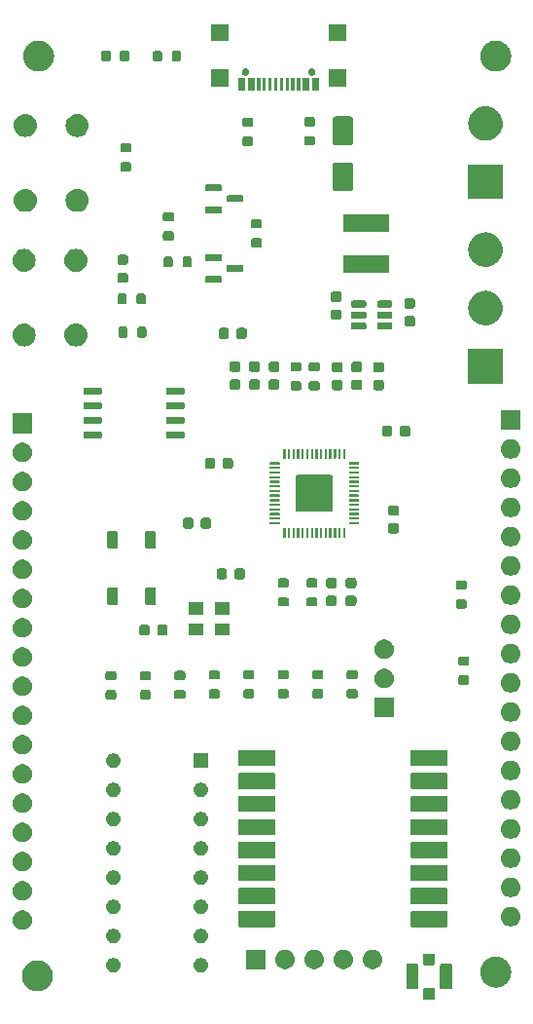
<source format=gts>
G04 #@! TF.GenerationSoftware,KiCad,Pcbnew,8.0.6*
G04 #@! TF.CreationDate,2024-11-13T15:42:30-05:00*
G04 #@! TF.ProjectId,KiCAD-RFM69,4b694341-442d-4524-964d-36392e6b6963,rev?*
G04 #@! TF.SameCoordinates,Original*
G04 #@! TF.FileFunction,Soldermask,Top*
G04 #@! TF.FilePolarity,Negative*
%FSLAX46Y46*%
G04 Gerber Fmt 4.6, Leading zero omitted, Abs format (unit mm)*
G04 Created by KiCad (PCBNEW 8.0.6) date 2024-11-13 15:42:30*
%MOMM*%
%LPD*%
G01*
G04 APERTURE LIST*
G04 APERTURE END LIST*
G36*
X138038268Y-147607612D02*
G01*
X138070711Y-147629289D01*
X138092388Y-147661732D01*
X138100000Y-147700000D01*
X138100000Y-148500000D01*
X138092388Y-148538268D01*
X138070711Y-148570711D01*
X138038268Y-148592388D01*
X138000000Y-148600000D01*
X137200000Y-148600000D01*
X137161732Y-148592388D01*
X137129289Y-148570711D01*
X137107612Y-148538268D01*
X137100000Y-148500000D01*
X137100000Y-147700000D01*
X137107612Y-147661732D01*
X137129289Y-147629289D01*
X137161732Y-147607612D01*
X137200000Y-147600000D01*
X138000000Y-147600000D01*
X138038268Y-147607612D01*
G37*
G36*
X103555046Y-145179942D02*
G01*
X103611463Y-145179942D01*
X103673643Y-145190318D01*
X103734425Y-145195636D01*
X103782160Y-145208426D01*
X103831356Y-145216636D01*
X103897346Y-145239290D01*
X103961727Y-145256541D01*
X104001163Y-145274930D01*
X104042205Y-145289020D01*
X104109643Y-145325515D01*
X104175000Y-145355992D01*
X104205765Y-145377533D01*
X104238267Y-145395123D01*
X104304427Y-145446618D01*
X104367763Y-145490966D01*
X104390086Y-145513289D01*
X104414190Y-145532050D01*
X104476107Y-145599310D01*
X104534160Y-145657363D01*
X104548813Y-145678290D01*
X104565178Y-145696067D01*
X104619776Y-145779636D01*
X104669134Y-145850126D01*
X104677372Y-145867792D01*
X104687109Y-145882696D01*
X104731298Y-145983438D01*
X104768585Y-146063399D01*
X104772057Y-146076360D01*
X104776657Y-146086845D01*
X104807460Y-146208485D01*
X104829490Y-146290701D01*
X104830128Y-146297999D01*
X104831384Y-146302957D01*
X104846103Y-146480593D01*
X104850000Y-146525126D01*
X104846103Y-146569662D01*
X104831384Y-146747294D01*
X104830128Y-146752251D01*
X104829490Y-146759551D01*
X104807455Y-146841783D01*
X104776657Y-146963406D01*
X104772058Y-146973889D01*
X104768585Y-146986853D01*
X104731291Y-147066829D01*
X104687109Y-147167555D01*
X104677373Y-147182456D01*
X104669134Y-147200126D01*
X104619767Y-147270629D01*
X104565178Y-147354184D01*
X104548816Y-147371957D01*
X104534160Y-147392889D01*
X104476096Y-147450952D01*
X104414190Y-147518201D01*
X104390090Y-147536958D01*
X104367763Y-147559286D01*
X104304414Y-147603642D01*
X104238267Y-147655128D01*
X104205771Y-147672713D01*
X104175000Y-147694260D01*
X104109629Y-147724742D01*
X104042205Y-147761231D01*
X104001171Y-147775317D01*
X103961727Y-147793711D01*
X103897333Y-147810965D01*
X103831356Y-147833615D01*
X103782168Y-147841823D01*
X103734425Y-147854616D01*
X103673639Y-147859934D01*
X103611463Y-147870310D01*
X103555046Y-147870310D01*
X103500000Y-147875126D01*
X103444954Y-147870310D01*
X103388537Y-147870310D01*
X103326359Y-147859934D01*
X103265575Y-147854616D01*
X103217832Y-147841823D01*
X103168643Y-147833615D01*
X103102662Y-147810963D01*
X103038273Y-147793711D01*
X102998831Y-147775319D01*
X102957794Y-147761231D01*
X102890362Y-147724739D01*
X102825000Y-147694260D01*
X102794232Y-147672716D01*
X102761732Y-147655128D01*
X102695575Y-147603635D01*
X102632237Y-147559286D01*
X102609912Y-147536961D01*
X102585809Y-147518201D01*
X102523891Y-147450940D01*
X102465840Y-147392889D01*
X102451186Y-147371961D01*
X102434821Y-147354184D01*
X102380217Y-147270608D01*
X102330866Y-147200126D01*
X102322628Y-147182461D01*
X102312890Y-147167555D01*
X102268692Y-147066793D01*
X102231415Y-146986853D01*
X102227942Y-146973895D01*
X102223342Y-146963406D01*
X102192525Y-146841715D01*
X102170510Y-146759551D01*
X102169871Y-146752257D01*
X102168615Y-146747294D01*
X102153877Y-146569446D01*
X102150000Y-146525126D01*
X102153877Y-146480809D01*
X102168615Y-146302957D01*
X102169871Y-146297993D01*
X102170510Y-146290701D01*
X102192521Y-146208553D01*
X102223342Y-146086845D01*
X102227943Y-146076354D01*
X102231415Y-146063399D01*
X102268684Y-145983474D01*
X102312890Y-145882696D01*
X102322630Y-145867787D01*
X102330866Y-145850126D01*
X102380208Y-145779657D01*
X102434821Y-145696067D01*
X102451189Y-145678285D01*
X102465840Y-145657363D01*
X102523879Y-145599323D01*
X102585809Y-145532050D01*
X102609917Y-145513285D01*
X102632237Y-145490966D01*
X102695562Y-145446625D01*
X102761732Y-145395123D01*
X102794238Y-145377531D01*
X102825000Y-145355992D01*
X102890349Y-145325518D01*
X102957794Y-145289020D01*
X102998839Y-145274929D01*
X103038273Y-145256541D01*
X103102648Y-145239291D01*
X103168643Y-145216636D01*
X103217840Y-145208426D01*
X103265575Y-145195636D01*
X103326355Y-145190318D01*
X103388537Y-145179942D01*
X103444954Y-145179942D01*
X103500000Y-145175126D01*
X103555046Y-145179942D01*
G37*
G36*
X136585182Y-145507993D02*
G01*
X136619246Y-145530754D01*
X136642007Y-145564818D01*
X136650000Y-145605000D01*
X136650000Y-147595000D01*
X136642007Y-147635182D01*
X136619246Y-147669246D01*
X136585182Y-147692007D01*
X136545000Y-147700000D01*
X135705000Y-147700000D01*
X135664818Y-147692007D01*
X135630754Y-147669246D01*
X135607993Y-147635182D01*
X135600000Y-147595000D01*
X135600000Y-145605000D01*
X135607993Y-145564818D01*
X135630754Y-145530754D01*
X135664818Y-145507993D01*
X135705000Y-145500000D01*
X136545000Y-145500000D01*
X136585182Y-145507993D01*
G37*
G36*
X139535182Y-145507993D02*
G01*
X139569246Y-145530754D01*
X139592007Y-145564818D01*
X139600000Y-145605000D01*
X139600000Y-147595000D01*
X139592007Y-147635182D01*
X139569246Y-147669246D01*
X139535182Y-147692007D01*
X139495000Y-147700000D01*
X138655000Y-147700000D01*
X138614818Y-147692007D01*
X138580754Y-147669246D01*
X138557993Y-147635182D01*
X138550000Y-147595000D01*
X138550000Y-145605000D01*
X138557993Y-145564818D01*
X138580754Y-145530754D01*
X138614818Y-145507993D01*
X138655000Y-145500000D01*
X139495000Y-145500000D01*
X139535182Y-145507993D01*
G37*
G36*
X143455046Y-144854816D02*
G01*
X143511463Y-144854816D01*
X143573643Y-144865192D01*
X143634425Y-144870510D01*
X143682160Y-144883300D01*
X143731356Y-144891510D01*
X143797346Y-144914164D01*
X143861727Y-144931415D01*
X143901163Y-144949804D01*
X143942205Y-144963894D01*
X144009643Y-145000389D01*
X144075000Y-145030866D01*
X144105765Y-145052407D01*
X144138267Y-145069997D01*
X144204427Y-145121492D01*
X144267763Y-145165840D01*
X144290086Y-145188163D01*
X144314190Y-145206924D01*
X144376107Y-145274184D01*
X144434160Y-145332237D01*
X144448813Y-145353164D01*
X144465178Y-145370941D01*
X144519776Y-145454510D01*
X144569134Y-145525000D01*
X144577372Y-145542666D01*
X144587109Y-145557570D01*
X144631298Y-145658312D01*
X144668585Y-145738273D01*
X144672057Y-145751234D01*
X144676657Y-145761719D01*
X144707460Y-145883359D01*
X144729490Y-145965575D01*
X144730128Y-145972873D01*
X144731384Y-145977831D01*
X144746103Y-146155467D01*
X144750000Y-146200000D01*
X144746103Y-146244536D01*
X144731384Y-146422168D01*
X144730128Y-146427125D01*
X144729490Y-146434425D01*
X144707455Y-146516657D01*
X144676657Y-146638280D01*
X144672058Y-146648763D01*
X144668585Y-146661727D01*
X144631291Y-146741703D01*
X144587109Y-146842429D01*
X144577373Y-146857330D01*
X144569134Y-146875000D01*
X144519767Y-146945503D01*
X144465178Y-147029058D01*
X144448816Y-147046831D01*
X144434160Y-147067763D01*
X144376096Y-147125826D01*
X144314190Y-147193075D01*
X144290090Y-147211832D01*
X144267763Y-147234160D01*
X144204414Y-147278516D01*
X144138267Y-147330002D01*
X144105771Y-147347587D01*
X144075000Y-147369134D01*
X144009629Y-147399616D01*
X143942205Y-147436105D01*
X143901171Y-147450191D01*
X143861727Y-147468585D01*
X143797333Y-147485839D01*
X143731356Y-147508489D01*
X143682168Y-147516697D01*
X143634425Y-147529490D01*
X143573639Y-147534808D01*
X143511463Y-147545184D01*
X143455046Y-147545184D01*
X143400000Y-147550000D01*
X143344954Y-147545184D01*
X143288537Y-147545184D01*
X143226359Y-147534808D01*
X143165575Y-147529490D01*
X143117832Y-147516697D01*
X143068643Y-147508489D01*
X143002662Y-147485837D01*
X142938273Y-147468585D01*
X142898831Y-147450193D01*
X142857794Y-147436105D01*
X142790362Y-147399613D01*
X142725000Y-147369134D01*
X142694232Y-147347590D01*
X142661732Y-147330002D01*
X142595575Y-147278509D01*
X142532237Y-147234160D01*
X142509912Y-147211835D01*
X142485809Y-147193075D01*
X142423891Y-147125814D01*
X142365840Y-147067763D01*
X142351186Y-147046835D01*
X142334821Y-147029058D01*
X142280217Y-146945482D01*
X142230866Y-146875000D01*
X142222628Y-146857335D01*
X142212890Y-146842429D01*
X142168692Y-146741667D01*
X142131415Y-146661727D01*
X142127942Y-146648769D01*
X142123342Y-146638280D01*
X142092525Y-146516589D01*
X142070510Y-146434425D01*
X142069871Y-146427131D01*
X142068615Y-146422168D01*
X142053877Y-146244320D01*
X142050000Y-146200000D01*
X142053877Y-146155683D01*
X142068615Y-145977831D01*
X142069871Y-145972867D01*
X142070510Y-145965575D01*
X142092521Y-145883427D01*
X142123342Y-145761719D01*
X142127943Y-145751228D01*
X142131415Y-145738273D01*
X142168684Y-145658348D01*
X142212890Y-145557570D01*
X142222630Y-145542661D01*
X142230866Y-145525000D01*
X142280208Y-145454531D01*
X142334821Y-145370941D01*
X142351189Y-145353159D01*
X142365840Y-145332237D01*
X142423879Y-145274197D01*
X142485809Y-145206924D01*
X142509917Y-145188159D01*
X142532237Y-145165840D01*
X142595562Y-145121499D01*
X142661732Y-145069997D01*
X142694238Y-145052405D01*
X142725000Y-145030866D01*
X142790349Y-145000392D01*
X142857794Y-144963894D01*
X142898839Y-144949803D01*
X142938273Y-144931415D01*
X143002648Y-144914165D01*
X143068643Y-144891510D01*
X143117840Y-144883300D01*
X143165575Y-144870510D01*
X143226355Y-144865192D01*
X143288537Y-144854816D01*
X143344954Y-144854816D01*
X143400000Y-144850000D01*
X143455046Y-144854816D01*
G37*
G36*
X110324997Y-145006732D02*
G01*
X110460437Y-145077817D01*
X110574930Y-145179249D01*
X110661822Y-145305133D01*
X110716063Y-145448154D01*
X110734500Y-145600000D01*
X110716063Y-145751846D01*
X110661822Y-145894867D01*
X110574930Y-146020751D01*
X110460437Y-146122183D01*
X110324997Y-146193268D01*
X110176481Y-146229874D01*
X110023519Y-146229874D01*
X109875003Y-146193268D01*
X109739563Y-146122183D01*
X109625070Y-146020751D01*
X109538178Y-145894867D01*
X109483937Y-145751846D01*
X109465500Y-145600000D01*
X109483937Y-145448154D01*
X109538178Y-145305133D01*
X109625070Y-145179249D01*
X109739563Y-145077817D01*
X109875003Y-145006732D01*
X110023519Y-144970126D01*
X110176481Y-144970126D01*
X110324997Y-145006732D01*
G37*
G36*
X117944997Y-145006732D02*
G01*
X118080437Y-145077817D01*
X118194930Y-145179249D01*
X118281822Y-145305133D01*
X118336063Y-145448154D01*
X118354500Y-145600000D01*
X118336063Y-145751846D01*
X118281822Y-145894867D01*
X118194930Y-146020751D01*
X118080437Y-146122183D01*
X117944997Y-146193268D01*
X117796481Y-146229874D01*
X117643519Y-146229874D01*
X117495003Y-146193268D01*
X117359563Y-146122183D01*
X117245070Y-146020751D01*
X117158178Y-145894867D01*
X117103937Y-145751846D01*
X117085500Y-145600000D01*
X117103937Y-145448154D01*
X117158178Y-145305133D01*
X117245070Y-145179249D01*
X117359563Y-145077817D01*
X117495003Y-145006732D01*
X117643519Y-144970126D01*
X117796481Y-144970126D01*
X117944997Y-145006732D01*
G37*
G36*
X123370000Y-145950000D02*
G01*
X121670000Y-145950000D01*
X121670000Y-144250000D01*
X123370000Y-144250000D01*
X123370000Y-145950000D01*
G37*
G36*
X125322664Y-144291602D02*
G01*
X125485000Y-144363878D01*
X125628761Y-144468327D01*
X125747664Y-144600383D01*
X125836514Y-144754274D01*
X125891425Y-144923275D01*
X125910000Y-145100000D01*
X125891425Y-145276725D01*
X125836514Y-145445726D01*
X125747664Y-145599617D01*
X125628761Y-145731673D01*
X125485000Y-145836122D01*
X125322664Y-145908398D01*
X125148849Y-145945344D01*
X124971151Y-145945344D01*
X124797336Y-145908398D01*
X124635000Y-145836122D01*
X124491239Y-145731673D01*
X124372336Y-145599617D01*
X124283486Y-145445726D01*
X124228575Y-145276725D01*
X124210000Y-145100000D01*
X124228575Y-144923275D01*
X124283486Y-144754274D01*
X124372336Y-144600383D01*
X124491239Y-144468327D01*
X124635000Y-144363878D01*
X124797336Y-144291602D01*
X124971151Y-144254656D01*
X125148849Y-144254656D01*
X125322664Y-144291602D01*
G37*
G36*
X127862664Y-144291602D02*
G01*
X128025000Y-144363878D01*
X128168761Y-144468327D01*
X128287664Y-144600383D01*
X128376514Y-144754274D01*
X128431425Y-144923275D01*
X128450000Y-145100000D01*
X128431425Y-145276725D01*
X128376514Y-145445726D01*
X128287664Y-145599617D01*
X128168761Y-145731673D01*
X128025000Y-145836122D01*
X127862664Y-145908398D01*
X127688849Y-145945344D01*
X127511151Y-145945344D01*
X127337336Y-145908398D01*
X127175000Y-145836122D01*
X127031239Y-145731673D01*
X126912336Y-145599617D01*
X126823486Y-145445726D01*
X126768575Y-145276725D01*
X126750000Y-145100000D01*
X126768575Y-144923275D01*
X126823486Y-144754274D01*
X126912336Y-144600383D01*
X127031239Y-144468327D01*
X127175000Y-144363878D01*
X127337336Y-144291602D01*
X127511151Y-144254656D01*
X127688849Y-144254656D01*
X127862664Y-144291602D01*
G37*
G36*
X130402664Y-144291602D02*
G01*
X130565000Y-144363878D01*
X130708761Y-144468327D01*
X130827664Y-144600383D01*
X130916514Y-144754274D01*
X130971425Y-144923275D01*
X130990000Y-145100000D01*
X130971425Y-145276725D01*
X130916514Y-145445726D01*
X130827664Y-145599617D01*
X130708761Y-145731673D01*
X130565000Y-145836122D01*
X130402664Y-145908398D01*
X130228849Y-145945344D01*
X130051151Y-145945344D01*
X129877336Y-145908398D01*
X129715000Y-145836122D01*
X129571239Y-145731673D01*
X129452336Y-145599617D01*
X129363486Y-145445726D01*
X129308575Y-145276725D01*
X129290000Y-145100000D01*
X129308575Y-144923275D01*
X129363486Y-144754274D01*
X129452336Y-144600383D01*
X129571239Y-144468327D01*
X129715000Y-144363878D01*
X129877336Y-144291602D01*
X130051151Y-144254656D01*
X130228849Y-144254656D01*
X130402664Y-144291602D01*
G37*
G36*
X132942664Y-144291602D02*
G01*
X133105000Y-144363878D01*
X133248761Y-144468327D01*
X133367664Y-144600383D01*
X133456514Y-144754274D01*
X133511425Y-144923275D01*
X133530000Y-145100000D01*
X133511425Y-145276725D01*
X133456514Y-145445726D01*
X133367664Y-145599617D01*
X133248761Y-145731673D01*
X133105000Y-145836122D01*
X132942664Y-145908398D01*
X132768849Y-145945344D01*
X132591151Y-145945344D01*
X132417336Y-145908398D01*
X132255000Y-145836122D01*
X132111239Y-145731673D01*
X131992336Y-145599617D01*
X131903486Y-145445726D01*
X131848575Y-145276725D01*
X131830000Y-145100000D01*
X131848575Y-144923275D01*
X131903486Y-144754274D01*
X131992336Y-144600383D01*
X132111239Y-144468327D01*
X132255000Y-144363878D01*
X132417336Y-144291602D01*
X132591151Y-144254656D01*
X132768849Y-144254656D01*
X132942664Y-144291602D01*
G37*
G36*
X138038268Y-144607612D02*
G01*
X138070711Y-144629289D01*
X138092388Y-144661732D01*
X138100000Y-144700000D01*
X138100000Y-145500000D01*
X138092388Y-145538268D01*
X138070711Y-145570711D01*
X138038268Y-145592388D01*
X138000000Y-145600000D01*
X137200000Y-145600000D01*
X137161732Y-145592388D01*
X137129289Y-145570711D01*
X137107612Y-145538268D01*
X137100000Y-145500000D01*
X137100000Y-144700000D01*
X137107612Y-144661732D01*
X137129289Y-144629289D01*
X137161732Y-144607612D01*
X137200000Y-144600000D01*
X138000000Y-144600000D01*
X138038268Y-144607612D01*
G37*
G36*
X110324997Y-142466732D02*
G01*
X110460437Y-142537817D01*
X110574930Y-142639249D01*
X110661822Y-142765133D01*
X110716063Y-142908154D01*
X110734500Y-143060000D01*
X110716063Y-143211846D01*
X110661822Y-143354867D01*
X110574930Y-143480751D01*
X110460437Y-143582183D01*
X110324997Y-143653268D01*
X110176481Y-143689874D01*
X110023519Y-143689874D01*
X109875003Y-143653268D01*
X109739563Y-143582183D01*
X109625070Y-143480751D01*
X109538178Y-143354867D01*
X109483937Y-143211846D01*
X109465500Y-143060000D01*
X109483937Y-142908154D01*
X109538178Y-142765133D01*
X109625070Y-142639249D01*
X109739563Y-142537817D01*
X109875003Y-142466732D01*
X110023519Y-142430126D01*
X110176481Y-142430126D01*
X110324997Y-142466732D01*
G37*
G36*
X117944997Y-142466732D02*
G01*
X118080437Y-142537817D01*
X118194930Y-142639249D01*
X118281822Y-142765133D01*
X118336063Y-142908154D01*
X118354500Y-143060000D01*
X118336063Y-143211846D01*
X118281822Y-143354867D01*
X118194930Y-143480751D01*
X118080437Y-143582183D01*
X117944997Y-143653268D01*
X117796481Y-143689874D01*
X117643519Y-143689874D01*
X117495003Y-143653268D01*
X117359563Y-143582183D01*
X117245070Y-143480751D01*
X117158178Y-143354867D01*
X117103937Y-143211846D01*
X117085500Y-143060000D01*
X117103937Y-142908154D01*
X117158178Y-142765133D01*
X117245070Y-142639249D01*
X117359563Y-142537817D01*
X117495003Y-142466732D01*
X117643519Y-142430126D01*
X117796481Y-142430126D01*
X117944997Y-142466732D01*
G37*
G36*
X102462664Y-140891602D02*
G01*
X102625000Y-140963878D01*
X102768761Y-141068327D01*
X102887664Y-141200383D01*
X102976514Y-141354274D01*
X103031425Y-141523275D01*
X103050000Y-141700000D01*
X103031425Y-141876725D01*
X102976514Y-142045726D01*
X102887664Y-142199617D01*
X102768761Y-142331673D01*
X102625000Y-142436122D01*
X102462664Y-142508398D01*
X102288849Y-142545344D01*
X102111151Y-142545344D01*
X101937336Y-142508398D01*
X101775000Y-142436122D01*
X101631239Y-142331673D01*
X101512336Y-142199617D01*
X101423486Y-142045726D01*
X101368575Y-141876725D01*
X101350000Y-141700000D01*
X101368575Y-141523275D01*
X101423486Y-141354274D01*
X101512336Y-141200383D01*
X101631239Y-141068327D01*
X101775000Y-140963878D01*
X101937336Y-140891602D01*
X102111151Y-140854656D01*
X102288849Y-140854656D01*
X102462664Y-140891602D01*
G37*
G36*
X124139034Y-140905764D02*
G01*
X124172125Y-140927875D01*
X124194236Y-140960966D01*
X124202000Y-141000000D01*
X124202000Y-142200000D01*
X124194236Y-142239034D01*
X124172125Y-142272125D01*
X124139034Y-142294236D01*
X124100000Y-142302000D01*
X121100000Y-142302000D01*
X121060966Y-142294236D01*
X121027875Y-142272125D01*
X121005764Y-142239034D01*
X120998000Y-142200000D01*
X120998000Y-141000000D01*
X121005764Y-140960966D01*
X121027875Y-140927875D01*
X121060966Y-140905764D01*
X121100000Y-140898000D01*
X124100000Y-140898000D01*
X124139034Y-140905764D01*
G37*
G36*
X139139034Y-140905764D02*
G01*
X139172125Y-140927875D01*
X139194236Y-140960966D01*
X139202000Y-141000000D01*
X139202000Y-142200000D01*
X139194236Y-142239034D01*
X139172125Y-142272125D01*
X139139034Y-142294236D01*
X139100000Y-142302000D01*
X136100000Y-142302000D01*
X136060966Y-142294236D01*
X136027875Y-142272125D01*
X136005764Y-142239034D01*
X135998000Y-142200000D01*
X135998000Y-141000000D01*
X136005764Y-140960966D01*
X136027875Y-140927875D01*
X136060966Y-140905764D01*
X136100000Y-140898000D01*
X139100000Y-140898000D01*
X139139034Y-140905764D01*
G37*
G36*
X144962664Y-140591602D02*
G01*
X145125000Y-140663878D01*
X145268761Y-140768327D01*
X145387664Y-140900383D01*
X145476514Y-141054274D01*
X145531425Y-141223275D01*
X145550000Y-141400000D01*
X145531425Y-141576725D01*
X145476514Y-141745726D01*
X145387664Y-141899617D01*
X145268761Y-142031673D01*
X145125000Y-142136122D01*
X144962664Y-142208398D01*
X144788849Y-142245344D01*
X144611151Y-142245344D01*
X144437336Y-142208398D01*
X144275000Y-142136122D01*
X144131239Y-142031673D01*
X144012336Y-141899617D01*
X143923486Y-141745726D01*
X143868575Y-141576725D01*
X143850000Y-141400000D01*
X143868575Y-141223275D01*
X143923486Y-141054274D01*
X144012336Y-140900383D01*
X144131239Y-140768327D01*
X144275000Y-140663878D01*
X144437336Y-140591602D01*
X144611151Y-140554656D01*
X144788849Y-140554656D01*
X144962664Y-140591602D01*
G37*
G36*
X110324997Y-139926732D02*
G01*
X110460437Y-139997817D01*
X110574930Y-140099249D01*
X110661822Y-140225133D01*
X110716063Y-140368154D01*
X110734500Y-140520000D01*
X110716063Y-140671846D01*
X110661822Y-140814867D01*
X110574930Y-140940751D01*
X110460437Y-141042183D01*
X110324997Y-141113268D01*
X110176481Y-141149874D01*
X110023519Y-141149874D01*
X109875003Y-141113268D01*
X109739563Y-141042183D01*
X109625070Y-140940751D01*
X109538178Y-140814867D01*
X109483937Y-140671846D01*
X109465500Y-140520000D01*
X109483937Y-140368154D01*
X109538178Y-140225133D01*
X109625070Y-140099249D01*
X109739563Y-139997817D01*
X109875003Y-139926732D01*
X110023519Y-139890126D01*
X110176481Y-139890126D01*
X110324997Y-139926732D01*
G37*
G36*
X117944997Y-139926732D02*
G01*
X118080437Y-139997817D01*
X118194930Y-140099249D01*
X118281822Y-140225133D01*
X118336063Y-140368154D01*
X118354500Y-140520000D01*
X118336063Y-140671846D01*
X118281822Y-140814867D01*
X118194930Y-140940751D01*
X118080437Y-141042183D01*
X117944997Y-141113268D01*
X117796481Y-141149874D01*
X117643519Y-141149874D01*
X117495003Y-141113268D01*
X117359563Y-141042183D01*
X117245070Y-140940751D01*
X117158178Y-140814867D01*
X117103937Y-140671846D01*
X117085500Y-140520000D01*
X117103937Y-140368154D01*
X117158178Y-140225133D01*
X117245070Y-140099249D01*
X117359563Y-139997817D01*
X117495003Y-139926732D01*
X117643519Y-139890126D01*
X117796481Y-139890126D01*
X117944997Y-139926732D01*
G37*
G36*
X124139034Y-138905764D02*
G01*
X124172125Y-138927875D01*
X124194236Y-138960966D01*
X124202000Y-139000000D01*
X124202000Y-140200000D01*
X124194236Y-140239034D01*
X124172125Y-140272125D01*
X124139034Y-140294236D01*
X124100000Y-140302000D01*
X121100000Y-140302000D01*
X121060966Y-140294236D01*
X121027875Y-140272125D01*
X121005764Y-140239034D01*
X120998000Y-140200000D01*
X120998000Y-139000000D01*
X121005764Y-138960966D01*
X121027875Y-138927875D01*
X121060966Y-138905764D01*
X121100000Y-138898000D01*
X124100000Y-138898000D01*
X124139034Y-138905764D01*
G37*
G36*
X139139034Y-138905764D02*
G01*
X139172125Y-138927875D01*
X139194236Y-138960966D01*
X139202000Y-139000000D01*
X139202000Y-140200000D01*
X139194236Y-140239034D01*
X139172125Y-140272125D01*
X139139034Y-140294236D01*
X139100000Y-140302000D01*
X136100000Y-140302000D01*
X136060966Y-140294236D01*
X136027875Y-140272125D01*
X136005764Y-140239034D01*
X135998000Y-140200000D01*
X135998000Y-139000000D01*
X136005764Y-138960966D01*
X136027875Y-138927875D01*
X136060966Y-138905764D01*
X136100000Y-138898000D01*
X139100000Y-138898000D01*
X139139034Y-138905764D01*
G37*
G36*
X102462664Y-138351602D02*
G01*
X102625000Y-138423878D01*
X102768761Y-138528327D01*
X102887664Y-138660383D01*
X102976514Y-138814274D01*
X103031425Y-138983275D01*
X103050000Y-139160000D01*
X103031425Y-139336725D01*
X102976514Y-139505726D01*
X102887664Y-139659617D01*
X102768761Y-139791673D01*
X102625000Y-139896122D01*
X102462664Y-139968398D01*
X102288849Y-140005344D01*
X102111151Y-140005344D01*
X101937336Y-139968398D01*
X101775000Y-139896122D01*
X101631239Y-139791673D01*
X101512336Y-139659617D01*
X101423486Y-139505726D01*
X101368575Y-139336725D01*
X101350000Y-139160000D01*
X101368575Y-138983275D01*
X101423486Y-138814274D01*
X101512336Y-138660383D01*
X101631239Y-138528327D01*
X101775000Y-138423878D01*
X101937336Y-138351602D01*
X102111151Y-138314656D01*
X102288849Y-138314656D01*
X102462664Y-138351602D01*
G37*
G36*
X144962664Y-138051602D02*
G01*
X145125000Y-138123878D01*
X145268761Y-138228327D01*
X145387664Y-138360383D01*
X145476514Y-138514274D01*
X145531425Y-138683275D01*
X145550000Y-138860000D01*
X145531425Y-139036725D01*
X145476514Y-139205726D01*
X145387664Y-139359617D01*
X145268761Y-139491673D01*
X145125000Y-139596122D01*
X144962664Y-139668398D01*
X144788849Y-139705344D01*
X144611151Y-139705344D01*
X144437336Y-139668398D01*
X144275000Y-139596122D01*
X144131239Y-139491673D01*
X144012336Y-139359617D01*
X143923486Y-139205726D01*
X143868575Y-139036725D01*
X143850000Y-138860000D01*
X143868575Y-138683275D01*
X143923486Y-138514274D01*
X144012336Y-138360383D01*
X144131239Y-138228327D01*
X144275000Y-138123878D01*
X144437336Y-138051602D01*
X144611151Y-138014656D01*
X144788849Y-138014656D01*
X144962664Y-138051602D01*
G37*
G36*
X110324997Y-137386732D02*
G01*
X110460437Y-137457817D01*
X110574930Y-137559249D01*
X110661822Y-137685133D01*
X110716063Y-137828154D01*
X110734500Y-137980000D01*
X110716063Y-138131846D01*
X110661822Y-138274867D01*
X110574930Y-138400751D01*
X110460437Y-138502183D01*
X110324997Y-138573268D01*
X110176481Y-138609874D01*
X110023519Y-138609874D01*
X109875003Y-138573268D01*
X109739563Y-138502183D01*
X109625070Y-138400751D01*
X109538178Y-138274867D01*
X109483937Y-138131846D01*
X109465500Y-137980000D01*
X109483937Y-137828154D01*
X109538178Y-137685133D01*
X109625070Y-137559249D01*
X109739563Y-137457817D01*
X109875003Y-137386732D01*
X110023519Y-137350126D01*
X110176481Y-137350126D01*
X110324997Y-137386732D01*
G37*
G36*
X117944997Y-137386732D02*
G01*
X118080437Y-137457817D01*
X118194930Y-137559249D01*
X118281822Y-137685133D01*
X118336063Y-137828154D01*
X118354500Y-137980000D01*
X118336063Y-138131846D01*
X118281822Y-138274867D01*
X118194930Y-138400751D01*
X118080437Y-138502183D01*
X117944997Y-138573268D01*
X117796481Y-138609874D01*
X117643519Y-138609874D01*
X117495003Y-138573268D01*
X117359563Y-138502183D01*
X117245070Y-138400751D01*
X117158178Y-138274867D01*
X117103937Y-138131846D01*
X117085500Y-137980000D01*
X117103937Y-137828154D01*
X117158178Y-137685133D01*
X117245070Y-137559249D01*
X117359563Y-137457817D01*
X117495003Y-137386732D01*
X117643519Y-137350126D01*
X117796481Y-137350126D01*
X117944997Y-137386732D01*
G37*
G36*
X124139034Y-136905764D02*
G01*
X124172125Y-136927875D01*
X124194236Y-136960966D01*
X124202000Y-137000000D01*
X124202000Y-138200000D01*
X124194236Y-138239034D01*
X124172125Y-138272125D01*
X124139034Y-138294236D01*
X124100000Y-138302000D01*
X121100000Y-138302000D01*
X121060966Y-138294236D01*
X121027875Y-138272125D01*
X121005764Y-138239034D01*
X120998000Y-138200000D01*
X120998000Y-137000000D01*
X121005764Y-136960966D01*
X121027875Y-136927875D01*
X121060966Y-136905764D01*
X121100000Y-136898000D01*
X124100000Y-136898000D01*
X124139034Y-136905764D01*
G37*
G36*
X139139034Y-136905764D02*
G01*
X139172125Y-136927875D01*
X139194236Y-136960966D01*
X139202000Y-137000000D01*
X139202000Y-138200000D01*
X139194236Y-138239034D01*
X139172125Y-138272125D01*
X139139034Y-138294236D01*
X139100000Y-138302000D01*
X136100000Y-138302000D01*
X136060966Y-138294236D01*
X136027875Y-138272125D01*
X136005764Y-138239034D01*
X135998000Y-138200000D01*
X135998000Y-137000000D01*
X136005764Y-136960966D01*
X136027875Y-136927875D01*
X136060966Y-136905764D01*
X136100000Y-136898000D01*
X139100000Y-136898000D01*
X139139034Y-136905764D01*
G37*
G36*
X102462664Y-135811602D02*
G01*
X102625000Y-135883878D01*
X102768761Y-135988327D01*
X102887664Y-136120383D01*
X102976514Y-136274274D01*
X103031425Y-136443275D01*
X103050000Y-136620000D01*
X103031425Y-136796725D01*
X102976514Y-136965726D01*
X102887664Y-137119617D01*
X102768761Y-137251673D01*
X102625000Y-137356122D01*
X102462664Y-137428398D01*
X102288849Y-137465344D01*
X102111151Y-137465344D01*
X101937336Y-137428398D01*
X101775000Y-137356122D01*
X101631239Y-137251673D01*
X101512336Y-137119617D01*
X101423486Y-136965726D01*
X101368575Y-136796725D01*
X101350000Y-136620000D01*
X101368575Y-136443275D01*
X101423486Y-136274274D01*
X101512336Y-136120383D01*
X101631239Y-135988327D01*
X101775000Y-135883878D01*
X101937336Y-135811602D01*
X102111151Y-135774656D01*
X102288849Y-135774656D01*
X102462664Y-135811602D01*
G37*
G36*
X144962664Y-135511602D02*
G01*
X145125000Y-135583878D01*
X145268761Y-135688327D01*
X145387664Y-135820383D01*
X145476514Y-135974274D01*
X145531425Y-136143275D01*
X145550000Y-136320000D01*
X145531425Y-136496725D01*
X145476514Y-136665726D01*
X145387664Y-136819617D01*
X145268761Y-136951673D01*
X145125000Y-137056122D01*
X144962664Y-137128398D01*
X144788849Y-137165344D01*
X144611151Y-137165344D01*
X144437336Y-137128398D01*
X144275000Y-137056122D01*
X144131239Y-136951673D01*
X144012336Y-136819617D01*
X143923486Y-136665726D01*
X143868575Y-136496725D01*
X143850000Y-136320000D01*
X143868575Y-136143275D01*
X143923486Y-135974274D01*
X144012336Y-135820383D01*
X144131239Y-135688327D01*
X144275000Y-135583878D01*
X144437336Y-135511602D01*
X144611151Y-135474656D01*
X144788849Y-135474656D01*
X144962664Y-135511602D01*
G37*
G36*
X124139034Y-134905764D02*
G01*
X124172125Y-134927875D01*
X124194236Y-134960966D01*
X124202000Y-135000000D01*
X124202000Y-136200000D01*
X124194236Y-136239034D01*
X124172125Y-136272125D01*
X124139034Y-136294236D01*
X124100000Y-136302000D01*
X121100000Y-136302000D01*
X121060966Y-136294236D01*
X121027875Y-136272125D01*
X121005764Y-136239034D01*
X120998000Y-136200000D01*
X120998000Y-135000000D01*
X121005764Y-134960966D01*
X121027875Y-134927875D01*
X121060966Y-134905764D01*
X121100000Y-134898000D01*
X124100000Y-134898000D01*
X124139034Y-134905764D01*
G37*
G36*
X139139034Y-134905764D02*
G01*
X139172125Y-134927875D01*
X139194236Y-134960966D01*
X139202000Y-135000000D01*
X139202000Y-136200000D01*
X139194236Y-136239034D01*
X139172125Y-136272125D01*
X139139034Y-136294236D01*
X139100000Y-136302000D01*
X136100000Y-136302000D01*
X136060966Y-136294236D01*
X136027875Y-136272125D01*
X136005764Y-136239034D01*
X135998000Y-136200000D01*
X135998000Y-135000000D01*
X136005764Y-134960966D01*
X136027875Y-134927875D01*
X136060966Y-134905764D01*
X136100000Y-134898000D01*
X139100000Y-134898000D01*
X139139034Y-134905764D01*
G37*
G36*
X110324997Y-134846732D02*
G01*
X110460437Y-134917817D01*
X110574930Y-135019249D01*
X110661822Y-135145133D01*
X110716063Y-135288154D01*
X110734500Y-135440000D01*
X110716063Y-135591846D01*
X110661822Y-135734867D01*
X110574930Y-135860751D01*
X110460437Y-135962183D01*
X110324997Y-136033268D01*
X110176481Y-136069874D01*
X110023519Y-136069874D01*
X109875003Y-136033268D01*
X109739563Y-135962183D01*
X109625070Y-135860751D01*
X109538178Y-135734867D01*
X109483937Y-135591846D01*
X109465500Y-135440000D01*
X109483937Y-135288154D01*
X109538178Y-135145133D01*
X109625070Y-135019249D01*
X109739563Y-134917817D01*
X109875003Y-134846732D01*
X110023519Y-134810126D01*
X110176481Y-134810126D01*
X110324997Y-134846732D01*
G37*
G36*
X117944997Y-134846732D02*
G01*
X118080437Y-134917817D01*
X118194930Y-135019249D01*
X118281822Y-135145133D01*
X118336063Y-135288154D01*
X118354500Y-135440000D01*
X118336063Y-135591846D01*
X118281822Y-135734867D01*
X118194930Y-135860751D01*
X118080437Y-135962183D01*
X117944997Y-136033268D01*
X117796481Y-136069874D01*
X117643519Y-136069874D01*
X117495003Y-136033268D01*
X117359563Y-135962183D01*
X117245070Y-135860751D01*
X117158178Y-135734867D01*
X117103937Y-135591846D01*
X117085500Y-135440000D01*
X117103937Y-135288154D01*
X117158178Y-135145133D01*
X117245070Y-135019249D01*
X117359563Y-134917817D01*
X117495003Y-134846732D01*
X117643519Y-134810126D01*
X117796481Y-134810126D01*
X117944997Y-134846732D01*
G37*
G36*
X102462664Y-133271602D02*
G01*
X102625000Y-133343878D01*
X102768761Y-133448327D01*
X102887664Y-133580383D01*
X102976514Y-133734274D01*
X103031425Y-133903275D01*
X103050000Y-134080000D01*
X103031425Y-134256725D01*
X102976514Y-134425726D01*
X102887664Y-134579617D01*
X102768761Y-134711673D01*
X102625000Y-134816122D01*
X102462664Y-134888398D01*
X102288849Y-134925344D01*
X102111151Y-134925344D01*
X101937336Y-134888398D01*
X101775000Y-134816122D01*
X101631239Y-134711673D01*
X101512336Y-134579617D01*
X101423486Y-134425726D01*
X101368575Y-134256725D01*
X101350000Y-134080000D01*
X101368575Y-133903275D01*
X101423486Y-133734274D01*
X101512336Y-133580383D01*
X101631239Y-133448327D01*
X101775000Y-133343878D01*
X101937336Y-133271602D01*
X102111151Y-133234656D01*
X102288849Y-133234656D01*
X102462664Y-133271602D01*
G37*
G36*
X144962664Y-132971602D02*
G01*
X145125000Y-133043878D01*
X145268761Y-133148327D01*
X145387664Y-133280383D01*
X145476514Y-133434274D01*
X145531425Y-133603275D01*
X145550000Y-133780000D01*
X145531425Y-133956725D01*
X145476514Y-134125726D01*
X145387664Y-134279617D01*
X145268761Y-134411673D01*
X145125000Y-134516122D01*
X144962664Y-134588398D01*
X144788849Y-134625344D01*
X144611151Y-134625344D01*
X144437336Y-134588398D01*
X144275000Y-134516122D01*
X144131239Y-134411673D01*
X144012336Y-134279617D01*
X143923486Y-134125726D01*
X143868575Y-133956725D01*
X143850000Y-133780000D01*
X143868575Y-133603275D01*
X143923486Y-133434274D01*
X144012336Y-133280383D01*
X144131239Y-133148327D01*
X144275000Y-133043878D01*
X144437336Y-132971602D01*
X144611151Y-132934656D01*
X144788849Y-132934656D01*
X144962664Y-132971602D01*
G37*
G36*
X124139034Y-132905764D02*
G01*
X124172125Y-132927875D01*
X124194236Y-132960966D01*
X124202000Y-133000000D01*
X124202000Y-134200000D01*
X124194236Y-134239034D01*
X124172125Y-134272125D01*
X124139034Y-134294236D01*
X124100000Y-134302000D01*
X121100000Y-134302000D01*
X121060966Y-134294236D01*
X121027875Y-134272125D01*
X121005764Y-134239034D01*
X120998000Y-134200000D01*
X120998000Y-133000000D01*
X121005764Y-132960966D01*
X121027875Y-132927875D01*
X121060966Y-132905764D01*
X121100000Y-132898000D01*
X124100000Y-132898000D01*
X124139034Y-132905764D01*
G37*
G36*
X139139034Y-132905764D02*
G01*
X139172125Y-132927875D01*
X139194236Y-132960966D01*
X139202000Y-133000000D01*
X139202000Y-134200000D01*
X139194236Y-134239034D01*
X139172125Y-134272125D01*
X139139034Y-134294236D01*
X139100000Y-134302000D01*
X136100000Y-134302000D01*
X136060966Y-134294236D01*
X136027875Y-134272125D01*
X136005764Y-134239034D01*
X135998000Y-134200000D01*
X135998000Y-133000000D01*
X136005764Y-132960966D01*
X136027875Y-132927875D01*
X136060966Y-132905764D01*
X136100000Y-132898000D01*
X139100000Y-132898000D01*
X139139034Y-132905764D01*
G37*
G36*
X110324997Y-132306732D02*
G01*
X110460437Y-132377817D01*
X110574930Y-132479249D01*
X110661822Y-132605133D01*
X110716063Y-132748154D01*
X110734500Y-132900000D01*
X110716063Y-133051846D01*
X110661822Y-133194867D01*
X110574930Y-133320751D01*
X110460437Y-133422183D01*
X110324997Y-133493268D01*
X110176481Y-133529874D01*
X110023519Y-133529874D01*
X109875003Y-133493268D01*
X109739563Y-133422183D01*
X109625070Y-133320751D01*
X109538178Y-133194867D01*
X109483937Y-133051846D01*
X109465500Y-132900000D01*
X109483937Y-132748154D01*
X109538178Y-132605133D01*
X109625070Y-132479249D01*
X109739563Y-132377817D01*
X109875003Y-132306732D01*
X110023519Y-132270126D01*
X110176481Y-132270126D01*
X110324997Y-132306732D01*
G37*
G36*
X117944997Y-132306732D02*
G01*
X118080437Y-132377817D01*
X118194930Y-132479249D01*
X118281822Y-132605133D01*
X118336063Y-132748154D01*
X118354500Y-132900000D01*
X118336063Y-133051846D01*
X118281822Y-133194867D01*
X118194930Y-133320751D01*
X118080437Y-133422183D01*
X117944997Y-133493268D01*
X117796481Y-133529874D01*
X117643519Y-133529874D01*
X117495003Y-133493268D01*
X117359563Y-133422183D01*
X117245070Y-133320751D01*
X117158178Y-133194867D01*
X117103937Y-133051846D01*
X117085500Y-132900000D01*
X117103937Y-132748154D01*
X117158178Y-132605133D01*
X117245070Y-132479249D01*
X117359563Y-132377817D01*
X117495003Y-132306732D01*
X117643519Y-132270126D01*
X117796481Y-132270126D01*
X117944997Y-132306732D01*
G37*
G36*
X102462664Y-130731602D02*
G01*
X102625000Y-130803878D01*
X102768761Y-130908327D01*
X102887664Y-131040383D01*
X102976514Y-131194274D01*
X103031425Y-131363275D01*
X103050000Y-131540000D01*
X103031425Y-131716725D01*
X102976514Y-131885726D01*
X102887664Y-132039617D01*
X102768761Y-132171673D01*
X102625000Y-132276122D01*
X102462664Y-132348398D01*
X102288849Y-132385344D01*
X102111151Y-132385344D01*
X101937336Y-132348398D01*
X101775000Y-132276122D01*
X101631239Y-132171673D01*
X101512336Y-132039617D01*
X101423486Y-131885726D01*
X101368575Y-131716725D01*
X101350000Y-131540000D01*
X101368575Y-131363275D01*
X101423486Y-131194274D01*
X101512336Y-131040383D01*
X101631239Y-130908327D01*
X101775000Y-130803878D01*
X101937336Y-130731602D01*
X102111151Y-130694656D01*
X102288849Y-130694656D01*
X102462664Y-130731602D01*
G37*
G36*
X124139034Y-130905764D02*
G01*
X124172125Y-130927875D01*
X124194236Y-130960966D01*
X124202000Y-131000000D01*
X124202000Y-132200000D01*
X124194236Y-132239034D01*
X124172125Y-132272125D01*
X124139034Y-132294236D01*
X124100000Y-132302000D01*
X121100000Y-132302000D01*
X121060966Y-132294236D01*
X121027875Y-132272125D01*
X121005764Y-132239034D01*
X120998000Y-132200000D01*
X120998000Y-131000000D01*
X121005764Y-130960966D01*
X121027875Y-130927875D01*
X121060966Y-130905764D01*
X121100000Y-130898000D01*
X124100000Y-130898000D01*
X124139034Y-130905764D01*
G37*
G36*
X139139034Y-130905764D02*
G01*
X139172125Y-130927875D01*
X139194236Y-130960966D01*
X139202000Y-131000000D01*
X139202000Y-132200000D01*
X139194236Y-132239034D01*
X139172125Y-132272125D01*
X139139034Y-132294236D01*
X139100000Y-132302000D01*
X136100000Y-132302000D01*
X136060966Y-132294236D01*
X136027875Y-132272125D01*
X136005764Y-132239034D01*
X135998000Y-132200000D01*
X135998000Y-131000000D01*
X136005764Y-130960966D01*
X136027875Y-130927875D01*
X136060966Y-130905764D01*
X136100000Y-130898000D01*
X139100000Y-130898000D01*
X139139034Y-130905764D01*
G37*
G36*
X144962664Y-130431602D02*
G01*
X145125000Y-130503878D01*
X145268761Y-130608327D01*
X145387664Y-130740383D01*
X145476514Y-130894274D01*
X145531425Y-131063275D01*
X145550000Y-131240000D01*
X145531425Y-131416725D01*
X145476514Y-131585726D01*
X145387664Y-131739617D01*
X145268761Y-131871673D01*
X145125000Y-131976122D01*
X144962664Y-132048398D01*
X144788849Y-132085344D01*
X144611151Y-132085344D01*
X144437336Y-132048398D01*
X144275000Y-131976122D01*
X144131239Y-131871673D01*
X144012336Y-131739617D01*
X143923486Y-131585726D01*
X143868575Y-131416725D01*
X143850000Y-131240000D01*
X143868575Y-131063275D01*
X143923486Y-130894274D01*
X144012336Y-130740383D01*
X144131239Y-130608327D01*
X144275000Y-130503878D01*
X144437336Y-130431602D01*
X144611151Y-130394656D01*
X144788849Y-130394656D01*
X144962664Y-130431602D01*
G37*
G36*
X110324997Y-129766732D02*
G01*
X110460437Y-129837817D01*
X110574930Y-129939249D01*
X110661822Y-130065133D01*
X110716063Y-130208154D01*
X110734500Y-130360000D01*
X110716063Y-130511846D01*
X110661822Y-130654867D01*
X110574930Y-130780751D01*
X110460437Y-130882183D01*
X110324997Y-130953268D01*
X110176481Y-130989874D01*
X110023519Y-130989874D01*
X109875003Y-130953268D01*
X109739563Y-130882183D01*
X109625070Y-130780751D01*
X109538178Y-130654867D01*
X109483937Y-130511846D01*
X109465500Y-130360000D01*
X109483937Y-130208154D01*
X109538178Y-130065133D01*
X109625070Y-129939249D01*
X109739563Y-129837817D01*
X109875003Y-129766732D01*
X110023519Y-129730126D01*
X110176481Y-129730126D01*
X110324997Y-129766732D01*
G37*
G36*
X117944997Y-129766732D02*
G01*
X118080437Y-129837817D01*
X118194930Y-129939249D01*
X118281822Y-130065133D01*
X118336063Y-130208154D01*
X118354500Y-130360000D01*
X118336063Y-130511846D01*
X118281822Y-130654867D01*
X118194930Y-130780751D01*
X118080437Y-130882183D01*
X117944997Y-130953268D01*
X117796481Y-130989874D01*
X117643519Y-130989874D01*
X117495003Y-130953268D01*
X117359563Y-130882183D01*
X117245070Y-130780751D01*
X117158178Y-130654867D01*
X117103937Y-130511846D01*
X117085500Y-130360000D01*
X117103937Y-130208154D01*
X117158178Y-130065133D01*
X117245070Y-129939249D01*
X117359563Y-129837817D01*
X117495003Y-129766732D01*
X117643519Y-129730126D01*
X117796481Y-129730126D01*
X117944997Y-129766732D01*
G37*
G36*
X124139034Y-128905764D02*
G01*
X124172125Y-128927875D01*
X124194236Y-128960966D01*
X124202000Y-129000000D01*
X124202000Y-130200000D01*
X124194236Y-130239034D01*
X124172125Y-130272125D01*
X124139034Y-130294236D01*
X124100000Y-130302000D01*
X121100000Y-130302000D01*
X121060966Y-130294236D01*
X121027875Y-130272125D01*
X121005764Y-130239034D01*
X120998000Y-130200000D01*
X120998000Y-129000000D01*
X121005764Y-128960966D01*
X121027875Y-128927875D01*
X121060966Y-128905764D01*
X121100000Y-128898000D01*
X124100000Y-128898000D01*
X124139034Y-128905764D01*
G37*
G36*
X139139034Y-128905764D02*
G01*
X139172125Y-128927875D01*
X139194236Y-128960966D01*
X139202000Y-129000000D01*
X139202000Y-130200000D01*
X139194236Y-130239034D01*
X139172125Y-130272125D01*
X139139034Y-130294236D01*
X139100000Y-130302000D01*
X136100000Y-130302000D01*
X136060966Y-130294236D01*
X136027875Y-130272125D01*
X136005764Y-130239034D01*
X135998000Y-130200000D01*
X135998000Y-129000000D01*
X136005764Y-128960966D01*
X136027875Y-128927875D01*
X136060966Y-128905764D01*
X136100000Y-128898000D01*
X139100000Y-128898000D01*
X139139034Y-128905764D01*
G37*
G36*
X102462664Y-128191602D02*
G01*
X102625000Y-128263878D01*
X102768761Y-128368327D01*
X102887664Y-128500383D01*
X102976514Y-128654274D01*
X103031425Y-128823275D01*
X103050000Y-129000000D01*
X103031425Y-129176725D01*
X102976514Y-129345726D01*
X102887664Y-129499617D01*
X102768761Y-129631673D01*
X102625000Y-129736122D01*
X102462664Y-129808398D01*
X102288849Y-129845344D01*
X102111151Y-129845344D01*
X101937336Y-129808398D01*
X101775000Y-129736122D01*
X101631239Y-129631673D01*
X101512336Y-129499617D01*
X101423486Y-129345726D01*
X101368575Y-129176725D01*
X101350000Y-129000000D01*
X101368575Y-128823275D01*
X101423486Y-128654274D01*
X101512336Y-128500383D01*
X101631239Y-128368327D01*
X101775000Y-128263878D01*
X101937336Y-128191602D01*
X102111151Y-128154656D01*
X102288849Y-128154656D01*
X102462664Y-128191602D01*
G37*
G36*
X144962664Y-127891602D02*
G01*
X145125000Y-127963878D01*
X145268761Y-128068327D01*
X145387664Y-128200383D01*
X145476514Y-128354274D01*
X145531425Y-128523275D01*
X145550000Y-128700000D01*
X145531425Y-128876725D01*
X145476514Y-129045726D01*
X145387664Y-129199617D01*
X145268761Y-129331673D01*
X145125000Y-129436122D01*
X144962664Y-129508398D01*
X144788849Y-129545344D01*
X144611151Y-129545344D01*
X144437336Y-129508398D01*
X144275000Y-129436122D01*
X144131239Y-129331673D01*
X144012336Y-129199617D01*
X143923486Y-129045726D01*
X143868575Y-128876725D01*
X143850000Y-128700000D01*
X143868575Y-128523275D01*
X143923486Y-128354274D01*
X144012336Y-128200383D01*
X144131239Y-128068327D01*
X144275000Y-127963878D01*
X144437336Y-127891602D01*
X144611151Y-127854656D01*
X144788849Y-127854656D01*
X144962664Y-127891602D01*
G37*
G36*
X118354500Y-128454500D02*
G01*
X117085500Y-128454500D01*
X117085500Y-127185500D01*
X118354500Y-127185500D01*
X118354500Y-128454500D01*
G37*
G36*
X110324997Y-127226732D02*
G01*
X110460437Y-127297817D01*
X110574930Y-127399249D01*
X110661822Y-127525133D01*
X110716063Y-127668154D01*
X110734500Y-127820000D01*
X110716063Y-127971846D01*
X110661822Y-128114867D01*
X110574930Y-128240751D01*
X110460437Y-128342183D01*
X110324997Y-128413268D01*
X110176481Y-128449874D01*
X110023519Y-128449874D01*
X109875003Y-128413268D01*
X109739563Y-128342183D01*
X109625070Y-128240751D01*
X109538178Y-128114867D01*
X109483937Y-127971846D01*
X109465500Y-127820000D01*
X109483937Y-127668154D01*
X109538178Y-127525133D01*
X109625070Y-127399249D01*
X109739563Y-127297817D01*
X109875003Y-127226732D01*
X110023519Y-127190126D01*
X110176481Y-127190126D01*
X110324997Y-127226732D01*
G37*
G36*
X124139034Y-126905764D02*
G01*
X124172125Y-126927875D01*
X124194236Y-126960966D01*
X124202000Y-127000000D01*
X124202000Y-128200000D01*
X124194236Y-128239034D01*
X124172125Y-128272125D01*
X124139034Y-128294236D01*
X124100000Y-128302000D01*
X121100000Y-128302000D01*
X121060966Y-128294236D01*
X121027875Y-128272125D01*
X121005764Y-128239034D01*
X120998000Y-128200000D01*
X120998000Y-127000000D01*
X121005764Y-126960966D01*
X121027875Y-126927875D01*
X121060966Y-126905764D01*
X121100000Y-126898000D01*
X124100000Y-126898000D01*
X124139034Y-126905764D01*
G37*
G36*
X139139034Y-126905764D02*
G01*
X139172125Y-126927875D01*
X139194236Y-126960966D01*
X139202000Y-127000000D01*
X139202000Y-128200000D01*
X139194236Y-128239034D01*
X139172125Y-128272125D01*
X139139034Y-128294236D01*
X139100000Y-128302000D01*
X136100000Y-128302000D01*
X136060966Y-128294236D01*
X136027875Y-128272125D01*
X136005764Y-128239034D01*
X135998000Y-128200000D01*
X135998000Y-127000000D01*
X136005764Y-126960966D01*
X136027875Y-126927875D01*
X136060966Y-126905764D01*
X136100000Y-126898000D01*
X139100000Y-126898000D01*
X139139034Y-126905764D01*
G37*
G36*
X102462664Y-125651602D02*
G01*
X102625000Y-125723878D01*
X102768761Y-125828327D01*
X102887664Y-125960383D01*
X102976514Y-126114274D01*
X103031425Y-126283275D01*
X103050000Y-126460000D01*
X103031425Y-126636725D01*
X102976514Y-126805726D01*
X102887664Y-126959617D01*
X102768761Y-127091673D01*
X102625000Y-127196122D01*
X102462664Y-127268398D01*
X102288849Y-127305344D01*
X102111151Y-127305344D01*
X101937336Y-127268398D01*
X101775000Y-127196122D01*
X101631239Y-127091673D01*
X101512336Y-126959617D01*
X101423486Y-126805726D01*
X101368575Y-126636725D01*
X101350000Y-126460000D01*
X101368575Y-126283275D01*
X101423486Y-126114274D01*
X101512336Y-125960383D01*
X101631239Y-125828327D01*
X101775000Y-125723878D01*
X101937336Y-125651602D01*
X102111151Y-125614656D01*
X102288849Y-125614656D01*
X102462664Y-125651602D01*
G37*
G36*
X144962664Y-125351602D02*
G01*
X145125000Y-125423878D01*
X145268761Y-125528327D01*
X145387664Y-125660383D01*
X145476514Y-125814274D01*
X145531425Y-125983275D01*
X145550000Y-126160000D01*
X145531425Y-126336725D01*
X145476514Y-126505726D01*
X145387664Y-126659617D01*
X145268761Y-126791673D01*
X145125000Y-126896122D01*
X144962664Y-126968398D01*
X144788849Y-127005344D01*
X144611151Y-127005344D01*
X144437336Y-126968398D01*
X144275000Y-126896122D01*
X144131239Y-126791673D01*
X144012336Y-126659617D01*
X143923486Y-126505726D01*
X143868575Y-126336725D01*
X143850000Y-126160000D01*
X143868575Y-125983275D01*
X143923486Y-125814274D01*
X144012336Y-125660383D01*
X144131239Y-125528327D01*
X144275000Y-125423878D01*
X144437336Y-125351602D01*
X144611151Y-125314656D01*
X144788849Y-125314656D01*
X144962664Y-125351602D01*
G37*
G36*
X102462664Y-123111602D02*
G01*
X102625000Y-123183878D01*
X102768761Y-123288327D01*
X102887664Y-123420383D01*
X102976514Y-123574274D01*
X103031425Y-123743275D01*
X103050000Y-123920000D01*
X103031425Y-124096725D01*
X102976514Y-124265726D01*
X102887664Y-124419617D01*
X102768761Y-124551673D01*
X102625000Y-124656122D01*
X102462664Y-124728398D01*
X102288849Y-124765344D01*
X102111151Y-124765344D01*
X101937336Y-124728398D01*
X101775000Y-124656122D01*
X101631239Y-124551673D01*
X101512336Y-124419617D01*
X101423486Y-124265726D01*
X101368575Y-124096725D01*
X101350000Y-123920000D01*
X101368575Y-123743275D01*
X101423486Y-123574274D01*
X101512336Y-123420383D01*
X101631239Y-123288327D01*
X101775000Y-123183878D01*
X101937336Y-123111602D01*
X102111151Y-123074656D01*
X102288849Y-123074656D01*
X102462664Y-123111602D01*
G37*
G36*
X144962664Y-122811602D02*
G01*
X145125000Y-122883878D01*
X145268761Y-122988327D01*
X145387664Y-123120383D01*
X145476514Y-123274274D01*
X145531425Y-123443275D01*
X145550000Y-123620000D01*
X145531425Y-123796725D01*
X145476514Y-123965726D01*
X145387664Y-124119617D01*
X145268761Y-124251673D01*
X145125000Y-124356122D01*
X144962664Y-124428398D01*
X144788849Y-124465344D01*
X144611151Y-124465344D01*
X144437336Y-124428398D01*
X144275000Y-124356122D01*
X144131239Y-124251673D01*
X144012336Y-124119617D01*
X143923486Y-123965726D01*
X143868575Y-123796725D01*
X143850000Y-123620000D01*
X143868575Y-123443275D01*
X143923486Y-123274274D01*
X144012336Y-123120383D01*
X144131239Y-122988327D01*
X144275000Y-122883878D01*
X144437336Y-122811602D01*
X144611151Y-122774656D01*
X144788849Y-122774656D01*
X144962664Y-122811602D01*
G37*
G36*
X134550000Y-124090000D02*
G01*
X132850000Y-124090000D01*
X132850000Y-122390000D01*
X134550000Y-122390000D01*
X134550000Y-124090000D01*
G37*
G36*
X110251537Y-121715224D02*
G01*
X110316421Y-121758579D01*
X110359776Y-121823463D01*
X110375000Y-121900000D01*
X110375000Y-122300000D01*
X110359776Y-122376537D01*
X110316421Y-122441421D01*
X110251537Y-122484776D01*
X110175000Y-122500000D01*
X109625000Y-122500000D01*
X109548463Y-122484776D01*
X109483579Y-122441421D01*
X109440224Y-122376537D01*
X109425000Y-122300000D01*
X109425000Y-121900000D01*
X109440224Y-121823463D01*
X109483579Y-121758579D01*
X109548463Y-121715224D01*
X109625000Y-121700000D01*
X110175000Y-121700000D01*
X110251537Y-121715224D01*
G37*
G36*
X113251537Y-121715224D02*
G01*
X113316421Y-121758579D01*
X113359776Y-121823463D01*
X113375000Y-121900000D01*
X113375000Y-122300000D01*
X113359776Y-122376537D01*
X113316421Y-122441421D01*
X113251537Y-122484776D01*
X113175000Y-122500000D01*
X112625000Y-122500000D01*
X112548463Y-122484776D01*
X112483579Y-122441421D01*
X112440224Y-122376537D01*
X112425000Y-122300000D01*
X112425000Y-121900000D01*
X112440224Y-121823463D01*
X112483579Y-121758579D01*
X112548463Y-121715224D01*
X112625000Y-121700000D01*
X113175000Y-121700000D01*
X113251537Y-121715224D01*
G37*
G36*
X116251537Y-121690224D02*
G01*
X116316421Y-121733579D01*
X116359776Y-121798463D01*
X116375000Y-121875000D01*
X116375000Y-122275000D01*
X116359776Y-122351537D01*
X116316421Y-122416421D01*
X116251537Y-122459776D01*
X116175000Y-122475000D01*
X115625000Y-122475000D01*
X115548463Y-122459776D01*
X115483579Y-122416421D01*
X115440224Y-122351537D01*
X115425000Y-122275000D01*
X115425000Y-121875000D01*
X115440224Y-121798463D01*
X115483579Y-121733579D01*
X115548463Y-121690224D01*
X115625000Y-121675000D01*
X116175000Y-121675000D01*
X116251537Y-121690224D01*
G37*
G36*
X119251537Y-121640224D02*
G01*
X119316421Y-121683579D01*
X119359776Y-121748463D01*
X119375000Y-121825000D01*
X119375000Y-122225000D01*
X119359776Y-122301537D01*
X119316421Y-122366421D01*
X119251537Y-122409776D01*
X119175000Y-122425000D01*
X118625000Y-122425000D01*
X118548463Y-122409776D01*
X118483579Y-122366421D01*
X118440224Y-122301537D01*
X118425000Y-122225000D01*
X118425000Y-121825000D01*
X118440224Y-121748463D01*
X118483579Y-121683579D01*
X118548463Y-121640224D01*
X118625000Y-121625000D01*
X119175000Y-121625000D01*
X119251537Y-121640224D01*
G37*
G36*
X122251537Y-121615224D02*
G01*
X122316421Y-121658579D01*
X122359776Y-121723463D01*
X122375000Y-121800000D01*
X122375000Y-122200000D01*
X122359776Y-122276537D01*
X122316421Y-122341421D01*
X122251537Y-122384776D01*
X122175000Y-122400000D01*
X121625000Y-122400000D01*
X121548463Y-122384776D01*
X121483579Y-122341421D01*
X121440224Y-122276537D01*
X121425000Y-122200000D01*
X121425000Y-121800000D01*
X121440224Y-121723463D01*
X121483579Y-121658579D01*
X121548463Y-121615224D01*
X121625000Y-121600000D01*
X122175000Y-121600000D01*
X122251537Y-121615224D01*
G37*
G36*
X125251537Y-121615224D02*
G01*
X125316421Y-121658579D01*
X125359776Y-121723463D01*
X125375000Y-121800000D01*
X125375000Y-122200000D01*
X125359776Y-122276537D01*
X125316421Y-122341421D01*
X125251537Y-122384776D01*
X125175000Y-122400000D01*
X124625000Y-122400000D01*
X124548463Y-122384776D01*
X124483579Y-122341421D01*
X124440224Y-122276537D01*
X124425000Y-122200000D01*
X124425000Y-121800000D01*
X124440224Y-121723463D01*
X124483579Y-121658579D01*
X124548463Y-121615224D01*
X124625000Y-121600000D01*
X125175000Y-121600000D01*
X125251537Y-121615224D01*
G37*
G36*
X128251537Y-121615224D02*
G01*
X128316421Y-121658579D01*
X128359776Y-121723463D01*
X128375000Y-121800000D01*
X128375000Y-122200000D01*
X128359776Y-122276537D01*
X128316421Y-122341421D01*
X128251537Y-122384776D01*
X128175000Y-122400000D01*
X127625000Y-122400000D01*
X127548463Y-122384776D01*
X127483579Y-122341421D01*
X127440224Y-122276537D01*
X127425000Y-122200000D01*
X127425000Y-121800000D01*
X127440224Y-121723463D01*
X127483579Y-121658579D01*
X127548463Y-121615224D01*
X127625000Y-121600000D01*
X128175000Y-121600000D01*
X128251537Y-121615224D01*
G37*
G36*
X131251537Y-121615224D02*
G01*
X131316421Y-121658579D01*
X131359776Y-121723463D01*
X131375000Y-121800000D01*
X131375000Y-122200000D01*
X131359776Y-122276537D01*
X131316421Y-122341421D01*
X131251537Y-122384776D01*
X131175000Y-122400000D01*
X130625000Y-122400000D01*
X130548463Y-122384776D01*
X130483579Y-122341421D01*
X130440224Y-122276537D01*
X130425000Y-122200000D01*
X130425000Y-121800000D01*
X130440224Y-121723463D01*
X130483579Y-121658579D01*
X130548463Y-121615224D01*
X130625000Y-121600000D01*
X131175000Y-121600000D01*
X131251537Y-121615224D01*
G37*
G36*
X102462664Y-120571602D02*
G01*
X102625000Y-120643878D01*
X102768761Y-120748327D01*
X102887664Y-120880383D01*
X102976514Y-121034274D01*
X103031425Y-121203275D01*
X103050000Y-121380000D01*
X103031425Y-121556725D01*
X102976514Y-121725726D01*
X102887664Y-121879617D01*
X102768761Y-122011673D01*
X102625000Y-122116122D01*
X102462664Y-122188398D01*
X102288849Y-122225344D01*
X102111151Y-122225344D01*
X101937336Y-122188398D01*
X101775000Y-122116122D01*
X101631239Y-122011673D01*
X101512336Y-121879617D01*
X101423486Y-121725726D01*
X101368575Y-121556725D01*
X101350000Y-121380000D01*
X101368575Y-121203275D01*
X101423486Y-121034274D01*
X101512336Y-120880383D01*
X101631239Y-120748327D01*
X101775000Y-120643878D01*
X101937336Y-120571602D01*
X102111151Y-120534656D01*
X102288849Y-120534656D01*
X102462664Y-120571602D01*
G37*
G36*
X144962664Y-120271602D02*
G01*
X145125000Y-120343878D01*
X145268761Y-120448327D01*
X145387664Y-120580383D01*
X145476514Y-120734274D01*
X145531425Y-120903275D01*
X145550000Y-121080000D01*
X145531425Y-121256725D01*
X145476514Y-121425726D01*
X145387664Y-121579617D01*
X145268761Y-121711673D01*
X145125000Y-121816122D01*
X144962664Y-121888398D01*
X144788849Y-121925344D01*
X144611151Y-121925344D01*
X144437336Y-121888398D01*
X144275000Y-121816122D01*
X144131239Y-121711673D01*
X144012336Y-121579617D01*
X143923486Y-121425726D01*
X143868575Y-121256725D01*
X143850000Y-121080000D01*
X143868575Y-120903275D01*
X143923486Y-120734274D01*
X144012336Y-120580383D01*
X144131239Y-120448327D01*
X144275000Y-120343878D01*
X144437336Y-120271602D01*
X144611151Y-120234656D01*
X144788849Y-120234656D01*
X144962664Y-120271602D01*
G37*
G36*
X133962664Y-119891602D02*
G01*
X134125000Y-119963878D01*
X134268761Y-120068327D01*
X134387664Y-120200383D01*
X134476514Y-120354274D01*
X134531425Y-120523275D01*
X134550000Y-120700000D01*
X134531425Y-120876725D01*
X134476514Y-121045726D01*
X134387664Y-121199617D01*
X134268761Y-121331673D01*
X134125000Y-121436122D01*
X133962664Y-121508398D01*
X133788849Y-121545344D01*
X133611151Y-121545344D01*
X133437336Y-121508398D01*
X133275000Y-121436122D01*
X133131239Y-121331673D01*
X133012336Y-121199617D01*
X132923486Y-121045726D01*
X132868575Y-120876725D01*
X132850000Y-120700000D01*
X132868575Y-120523275D01*
X132923486Y-120354274D01*
X133012336Y-120200383D01*
X133131239Y-120068327D01*
X133275000Y-119963878D01*
X133437336Y-119891602D01*
X133611151Y-119854656D01*
X133788849Y-119854656D01*
X133962664Y-119891602D01*
G37*
G36*
X140951537Y-120440224D02*
G01*
X141016421Y-120483579D01*
X141059776Y-120548463D01*
X141075000Y-120625000D01*
X141075000Y-121025000D01*
X141059776Y-121101537D01*
X141016421Y-121166421D01*
X140951537Y-121209776D01*
X140875000Y-121225000D01*
X140325000Y-121225000D01*
X140248463Y-121209776D01*
X140183579Y-121166421D01*
X140140224Y-121101537D01*
X140125000Y-121025000D01*
X140125000Y-120625000D01*
X140140224Y-120548463D01*
X140183579Y-120483579D01*
X140248463Y-120440224D01*
X140325000Y-120425000D01*
X140875000Y-120425000D01*
X140951537Y-120440224D01*
G37*
G36*
X110251537Y-120065224D02*
G01*
X110316421Y-120108579D01*
X110359776Y-120173463D01*
X110375000Y-120250000D01*
X110375000Y-120650000D01*
X110359776Y-120726537D01*
X110316421Y-120791421D01*
X110251537Y-120834776D01*
X110175000Y-120850000D01*
X109625000Y-120850000D01*
X109548463Y-120834776D01*
X109483579Y-120791421D01*
X109440224Y-120726537D01*
X109425000Y-120650000D01*
X109425000Y-120250000D01*
X109440224Y-120173463D01*
X109483579Y-120108579D01*
X109548463Y-120065224D01*
X109625000Y-120050000D01*
X110175000Y-120050000D01*
X110251537Y-120065224D01*
G37*
G36*
X113251537Y-120065224D02*
G01*
X113316421Y-120108579D01*
X113359776Y-120173463D01*
X113375000Y-120250000D01*
X113375000Y-120650000D01*
X113359776Y-120726537D01*
X113316421Y-120791421D01*
X113251537Y-120834776D01*
X113175000Y-120850000D01*
X112625000Y-120850000D01*
X112548463Y-120834776D01*
X112483579Y-120791421D01*
X112440224Y-120726537D01*
X112425000Y-120650000D01*
X112425000Y-120250000D01*
X112440224Y-120173463D01*
X112483579Y-120108579D01*
X112548463Y-120065224D01*
X112625000Y-120050000D01*
X113175000Y-120050000D01*
X113251537Y-120065224D01*
G37*
G36*
X116251537Y-120040224D02*
G01*
X116316421Y-120083579D01*
X116359776Y-120148463D01*
X116375000Y-120225000D01*
X116375000Y-120625000D01*
X116359776Y-120701537D01*
X116316421Y-120766421D01*
X116251537Y-120809776D01*
X116175000Y-120825000D01*
X115625000Y-120825000D01*
X115548463Y-120809776D01*
X115483579Y-120766421D01*
X115440224Y-120701537D01*
X115425000Y-120625000D01*
X115425000Y-120225000D01*
X115440224Y-120148463D01*
X115483579Y-120083579D01*
X115548463Y-120040224D01*
X115625000Y-120025000D01*
X116175000Y-120025000D01*
X116251537Y-120040224D01*
G37*
G36*
X119251537Y-119990224D02*
G01*
X119316421Y-120033579D01*
X119359776Y-120098463D01*
X119375000Y-120175000D01*
X119375000Y-120575000D01*
X119359776Y-120651537D01*
X119316421Y-120716421D01*
X119251537Y-120759776D01*
X119175000Y-120775000D01*
X118625000Y-120775000D01*
X118548463Y-120759776D01*
X118483579Y-120716421D01*
X118440224Y-120651537D01*
X118425000Y-120575000D01*
X118425000Y-120175000D01*
X118440224Y-120098463D01*
X118483579Y-120033579D01*
X118548463Y-119990224D01*
X118625000Y-119975000D01*
X119175000Y-119975000D01*
X119251537Y-119990224D01*
G37*
G36*
X122251537Y-119965224D02*
G01*
X122316421Y-120008579D01*
X122359776Y-120073463D01*
X122375000Y-120150000D01*
X122375000Y-120550000D01*
X122359776Y-120626537D01*
X122316421Y-120691421D01*
X122251537Y-120734776D01*
X122175000Y-120750000D01*
X121625000Y-120750000D01*
X121548463Y-120734776D01*
X121483579Y-120691421D01*
X121440224Y-120626537D01*
X121425000Y-120550000D01*
X121425000Y-120150000D01*
X121440224Y-120073463D01*
X121483579Y-120008579D01*
X121548463Y-119965224D01*
X121625000Y-119950000D01*
X122175000Y-119950000D01*
X122251537Y-119965224D01*
G37*
G36*
X125251537Y-119965224D02*
G01*
X125316421Y-120008579D01*
X125359776Y-120073463D01*
X125375000Y-120150000D01*
X125375000Y-120550000D01*
X125359776Y-120626537D01*
X125316421Y-120691421D01*
X125251537Y-120734776D01*
X125175000Y-120750000D01*
X124625000Y-120750000D01*
X124548463Y-120734776D01*
X124483579Y-120691421D01*
X124440224Y-120626537D01*
X124425000Y-120550000D01*
X124425000Y-120150000D01*
X124440224Y-120073463D01*
X124483579Y-120008579D01*
X124548463Y-119965224D01*
X124625000Y-119950000D01*
X125175000Y-119950000D01*
X125251537Y-119965224D01*
G37*
G36*
X128251537Y-119965224D02*
G01*
X128316421Y-120008579D01*
X128359776Y-120073463D01*
X128375000Y-120150000D01*
X128375000Y-120550000D01*
X128359776Y-120626537D01*
X128316421Y-120691421D01*
X128251537Y-120734776D01*
X128175000Y-120750000D01*
X127625000Y-120750000D01*
X127548463Y-120734776D01*
X127483579Y-120691421D01*
X127440224Y-120626537D01*
X127425000Y-120550000D01*
X127425000Y-120150000D01*
X127440224Y-120073463D01*
X127483579Y-120008579D01*
X127548463Y-119965224D01*
X127625000Y-119950000D01*
X128175000Y-119950000D01*
X128251537Y-119965224D01*
G37*
G36*
X131251537Y-119965224D02*
G01*
X131316421Y-120008579D01*
X131359776Y-120073463D01*
X131375000Y-120150000D01*
X131375000Y-120550000D01*
X131359776Y-120626537D01*
X131316421Y-120691421D01*
X131251537Y-120734776D01*
X131175000Y-120750000D01*
X130625000Y-120750000D01*
X130548463Y-120734776D01*
X130483579Y-120691421D01*
X130440224Y-120626537D01*
X130425000Y-120550000D01*
X130425000Y-120150000D01*
X130440224Y-120073463D01*
X130483579Y-120008579D01*
X130548463Y-119965224D01*
X130625000Y-119950000D01*
X131175000Y-119950000D01*
X131251537Y-119965224D01*
G37*
G36*
X102462664Y-118031602D02*
G01*
X102625000Y-118103878D01*
X102768761Y-118208327D01*
X102887664Y-118340383D01*
X102976514Y-118494274D01*
X103031425Y-118663275D01*
X103050000Y-118840000D01*
X103031425Y-119016725D01*
X102976514Y-119185726D01*
X102887664Y-119339617D01*
X102768761Y-119471673D01*
X102625000Y-119576122D01*
X102462664Y-119648398D01*
X102288849Y-119685344D01*
X102111151Y-119685344D01*
X101937336Y-119648398D01*
X101775000Y-119576122D01*
X101631239Y-119471673D01*
X101512336Y-119339617D01*
X101423486Y-119185726D01*
X101368575Y-119016725D01*
X101350000Y-118840000D01*
X101368575Y-118663275D01*
X101423486Y-118494274D01*
X101512336Y-118340383D01*
X101631239Y-118208327D01*
X101775000Y-118103878D01*
X101937336Y-118031602D01*
X102111151Y-117994656D01*
X102288849Y-117994656D01*
X102462664Y-118031602D01*
G37*
G36*
X140951537Y-118790224D02*
G01*
X141016421Y-118833579D01*
X141059776Y-118898463D01*
X141075000Y-118975000D01*
X141075000Y-119375000D01*
X141059776Y-119451537D01*
X141016421Y-119516421D01*
X140951537Y-119559776D01*
X140875000Y-119575000D01*
X140325000Y-119575000D01*
X140248463Y-119559776D01*
X140183579Y-119516421D01*
X140140224Y-119451537D01*
X140125000Y-119375000D01*
X140125000Y-118975000D01*
X140140224Y-118898463D01*
X140183579Y-118833579D01*
X140248463Y-118790224D01*
X140325000Y-118775000D01*
X140875000Y-118775000D01*
X140951537Y-118790224D01*
G37*
G36*
X144962664Y-117731602D02*
G01*
X145125000Y-117803878D01*
X145268761Y-117908327D01*
X145387664Y-118040383D01*
X145476514Y-118194274D01*
X145531425Y-118363275D01*
X145550000Y-118540000D01*
X145531425Y-118716725D01*
X145476514Y-118885726D01*
X145387664Y-119039617D01*
X145268761Y-119171673D01*
X145125000Y-119276122D01*
X144962664Y-119348398D01*
X144788849Y-119385344D01*
X144611151Y-119385344D01*
X144437336Y-119348398D01*
X144275000Y-119276122D01*
X144131239Y-119171673D01*
X144012336Y-119039617D01*
X143923486Y-118885726D01*
X143868575Y-118716725D01*
X143850000Y-118540000D01*
X143868575Y-118363275D01*
X143923486Y-118194274D01*
X144012336Y-118040383D01*
X144131239Y-117908327D01*
X144275000Y-117803878D01*
X144437336Y-117731602D01*
X144611151Y-117694656D01*
X144788849Y-117694656D01*
X144962664Y-117731602D01*
G37*
G36*
X133962664Y-117351602D02*
G01*
X134125000Y-117423878D01*
X134268761Y-117528327D01*
X134387664Y-117660383D01*
X134476514Y-117814274D01*
X134531425Y-117983275D01*
X134550000Y-118160000D01*
X134531425Y-118336725D01*
X134476514Y-118505726D01*
X134387664Y-118659617D01*
X134268761Y-118791673D01*
X134125000Y-118896122D01*
X133962664Y-118968398D01*
X133788849Y-119005344D01*
X133611151Y-119005344D01*
X133437336Y-118968398D01*
X133275000Y-118896122D01*
X133131239Y-118791673D01*
X133012336Y-118659617D01*
X132923486Y-118505726D01*
X132868575Y-118336725D01*
X132850000Y-118160000D01*
X132868575Y-117983275D01*
X132923486Y-117814274D01*
X133012336Y-117660383D01*
X133131239Y-117528327D01*
X133275000Y-117423878D01*
X133437336Y-117351602D01*
X133611151Y-117314656D01*
X133788849Y-117314656D01*
X133962664Y-117351602D01*
G37*
G36*
X102462664Y-115491602D02*
G01*
X102625000Y-115563878D01*
X102768761Y-115668327D01*
X102887664Y-115800383D01*
X102976514Y-115954274D01*
X103031425Y-116123275D01*
X103050000Y-116300000D01*
X103031425Y-116476725D01*
X102976514Y-116645726D01*
X102887664Y-116799617D01*
X102768761Y-116931673D01*
X102625000Y-117036122D01*
X102462664Y-117108398D01*
X102288849Y-117145344D01*
X102111151Y-117145344D01*
X101937336Y-117108398D01*
X101775000Y-117036122D01*
X101631239Y-116931673D01*
X101512336Y-116799617D01*
X101423486Y-116645726D01*
X101368575Y-116476725D01*
X101350000Y-116300000D01*
X101368575Y-116123275D01*
X101423486Y-115954274D01*
X101512336Y-115800383D01*
X101631239Y-115668327D01*
X101775000Y-115563878D01*
X101937336Y-115491602D01*
X102111151Y-115454656D01*
X102288849Y-115454656D01*
X102462664Y-115491602D01*
G37*
G36*
X113054850Y-116025964D02*
G01*
X113099317Y-116031123D01*
X113114510Y-116037831D01*
X113136104Y-116042127D01*
X113159222Y-116057574D01*
X113176567Y-116065233D01*
X113188412Y-116077078D01*
X113209099Y-116090901D01*
X113222921Y-116111587D01*
X113234766Y-116123432D01*
X113242423Y-116140774D01*
X113257873Y-116163896D01*
X113262168Y-116185491D01*
X113268876Y-116200682D01*
X113274033Y-116245139D01*
X113275000Y-116250000D01*
X113275000Y-116750000D01*
X113274032Y-116754862D01*
X113268876Y-116799317D01*
X113262168Y-116814506D01*
X113257873Y-116836104D01*
X113242422Y-116859227D01*
X113234766Y-116876567D01*
X113222923Y-116888409D01*
X113209099Y-116909099D01*
X113188409Y-116922923D01*
X113176567Y-116934766D01*
X113159227Y-116942422D01*
X113136104Y-116957873D01*
X113114506Y-116962168D01*
X113099317Y-116968876D01*
X113054861Y-116974032D01*
X113050000Y-116975000D01*
X112600000Y-116975000D01*
X112595138Y-116974033D01*
X112550682Y-116968876D01*
X112535491Y-116962168D01*
X112513896Y-116957873D01*
X112490774Y-116942423D01*
X112473432Y-116934766D01*
X112461587Y-116922921D01*
X112440901Y-116909099D01*
X112427078Y-116888412D01*
X112415233Y-116876567D01*
X112407574Y-116859222D01*
X112392127Y-116836104D01*
X112387831Y-116814510D01*
X112381123Y-116799317D01*
X112375964Y-116754849D01*
X112375000Y-116750000D01*
X112375000Y-116250000D01*
X112375964Y-116245150D01*
X112381123Y-116200682D01*
X112387832Y-116185487D01*
X112392127Y-116163896D01*
X112407573Y-116140779D01*
X112415233Y-116123432D01*
X112427080Y-116111584D01*
X112440901Y-116090901D01*
X112461584Y-116077080D01*
X112473432Y-116065233D01*
X112490779Y-116057573D01*
X112513896Y-116042127D01*
X112535487Y-116037832D01*
X112550682Y-116031123D01*
X112595151Y-116025964D01*
X112600000Y-116025000D01*
X113050000Y-116025000D01*
X113054850Y-116025964D01*
G37*
G36*
X114604850Y-116025964D02*
G01*
X114649317Y-116031123D01*
X114664510Y-116037831D01*
X114686104Y-116042127D01*
X114709222Y-116057574D01*
X114726567Y-116065233D01*
X114738412Y-116077078D01*
X114759099Y-116090901D01*
X114772921Y-116111587D01*
X114784766Y-116123432D01*
X114792423Y-116140774D01*
X114807873Y-116163896D01*
X114812168Y-116185491D01*
X114818876Y-116200682D01*
X114824033Y-116245139D01*
X114825000Y-116250000D01*
X114825000Y-116750000D01*
X114824032Y-116754862D01*
X114818876Y-116799317D01*
X114812168Y-116814506D01*
X114807873Y-116836104D01*
X114792422Y-116859227D01*
X114784766Y-116876567D01*
X114772923Y-116888409D01*
X114759099Y-116909099D01*
X114738409Y-116922923D01*
X114726567Y-116934766D01*
X114709227Y-116942422D01*
X114686104Y-116957873D01*
X114664506Y-116962168D01*
X114649317Y-116968876D01*
X114604861Y-116974032D01*
X114600000Y-116975000D01*
X114150000Y-116975000D01*
X114145138Y-116974033D01*
X114100682Y-116968876D01*
X114085491Y-116962168D01*
X114063896Y-116957873D01*
X114040774Y-116942423D01*
X114023432Y-116934766D01*
X114011587Y-116922921D01*
X113990901Y-116909099D01*
X113977078Y-116888412D01*
X113965233Y-116876567D01*
X113957574Y-116859222D01*
X113942127Y-116836104D01*
X113937831Y-116814510D01*
X113931123Y-116799317D01*
X113925964Y-116754849D01*
X113925000Y-116750000D01*
X113925000Y-116250000D01*
X113925964Y-116245150D01*
X113931123Y-116200682D01*
X113937832Y-116185487D01*
X113942127Y-116163896D01*
X113957573Y-116140779D01*
X113965233Y-116123432D01*
X113977080Y-116111584D01*
X113990901Y-116090901D01*
X114011584Y-116077080D01*
X114023432Y-116065233D01*
X114040779Y-116057573D01*
X114063896Y-116042127D01*
X114085487Y-116037832D01*
X114100682Y-116031123D01*
X114145151Y-116025964D01*
X114150000Y-116025000D01*
X114600000Y-116025000D01*
X114604850Y-116025964D01*
G37*
G36*
X117950000Y-116975000D02*
G01*
X116650000Y-116975000D01*
X116650000Y-115925000D01*
X117950000Y-115925000D01*
X117950000Y-116975000D01*
G37*
G36*
X120250000Y-116975000D02*
G01*
X118950000Y-116975000D01*
X118950000Y-115925000D01*
X120250000Y-115925000D01*
X120250000Y-116975000D01*
G37*
G36*
X144962664Y-115191602D02*
G01*
X145125000Y-115263878D01*
X145268761Y-115368327D01*
X145387664Y-115500383D01*
X145476514Y-115654274D01*
X145531425Y-115823275D01*
X145550000Y-116000000D01*
X145531425Y-116176725D01*
X145476514Y-116345726D01*
X145387664Y-116499617D01*
X145268761Y-116631673D01*
X145125000Y-116736122D01*
X144962664Y-116808398D01*
X144788849Y-116845344D01*
X144611151Y-116845344D01*
X144437336Y-116808398D01*
X144275000Y-116736122D01*
X144131239Y-116631673D01*
X144012336Y-116499617D01*
X143923486Y-116345726D01*
X143868575Y-116176725D01*
X143850000Y-116000000D01*
X143868575Y-115823275D01*
X143923486Y-115654274D01*
X144012336Y-115500383D01*
X144131239Y-115368327D01*
X144275000Y-115263878D01*
X144437336Y-115191602D01*
X144611151Y-115154656D01*
X144788849Y-115154656D01*
X144962664Y-115191602D01*
G37*
G36*
X117950000Y-115125000D02*
G01*
X116650000Y-115125000D01*
X116650000Y-114075000D01*
X117950000Y-114075000D01*
X117950000Y-115125000D01*
G37*
G36*
X120250000Y-115125000D02*
G01*
X118950000Y-115125000D01*
X118950000Y-114075000D01*
X120250000Y-114075000D01*
X120250000Y-115125000D01*
G37*
G36*
X140751537Y-113840224D02*
G01*
X140816421Y-113883579D01*
X140859776Y-113948463D01*
X140875000Y-114025000D01*
X140875000Y-114425000D01*
X140859776Y-114501537D01*
X140816421Y-114566421D01*
X140751537Y-114609776D01*
X140675000Y-114625000D01*
X140125000Y-114625000D01*
X140048463Y-114609776D01*
X139983579Y-114566421D01*
X139940224Y-114501537D01*
X139925000Y-114425000D01*
X139925000Y-114025000D01*
X139940224Y-113948463D01*
X139983579Y-113883579D01*
X140048463Y-113840224D01*
X140125000Y-113825000D01*
X140675000Y-113825000D01*
X140751537Y-113840224D01*
G37*
G36*
X102462664Y-112951602D02*
G01*
X102625000Y-113023878D01*
X102768761Y-113128327D01*
X102887664Y-113260383D01*
X102976514Y-113414274D01*
X103031425Y-113583275D01*
X103050000Y-113760000D01*
X103031425Y-113936725D01*
X102976514Y-114105726D01*
X102887664Y-114259617D01*
X102768761Y-114391673D01*
X102625000Y-114496122D01*
X102462664Y-114568398D01*
X102288849Y-114605344D01*
X102111151Y-114605344D01*
X101937336Y-114568398D01*
X101775000Y-114496122D01*
X101631239Y-114391673D01*
X101512336Y-114259617D01*
X101423486Y-114105726D01*
X101368575Y-113936725D01*
X101350000Y-113760000D01*
X101368575Y-113583275D01*
X101423486Y-113414274D01*
X101512336Y-113260383D01*
X101631239Y-113128327D01*
X101775000Y-113023878D01*
X101937336Y-112951602D01*
X102111151Y-112914656D01*
X102288849Y-112914656D01*
X102462664Y-112951602D01*
G37*
G36*
X125251537Y-113640224D02*
G01*
X125316421Y-113683579D01*
X125359776Y-113748463D01*
X125375000Y-113825000D01*
X125375000Y-114225000D01*
X125359776Y-114301537D01*
X125316421Y-114366421D01*
X125251537Y-114409776D01*
X125175000Y-114425000D01*
X124625000Y-114425000D01*
X124548463Y-114409776D01*
X124483579Y-114366421D01*
X124440224Y-114301537D01*
X124425000Y-114225000D01*
X124425000Y-113825000D01*
X124440224Y-113748463D01*
X124483579Y-113683579D01*
X124548463Y-113640224D01*
X124625000Y-113625000D01*
X125175000Y-113625000D01*
X125251537Y-113640224D01*
G37*
G36*
X127751537Y-113640224D02*
G01*
X127816421Y-113683579D01*
X127859776Y-113748463D01*
X127875000Y-113825000D01*
X127875000Y-114225000D01*
X127859776Y-114301537D01*
X127816421Y-114366421D01*
X127751537Y-114409776D01*
X127675000Y-114425000D01*
X127125000Y-114425000D01*
X127048463Y-114409776D01*
X126983579Y-114366421D01*
X126940224Y-114301537D01*
X126925000Y-114225000D01*
X126925000Y-113825000D01*
X126940224Y-113748463D01*
X126983579Y-113683579D01*
X127048463Y-113640224D01*
X127125000Y-113625000D01*
X127675000Y-113625000D01*
X127751537Y-113640224D01*
G37*
G36*
X129354850Y-113500964D02*
G01*
X129399317Y-113506123D01*
X129414510Y-113512831D01*
X129436104Y-113517127D01*
X129459222Y-113532574D01*
X129476567Y-113540233D01*
X129488412Y-113552078D01*
X129509099Y-113565901D01*
X129522921Y-113586587D01*
X129534766Y-113598432D01*
X129542423Y-113615774D01*
X129557873Y-113638896D01*
X129562168Y-113660491D01*
X129568876Y-113675682D01*
X129574033Y-113720139D01*
X129575000Y-113725000D01*
X129575000Y-114175000D01*
X129574032Y-114179862D01*
X129568876Y-114224317D01*
X129562168Y-114239506D01*
X129557873Y-114261104D01*
X129542422Y-114284227D01*
X129534766Y-114301567D01*
X129522923Y-114313409D01*
X129509099Y-114334099D01*
X129488409Y-114347923D01*
X129476567Y-114359766D01*
X129459227Y-114367422D01*
X129436104Y-114382873D01*
X129414506Y-114387168D01*
X129399317Y-114393876D01*
X129354861Y-114399032D01*
X129350000Y-114400000D01*
X128850000Y-114400000D01*
X128845138Y-114399033D01*
X128800682Y-114393876D01*
X128785491Y-114387168D01*
X128763896Y-114382873D01*
X128740774Y-114367423D01*
X128723432Y-114359766D01*
X128711587Y-114347921D01*
X128690901Y-114334099D01*
X128677078Y-114313412D01*
X128665233Y-114301567D01*
X128657574Y-114284222D01*
X128642127Y-114261104D01*
X128637831Y-114239510D01*
X128631123Y-114224317D01*
X128625964Y-114179849D01*
X128625000Y-114175000D01*
X128625000Y-113725000D01*
X128625964Y-113720150D01*
X128631123Y-113675682D01*
X128637832Y-113660487D01*
X128642127Y-113638896D01*
X128657573Y-113615779D01*
X128665233Y-113598432D01*
X128677080Y-113586584D01*
X128690901Y-113565901D01*
X128711584Y-113552080D01*
X128723432Y-113540233D01*
X128740779Y-113532573D01*
X128763896Y-113517127D01*
X128785487Y-113512832D01*
X128800682Y-113506123D01*
X128845151Y-113500964D01*
X128850000Y-113500000D01*
X129350000Y-113500000D01*
X129354850Y-113500964D01*
G37*
G36*
X131054850Y-113500964D02*
G01*
X131099317Y-113506123D01*
X131114510Y-113512831D01*
X131136104Y-113517127D01*
X131159222Y-113532574D01*
X131176567Y-113540233D01*
X131188412Y-113552078D01*
X131209099Y-113565901D01*
X131222921Y-113586587D01*
X131234766Y-113598432D01*
X131242423Y-113615774D01*
X131257873Y-113638896D01*
X131262168Y-113660491D01*
X131268876Y-113675682D01*
X131274033Y-113720139D01*
X131275000Y-113725000D01*
X131275000Y-114175000D01*
X131274032Y-114179862D01*
X131268876Y-114224317D01*
X131262168Y-114239506D01*
X131257873Y-114261104D01*
X131242422Y-114284227D01*
X131234766Y-114301567D01*
X131222923Y-114313409D01*
X131209099Y-114334099D01*
X131188409Y-114347923D01*
X131176567Y-114359766D01*
X131159227Y-114367422D01*
X131136104Y-114382873D01*
X131114506Y-114387168D01*
X131099317Y-114393876D01*
X131054861Y-114399032D01*
X131050000Y-114400000D01*
X130550000Y-114400000D01*
X130545138Y-114399033D01*
X130500682Y-114393876D01*
X130485491Y-114387168D01*
X130463896Y-114382873D01*
X130440774Y-114367423D01*
X130423432Y-114359766D01*
X130411587Y-114347921D01*
X130390901Y-114334099D01*
X130377078Y-114313412D01*
X130365233Y-114301567D01*
X130357574Y-114284222D01*
X130342127Y-114261104D01*
X130337831Y-114239510D01*
X130331123Y-114224317D01*
X130325964Y-114179849D01*
X130325000Y-114175000D01*
X130325000Y-113725000D01*
X130325964Y-113720150D01*
X130331123Y-113675682D01*
X130337832Y-113660487D01*
X130342127Y-113638896D01*
X130357573Y-113615779D01*
X130365233Y-113598432D01*
X130377080Y-113586584D01*
X130390901Y-113565901D01*
X130411584Y-113552080D01*
X130423432Y-113540233D01*
X130440779Y-113532573D01*
X130463896Y-113517127D01*
X130485487Y-113512832D01*
X130500682Y-113506123D01*
X130545151Y-113500964D01*
X130550000Y-113500000D01*
X131050000Y-113500000D01*
X131054850Y-113500964D01*
G37*
G36*
X144962664Y-112651602D02*
G01*
X145125000Y-112723878D01*
X145268761Y-112828327D01*
X145387664Y-112960383D01*
X145476514Y-113114274D01*
X145531425Y-113283275D01*
X145550000Y-113460000D01*
X145531425Y-113636725D01*
X145476514Y-113805726D01*
X145387664Y-113959617D01*
X145268761Y-114091673D01*
X145125000Y-114196122D01*
X144962664Y-114268398D01*
X144788849Y-114305344D01*
X144611151Y-114305344D01*
X144437336Y-114268398D01*
X144275000Y-114196122D01*
X144131239Y-114091673D01*
X144012336Y-113959617D01*
X143923486Y-113805726D01*
X143868575Y-113636725D01*
X143850000Y-113460000D01*
X143868575Y-113283275D01*
X143923486Y-113114274D01*
X144012336Y-112960383D01*
X144131239Y-112828327D01*
X144275000Y-112723878D01*
X144437336Y-112651602D01*
X144611151Y-112614656D01*
X144788849Y-112614656D01*
X144962664Y-112651602D01*
G37*
G36*
X110444442Y-112806851D02*
G01*
X110473640Y-112826360D01*
X110493149Y-112855558D01*
X110500000Y-112890000D01*
X110500000Y-114210000D01*
X110493149Y-114244442D01*
X110473640Y-114273640D01*
X110444442Y-114293149D01*
X110410000Y-114300000D01*
X109690000Y-114300000D01*
X109655558Y-114293149D01*
X109626360Y-114273640D01*
X109606851Y-114244442D01*
X109600000Y-114210000D01*
X109600000Y-112890000D01*
X109606851Y-112855558D01*
X109626360Y-112826360D01*
X109655558Y-112806851D01*
X109690000Y-112800000D01*
X110410000Y-112800000D01*
X110444442Y-112806851D01*
G37*
G36*
X113744442Y-112806851D02*
G01*
X113773640Y-112826360D01*
X113793149Y-112855558D01*
X113800000Y-112890000D01*
X113800000Y-114210000D01*
X113793149Y-114244442D01*
X113773640Y-114273640D01*
X113744442Y-114293149D01*
X113710000Y-114300000D01*
X112990000Y-114300000D01*
X112955558Y-114293149D01*
X112926360Y-114273640D01*
X112906851Y-114244442D01*
X112900000Y-114210000D01*
X112900000Y-112890000D01*
X112906851Y-112855558D01*
X112926360Y-112826360D01*
X112955558Y-112806851D01*
X112990000Y-112800000D01*
X113710000Y-112800000D01*
X113744442Y-112806851D01*
G37*
G36*
X140751537Y-112190224D02*
G01*
X140816421Y-112233579D01*
X140859776Y-112298463D01*
X140875000Y-112375000D01*
X140875000Y-112775000D01*
X140859776Y-112851537D01*
X140816421Y-112916421D01*
X140751537Y-112959776D01*
X140675000Y-112975000D01*
X140125000Y-112975000D01*
X140048463Y-112959776D01*
X139983579Y-112916421D01*
X139940224Y-112851537D01*
X139925000Y-112775000D01*
X139925000Y-112375000D01*
X139940224Y-112298463D01*
X139983579Y-112233579D01*
X140048463Y-112190224D01*
X140125000Y-112175000D01*
X140675000Y-112175000D01*
X140751537Y-112190224D01*
G37*
G36*
X129354850Y-111950964D02*
G01*
X129399317Y-111956123D01*
X129414510Y-111962831D01*
X129436104Y-111967127D01*
X129459222Y-111982574D01*
X129476567Y-111990233D01*
X129488412Y-112002078D01*
X129509099Y-112015901D01*
X129522921Y-112036587D01*
X129534766Y-112048432D01*
X129542423Y-112065774D01*
X129557873Y-112088896D01*
X129562168Y-112110491D01*
X129568876Y-112125682D01*
X129574033Y-112170139D01*
X129575000Y-112175000D01*
X129575000Y-112625000D01*
X129574032Y-112629862D01*
X129568876Y-112674317D01*
X129562168Y-112689506D01*
X129557873Y-112711104D01*
X129542422Y-112734227D01*
X129534766Y-112751567D01*
X129522923Y-112763409D01*
X129509099Y-112784099D01*
X129488409Y-112797923D01*
X129476567Y-112809766D01*
X129459227Y-112817422D01*
X129436104Y-112832873D01*
X129414506Y-112837168D01*
X129399317Y-112843876D01*
X129354861Y-112849032D01*
X129350000Y-112850000D01*
X128850000Y-112850000D01*
X128845138Y-112849033D01*
X128800682Y-112843876D01*
X128785491Y-112837168D01*
X128763896Y-112832873D01*
X128740774Y-112817423D01*
X128723432Y-112809766D01*
X128711587Y-112797921D01*
X128690901Y-112784099D01*
X128677078Y-112763412D01*
X128665233Y-112751567D01*
X128657574Y-112734222D01*
X128642127Y-112711104D01*
X128637831Y-112689510D01*
X128631123Y-112674317D01*
X128625964Y-112629849D01*
X128625000Y-112625000D01*
X128625000Y-112175000D01*
X128625964Y-112170150D01*
X128631123Y-112125682D01*
X128637832Y-112110487D01*
X128642127Y-112088896D01*
X128657573Y-112065779D01*
X128665233Y-112048432D01*
X128677080Y-112036584D01*
X128690901Y-112015901D01*
X128711584Y-112002080D01*
X128723432Y-111990233D01*
X128740779Y-111982573D01*
X128763896Y-111967127D01*
X128785487Y-111962832D01*
X128800682Y-111956123D01*
X128845151Y-111950964D01*
X128850000Y-111950000D01*
X129350000Y-111950000D01*
X129354850Y-111950964D01*
G37*
G36*
X131054850Y-111950964D02*
G01*
X131099317Y-111956123D01*
X131114510Y-111962831D01*
X131136104Y-111967127D01*
X131159222Y-111982574D01*
X131176567Y-111990233D01*
X131188412Y-112002078D01*
X131209099Y-112015901D01*
X131222921Y-112036587D01*
X131234766Y-112048432D01*
X131242423Y-112065774D01*
X131257873Y-112088896D01*
X131262168Y-112110491D01*
X131268876Y-112125682D01*
X131274033Y-112170139D01*
X131275000Y-112175000D01*
X131275000Y-112625000D01*
X131274032Y-112629862D01*
X131268876Y-112674317D01*
X131262168Y-112689506D01*
X131257873Y-112711104D01*
X131242422Y-112734227D01*
X131234766Y-112751567D01*
X131222923Y-112763409D01*
X131209099Y-112784099D01*
X131188409Y-112797923D01*
X131176567Y-112809766D01*
X131159227Y-112817422D01*
X131136104Y-112832873D01*
X131114506Y-112837168D01*
X131099317Y-112843876D01*
X131054861Y-112849032D01*
X131050000Y-112850000D01*
X130550000Y-112850000D01*
X130545138Y-112849033D01*
X130500682Y-112843876D01*
X130485491Y-112837168D01*
X130463896Y-112832873D01*
X130440774Y-112817423D01*
X130423432Y-112809766D01*
X130411587Y-112797921D01*
X130390901Y-112784099D01*
X130377078Y-112763412D01*
X130365233Y-112751567D01*
X130357574Y-112734222D01*
X130342127Y-112711104D01*
X130337831Y-112689510D01*
X130331123Y-112674317D01*
X130325964Y-112629849D01*
X130325000Y-112625000D01*
X130325000Y-112175000D01*
X130325964Y-112170150D01*
X130331123Y-112125682D01*
X130337832Y-112110487D01*
X130342127Y-112088896D01*
X130357573Y-112065779D01*
X130365233Y-112048432D01*
X130377080Y-112036584D01*
X130390901Y-112015901D01*
X130411584Y-112002080D01*
X130423432Y-111990233D01*
X130440779Y-111982573D01*
X130463896Y-111967127D01*
X130485487Y-111962832D01*
X130500682Y-111956123D01*
X130545151Y-111950964D01*
X130550000Y-111950000D01*
X131050000Y-111950000D01*
X131054850Y-111950964D01*
G37*
G36*
X125251537Y-111990224D02*
G01*
X125316421Y-112033579D01*
X125359776Y-112098463D01*
X125375000Y-112175000D01*
X125375000Y-112575000D01*
X125359776Y-112651537D01*
X125316421Y-112716421D01*
X125251537Y-112759776D01*
X125175000Y-112775000D01*
X124625000Y-112775000D01*
X124548463Y-112759776D01*
X124483579Y-112716421D01*
X124440224Y-112651537D01*
X124425000Y-112575000D01*
X124425000Y-112175000D01*
X124440224Y-112098463D01*
X124483579Y-112033579D01*
X124548463Y-111990224D01*
X124625000Y-111975000D01*
X125175000Y-111975000D01*
X125251537Y-111990224D01*
G37*
G36*
X127751537Y-111990224D02*
G01*
X127816421Y-112033579D01*
X127859776Y-112098463D01*
X127875000Y-112175000D01*
X127875000Y-112575000D01*
X127859776Y-112651537D01*
X127816421Y-112716421D01*
X127751537Y-112759776D01*
X127675000Y-112775000D01*
X127125000Y-112775000D01*
X127048463Y-112759776D01*
X126983579Y-112716421D01*
X126940224Y-112651537D01*
X126925000Y-112575000D01*
X126925000Y-112175000D01*
X126940224Y-112098463D01*
X126983579Y-112033579D01*
X127048463Y-111990224D01*
X127125000Y-111975000D01*
X127675000Y-111975000D01*
X127751537Y-111990224D01*
G37*
G36*
X119779850Y-111125964D02*
G01*
X119824317Y-111131123D01*
X119839510Y-111137831D01*
X119861104Y-111142127D01*
X119884222Y-111157574D01*
X119901567Y-111165233D01*
X119913412Y-111177078D01*
X119934099Y-111190901D01*
X119947921Y-111211587D01*
X119959766Y-111223432D01*
X119967423Y-111240774D01*
X119982873Y-111263896D01*
X119987168Y-111285491D01*
X119993876Y-111300682D01*
X119999033Y-111345139D01*
X120000000Y-111350000D01*
X120000000Y-111850000D01*
X119999032Y-111854862D01*
X119993876Y-111899317D01*
X119987168Y-111914506D01*
X119982873Y-111936104D01*
X119967422Y-111959227D01*
X119959766Y-111976567D01*
X119947923Y-111988409D01*
X119934099Y-112009099D01*
X119913409Y-112022923D01*
X119901567Y-112034766D01*
X119884227Y-112042422D01*
X119861104Y-112057873D01*
X119839506Y-112062168D01*
X119824317Y-112068876D01*
X119779861Y-112074032D01*
X119775000Y-112075000D01*
X119325000Y-112075000D01*
X119320138Y-112074033D01*
X119275682Y-112068876D01*
X119260491Y-112062168D01*
X119238896Y-112057873D01*
X119215774Y-112042423D01*
X119198432Y-112034766D01*
X119186587Y-112022921D01*
X119165901Y-112009099D01*
X119152078Y-111988412D01*
X119140233Y-111976567D01*
X119132574Y-111959222D01*
X119117127Y-111936104D01*
X119112831Y-111914510D01*
X119106123Y-111899317D01*
X119100964Y-111854849D01*
X119100000Y-111850000D01*
X119100000Y-111350000D01*
X119100964Y-111345150D01*
X119106123Y-111300682D01*
X119112832Y-111285487D01*
X119117127Y-111263896D01*
X119132573Y-111240779D01*
X119140233Y-111223432D01*
X119152080Y-111211584D01*
X119165901Y-111190901D01*
X119186584Y-111177080D01*
X119198432Y-111165233D01*
X119215779Y-111157573D01*
X119238896Y-111142127D01*
X119260487Y-111137832D01*
X119275682Y-111131123D01*
X119320151Y-111125964D01*
X119325000Y-111125000D01*
X119775000Y-111125000D01*
X119779850Y-111125964D01*
G37*
G36*
X121329850Y-111125964D02*
G01*
X121374317Y-111131123D01*
X121389510Y-111137831D01*
X121411104Y-111142127D01*
X121434222Y-111157574D01*
X121451567Y-111165233D01*
X121463412Y-111177078D01*
X121484099Y-111190901D01*
X121497921Y-111211587D01*
X121509766Y-111223432D01*
X121517423Y-111240774D01*
X121532873Y-111263896D01*
X121537168Y-111285491D01*
X121543876Y-111300682D01*
X121549033Y-111345139D01*
X121550000Y-111350000D01*
X121550000Y-111850000D01*
X121549032Y-111854862D01*
X121543876Y-111899317D01*
X121537168Y-111914506D01*
X121532873Y-111936104D01*
X121517422Y-111959227D01*
X121509766Y-111976567D01*
X121497923Y-111988409D01*
X121484099Y-112009099D01*
X121463409Y-112022923D01*
X121451567Y-112034766D01*
X121434227Y-112042422D01*
X121411104Y-112057873D01*
X121389506Y-112062168D01*
X121374317Y-112068876D01*
X121329861Y-112074032D01*
X121325000Y-112075000D01*
X120875000Y-112075000D01*
X120870138Y-112074033D01*
X120825682Y-112068876D01*
X120810491Y-112062168D01*
X120788896Y-112057873D01*
X120765774Y-112042423D01*
X120748432Y-112034766D01*
X120736587Y-112022921D01*
X120715901Y-112009099D01*
X120702078Y-111988412D01*
X120690233Y-111976567D01*
X120682574Y-111959222D01*
X120667127Y-111936104D01*
X120662831Y-111914510D01*
X120656123Y-111899317D01*
X120650964Y-111854849D01*
X120650000Y-111850000D01*
X120650000Y-111350000D01*
X120650964Y-111345150D01*
X120656123Y-111300682D01*
X120662832Y-111285487D01*
X120667127Y-111263896D01*
X120682573Y-111240779D01*
X120690233Y-111223432D01*
X120702080Y-111211584D01*
X120715901Y-111190901D01*
X120736584Y-111177080D01*
X120748432Y-111165233D01*
X120765779Y-111157573D01*
X120788896Y-111142127D01*
X120810487Y-111137832D01*
X120825682Y-111131123D01*
X120870151Y-111125964D01*
X120875000Y-111125000D01*
X121325000Y-111125000D01*
X121329850Y-111125964D01*
G37*
G36*
X102462664Y-110411602D02*
G01*
X102625000Y-110483878D01*
X102768761Y-110588327D01*
X102887664Y-110720383D01*
X102976514Y-110874274D01*
X103031425Y-111043275D01*
X103050000Y-111220000D01*
X103031425Y-111396725D01*
X102976514Y-111565726D01*
X102887664Y-111719617D01*
X102768761Y-111851673D01*
X102625000Y-111956122D01*
X102462664Y-112028398D01*
X102288849Y-112065344D01*
X102111151Y-112065344D01*
X101937336Y-112028398D01*
X101775000Y-111956122D01*
X101631239Y-111851673D01*
X101512336Y-111719617D01*
X101423486Y-111565726D01*
X101368575Y-111396725D01*
X101350000Y-111220000D01*
X101368575Y-111043275D01*
X101423486Y-110874274D01*
X101512336Y-110720383D01*
X101631239Y-110588327D01*
X101775000Y-110483878D01*
X101937336Y-110411602D01*
X102111151Y-110374656D01*
X102288849Y-110374656D01*
X102462664Y-110411602D01*
G37*
G36*
X144962664Y-110111602D02*
G01*
X145125000Y-110183878D01*
X145268761Y-110288327D01*
X145387664Y-110420383D01*
X145476514Y-110574274D01*
X145531425Y-110743275D01*
X145550000Y-110920000D01*
X145531425Y-111096725D01*
X145476514Y-111265726D01*
X145387664Y-111419617D01*
X145268761Y-111551673D01*
X145125000Y-111656122D01*
X144962664Y-111728398D01*
X144788849Y-111765344D01*
X144611151Y-111765344D01*
X144437336Y-111728398D01*
X144275000Y-111656122D01*
X144131239Y-111551673D01*
X144012336Y-111419617D01*
X143923486Y-111265726D01*
X143868575Y-111096725D01*
X143850000Y-110920000D01*
X143868575Y-110743275D01*
X143923486Y-110574274D01*
X144012336Y-110420383D01*
X144131239Y-110288327D01*
X144275000Y-110183878D01*
X144437336Y-110111602D01*
X144611151Y-110074656D01*
X144788849Y-110074656D01*
X144962664Y-110111602D01*
G37*
G36*
X102462664Y-107871602D02*
G01*
X102625000Y-107943878D01*
X102768761Y-108048327D01*
X102887664Y-108180383D01*
X102976514Y-108334274D01*
X103031425Y-108503275D01*
X103050000Y-108680000D01*
X103031425Y-108856725D01*
X102976514Y-109025726D01*
X102887664Y-109179617D01*
X102768761Y-109311673D01*
X102625000Y-109416122D01*
X102462664Y-109488398D01*
X102288849Y-109525344D01*
X102111151Y-109525344D01*
X101937336Y-109488398D01*
X101775000Y-109416122D01*
X101631239Y-109311673D01*
X101512336Y-109179617D01*
X101423486Y-109025726D01*
X101368575Y-108856725D01*
X101350000Y-108680000D01*
X101368575Y-108503275D01*
X101423486Y-108334274D01*
X101512336Y-108180383D01*
X101631239Y-108048327D01*
X101775000Y-107943878D01*
X101937336Y-107871602D01*
X102111151Y-107834656D01*
X102288849Y-107834656D01*
X102462664Y-107871602D01*
G37*
G36*
X110444442Y-107906851D02*
G01*
X110473640Y-107926360D01*
X110493149Y-107955558D01*
X110500000Y-107990000D01*
X110500000Y-109310000D01*
X110493149Y-109344442D01*
X110473640Y-109373640D01*
X110444442Y-109393149D01*
X110410000Y-109400000D01*
X109690000Y-109400000D01*
X109655558Y-109393149D01*
X109626360Y-109373640D01*
X109606851Y-109344442D01*
X109600000Y-109310000D01*
X109600000Y-107990000D01*
X109606851Y-107955558D01*
X109626360Y-107926360D01*
X109655558Y-107906851D01*
X109690000Y-107900000D01*
X110410000Y-107900000D01*
X110444442Y-107906851D01*
G37*
G36*
X113744442Y-107906851D02*
G01*
X113773640Y-107926360D01*
X113793149Y-107955558D01*
X113800000Y-107990000D01*
X113800000Y-109310000D01*
X113793149Y-109344442D01*
X113773640Y-109373640D01*
X113744442Y-109393149D01*
X113710000Y-109400000D01*
X112990000Y-109400000D01*
X112955558Y-109393149D01*
X112926360Y-109373640D01*
X112906851Y-109344442D01*
X112900000Y-109310000D01*
X112900000Y-107990000D01*
X112906851Y-107955558D01*
X112926360Y-107926360D01*
X112955558Y-107906851D01*
X112990000Y-107900000D01*
X113710000Y-107900000D01*
X113744442Y-107906851D01*
G37*
G36*
X144962664Y-107571602D02*
G01*
X145125000Y-107643878D01*
X145268761Y-107748327D01*
X145387664Y-107880383D01*
X145476514Y-108034274D01*
X145531425Y-108203275D01*
X145550000Y-108380000D01*
X145531425Y-108556725D01*
X145476514Y-108725726D01*
X145387664Y-108879617D01*
X145268761Y-109011673D01*
X145125000Y-109116122D01*
X144962664Y-109188398D01*
X144788849Y-109225344D01*
X144611151Y-109225344D01*
X144437336Y-109188398D01*
X144275000Y-109116122D01*
X144131239Y-109011673D01*
X144012336Y-108879617D01*
X143923486Y-108725726D01*
X143868575Y-108556725D01*
X143850000Y-108380000D01*
X143868575Y-108203275D01*
X143923486Y-108034274D01*
X144012336Y-107880383D01*
X144131239Y-107748327D01*
X144275000Y-107643878D01*
X144437336Y-107571602D01*
X144611151Y-107534656D01*
X144788849Y-107534656D01*
X144962664Y-107571602D01*
G37*
G36*
X125069134Y-107603806D02*
G01*
X125085355Y-107614645D01*
X125096194Y-107630866D01*
X125100000Y-107650000D01*
X125100000Y-108425000D01*
X125096194Y-108444134D01*
X125085355Y-108460355D01*
X125069134Y-108471194D01*
X125050000Y-108475000D01*
X124950000Y-108475000D01*
X124930866Y-108471194D01*
X124914645Y-108460355D01*
X124903806Y-108444134D01*
X124900000Y-108425000D01*
X124900000Y-107650000D01*
X124903806Y-107630866D01*
X124914645Y-107614645D01*
X124930866Y-107603806D01*
X124950000Y-107600000D01*
X125050000Y-107600000D01*
X125069134Y-107603806D01*
G37*
G36*
X125469134Y-107603806D02*
G01*
X125485355Y-107614645D01*
X125496194Y-107630866D01*
X125500000Y-107650000D01*
X125500000Y-108425000D01*
X125496194Y-108444134D01*
X125485355Y-108460355D01*
X125469134Y-108471194D01*
X125450000Y-108475000D01*
X125350000Y-108475000D01*
X125330866Y-108471194D01*
X125314645Y-108460355D01*
X125303806Y-108444134D01*
X125300000Y-108425000D01*
X125300000Y-107650000D01*
X125303806Y-107630866D01*
X125314645Y-107614645D01*
X125330866Y-107603806D01*
X125350000Y-107600000D01*
X125450000Y-107600000D01*
X125469134Y-107603806D01*
G37*
G36*
X125869134Y-107603806D02*
G01*
X125885355Y-107614645D01*
X125896194Y-107630866D01*
X125900000Y-107650000D01*
X125900000Y-108425000D01*
X125896194Y-108444134D01*
X125885355Y-108460355D01*
X125869134Y-108471194D01*
X125850000Y-108475000D01*
X125750000Y-108475000D01*
X125730866Y-108471194D01*
X125714645Y-108460355D01*
X125703806Y-108444134D01*
X125700000Y-108425000D01*
X125700000Y-107650000D01*
X125703806Y-107630866D01*
X125714645Y-107614645D01*
X125730866Y-107603806D01*
X125750000Y-107600000D01*
X125850000Y-107600000D01*
X125869134Y-107603806D01*
G37*
G36*
X126269134Y-107603806D02*
G01*
X126285355Y-107614645D01*
X126296194Y-107630866D01*
X126300000Y-107650000D01*
X126300000Y-108425000D01*
X126296194Y-108444134D01*
X126285355Y-108460355D01*
X126269134Y-108471194D01*
X126250000Y-108475000D01*
X126150000Y-108475000D01*
X126130866Y-108471194D01*
X126114645Y-108460355D01*
X126103806Y-108444134D01*
X126100000Y-108425000D01*
X126100000Y-107650000D01*
X126103806Y-107630866D01*
X126114645Y-107614645D01*
X126130866Y-107603806D01*
X126150000Y-107600000D01*
X126250000Y-107600000D01*
X126269134Y-107603806D01*
G37*
G36*
X126669134Y-107603806D02*
G01*
X126685355Y-107614645D01*
X126696194Y-107630866D01*
X126700000Y-107650000D01*
X126700000Y-108425000D01*
X126696194Y-108444134D01*
X126685355Y-108460355D01*
X126669134Y-108471194D01*
X126650000Y-108475000D01*
X126550000Y-108475000D01*
X126530866Y-108471194D01*
X126514645Y-108460355D01*
X126503806Y-108444134D01*
X126500000Y-108425000D01*
X126500000Y-107650000D01*
X126503806Y-107630866D01*
X126514645Y-107614645D01*
X126530866Y-107603806D01*
X126550000Y-107600000D01*
X126650000Y-107600000D01*
X126669134Y-107603806D01*
G37*
G36*
X127069134Y-107603806D02*
G01*
X127085355Y-107614645D01*
X127096194Y-107630866D01*
X127100000Y-107650000D01*
X127100000Y-108425000D01*
X127096194Y-108444134D01*
X127085355Y-108460355D01*
X127069134Y-108471194D01*
X127050000Y-108475000D01*
X126950000Y-108475000D01*
X126930866Y-108471194D01*
X126914645Y-108460355D01*
X126903806Y-108444134D01*
X126900000Y-108425000D01*
X126900000Y-107650000D01*
X126903806Y-107630866D01*
X126914645Y-107614645D01*
X126930866Y-107603806D01*
X126950000Y-107600000D01*
X127050000Y-107600000D01*
X127069134Y-107603806D01*
G37*
G36*
X127469134Y-107603806D02*
G01*
X127485355Y-107614645D01*
X127496194Y-107630866D01*
X127500000Y-107650000D01*
X127500000Y-108425000D01*
X127496194Y-108444134D01*
X127485355Y-108460355D01*
X127469134Y-108471194D01*
X127450000Y-108475000D01*
X127350000Y-108475000D01*
X127330866Y-108471194D01*
X127314645Y-108460355D01*
X127303806Y-108444134D01*
X127300000Y-108425000D01*
X127300000Y-107650000D01*
X127303806Y-107630866D01*
X127314645Y-107614645D01*
X127330866Y-107603806D01*
X127350000Y-107600000D01*
X127450000Y-107600000D01*
X127469134Y-107603806D01*
G37*
G36*
X127869134Y-107603806D02*
G01*
X127885355Y-107614645D01*
X127896194Y-107630866D01*
X127900000Y-107650000D01*
X127900000Y-108425000D01*
X127896194Y-108444134D01*
X127885355Y-108460355D01*
X127869134Y-108471194D01*
X127850000Y-108475000D01*
X127750000Y-108475000D01*
X127730866Y-108471194D01*
X127714645Y-108460355D01*
X127703806Y-108444134D01*
X127700000Y-108425000D01*
X127700000Y-107650000D01*
X127703806Y-107630866D01*
X127714645Y-107614645D01*
X127730866Y-107603806D01*
X127750000Y-107600000D01*
X127850000Y-107600000D01*
X127869134Y-107603806D01*
G37*
G36*
X128269134Y-107603806D02*
G01*
X128285355Y-107614645D01*
X128296194Y-107630866D01*
X128300000Y-107650000D01*
X128300000Y-108425000D01*
X128296194Y-108444134D01*
X128285355Y-108460355D01*
X128269134Y-108471194D01*
X128250000Y-108475000D01*
X128150000Y-108475000D01*
X128130866Y-108471194D01*
X128114645Y-108460355D01*
X128103806Y-108444134D01*
X128100000Y-108425000D01*
X128100000Y-107650000D01*
X128103806Y-107630866D01*
X128114645Y-107614645D01*
X128130866Y-107603806D01*
X128150000Y-107600000D01*
X128250000Y-107600000D01*
X128269134Y-107603806D01*
G37*
G36*
X128669134Y-107603806D02*
G01*
X128685355Y-107614645D01*
X128696194Y-107630866D01*
X128700000Y-107650000D01*
X128700000Y-108425000D01*
X128696194Y-108444134D01*
X128685355Y-108460355D01*
X128669134Y-108471194D01*
X128650000Y-108475000D01*
X128550000Y-108475000D01*
X128530866Y-108471194D01*
X128514645Y-108460355D01*
X128503806Y-108444134D01*
X128500000Y-108425000D01*
X128500000Y-107650000D01*
X128503806Y-107630866D01*
X128514645Y-107614645D01*
X128530866Y-107603806D01*
X128550000Y-107600000D01*
X128650000Y-107600000D01*
X128669134Y-107603806D01*
G37*
G36*
X129069134Y-107603806D02*
G01*
X129085355Y-107614645D01*
X129096194Y-107630866D01*
X129100000Y-107650000D01*
X129100000Y-108425000D01*
X129096194Y-108444134D01*
X129085355Y-108460355D01*
X129069134Y-108471194D01*
X129050000Y-108475000D01*
X128950000Y-108475000D01*
X128930866Y-108471194D01*
X128914645Y-108460355D01*
X128903806Y-108444134D01*
X128900000Y-108425000D01*
X128900000Y-107650000D01*
X128903806Y-107630866D01*
X128914645Y-107614645D01*
X128930866Y-107603806D01*
X128950000Y-107600000D01*
X129050000Y-107600000D01*
X129069134Y-107603806D01*
G37*
G36*
X129469134Y-107603806D02*
G01*
X129485355Y-107614645D01*
X129496194Y-107630866D01*
X129500000Y-107650000D01*
X129500000Y-108425000D01*
X129496194Y-108444134D01*
X129485355Y-108460355D01*
X129469134Y-108471194D01*
X129450000Y-108475000D01*
X129350000Y-108475000D01*
X129330866Y-108471194D01*
X129314645Y-108460355D01*
X129303806Y-108444134D01*
X129300000Y-108425000D01*
X129300000Y-107650000D01*
X129303806Y-107630866D01*
X129314645Y-107614645D01*
X129330866Y-107603806D01*
X129350000Y-107600000D01*
X129450000Y-107600000D01*
X129469134Y-107603806D01*
G37*
G36*
X129869134Y-107603806D02*
G01*
X129885355Y-107614645D01*
X129896194Y-107630866D01*
X129900000Y-107650000D01*
X129900000Y-108425000D01*
X129896194Y-108444134D01*
X129885355Y-108460355D01*
X129869134Y-108471194D01*
X129850000Y-108475000D01*
X129750000Y-108475000D01*
X129730866Y-108471194D01*
X129714645Y-108460355D01*
X129703806Y-108444134D01*
X129700000Y-108425000D01*
X129700000Y-107650000D01*
X129703806Y-107630866D01*
X129714645Y-107614645D01*
X129730866Y-107603806D01*
X129750000Y-107600000D01*
X129850000Y-107600000D01*
X129869134Y-107603806D01*
G37*
G36*
X130269134Y-107603806D02*
G01*
X130285355Y-107614645D01*
X130296194Y-107630866D01*
X130300000Y-107650000D01*
X130300000Y-108425000D01*
X130296194Y-108444134D01*
X130285355Y-108460355D01*
X130269134Y-108471194D01*
X130250000Y-108475000D01*
X130150000Y-108475000D01*
X130130866Y-108471194D01*
X130114645Y-108460355D01*
X130103806Y-108444134D01*
X130100000Y-108425000D01*
X130100000Y-107650000D01*
X130103806Y-107630866D01*
X130114645Y-107614645D01*
X130130866Y-107603806D01*
X130150000Y-107600000D01*
X130250000Y-107600000D01*
X130269134Y-107603806D01*
G37*
G36*
X134754850Y-107200964D02*
G01*
X134799317Y-107206123D01*
X134814510Y-107212831D01*
X134836104Y-107217127D01*
X134859222Y-107232574D01*
X134876567Y-107240233D01*
X134888412Y-107252078D01*
X134909099Y-107265901D01*
X134922921Y-107286587D01*
X134934766Y-107298432D01*
X134942423Y-107315774D01*
X134957873Y-107338896D01*
X134962168Y-107360491D01*
X134968876Y-107375682D01*
X134974033Y-107420139D01*
X134975000Y-107425000D01*
X134975000Y-107875000D01*
X134974032Y-107879862D01*
X134968876Y-107924317D01*
X134962168Y-107939506D01*
X134957873Y-107961104D01*
X134942422Y-107984227D01*
X134934766Y-108001567D01*
X134922923Y-108013409D01*
X134909099Y-108034099D01*
X134888409Y-108047923D01*
X134876567Y-108059766D01*
X134859227Y-108067422D01*
X134836104Y-108082873D01*
X134814506Y-108087168D01*
X134799317Y-108093876D01*
X134754861Y-108099032D01*
X134750000Y-108100000D01*
X134250000Y-108100000D01*
X134245138Y-108099033D01*
X134200682Y-108093876D01*
X134185491Y-108087168D01*
X134163896Y-108082873D01*
X134140774Y-108067423D01*
X134123432Y-108059766D01*
X134111587Y-108047921D01*
X134090901Y-108034099D01*
X134077078Y-108013412D01*
X134065233Y-108001567D01*
X134057574Y-107984222D01*
X134042127Y-107961104D01*
X134037831Y-107939510D01*
X134031123Y-107924317D01*
X134025964Y-107879849D01*
X134025000Y-107875000D01*
X134025000Y-107425000D01*
X134025964Y-107420150D01*
X134031123Y-107375682D01*
X134037832Y-107360487D01*
X134042127Y-107338896D01*
X134057573Y-107315779D01*
X134065233Y-107298432D01*
X134077080Y-107286584D01*
X134090901Y-107265901D01*
X134111584Y-107252080D01*
X134123432Y-107240233D01*
X134140779Y-107232573D01*
X134163896Y-107217127D01*
X134185487Y-107212832D01*
X134200682Y-107206123D01*
X134245151Y-107200964D01*
X134250000Y-107200000D01*
X134750000Y-107200000D01*
X134754850Y-107200964D01*
G37*
G36*
X116854850Y-106725964D02*
G01*
X116899317Y-106731123D01*
X116914510Y-106737831D01*
X116936104Y-106742127D01*
X116959222Y-106757574D01*
X116976567Y-106765233D01*
X116988412Y-106777078D01*
X117009099Y-106790901D01*
X117022921Y-106811587D01*
X117034766Y-106823432D01*
X117042423Y-106840774D01*
X117057873Y-106863896D01*
X117062168Y-106885491D01*
X117068876Y-106900682D01*
X117074033Y-106945139D01*
X117075000Y-106950000D01*
X117075000Y-107450000D01*
X117074032Y-107454862D01*
X117068876Y-107499317D01*
X117062168Y-107514506D01*
X117057873Y-107536104D01*
X117042422Y-107559227D01*
X117034766Y-107576567D01*
X117022923Y-107588409D01*
X117009099Y-107609099D01*
X116988409Y-107622923D01*
X116976567Y-107634766D01*
X116959227Y-107642422D01*
X116936104Y-107657873D01*
X116914506Y-107662168D01*
X116899317Y-107668876D01*
X116854861Y-107674032D01*
X116850000Y-107675000D01*
X116400000Y-107675000D01*
X116395138Y-107674033D01*
X116350682Y-107668876D01*
X116335491Y-107662168D01*
X116313896Y-107657873D01*
X116290774Y-107642423D01*
X116273432Y-107634766D01*
X116261587Y-107622921D01*
X116240901Y-107609099D01*
X116227078Y-107588412D01*
X116215233Y-107576567D01*
X116207574Y-107559222D01*
X116192127Y-107536104D01*
X116187831Y-107514510D01*
X116181123Y-107499317D01*
X116175964Y-107454849D01*
X116175000Y-107450000D01*
X116175000Y-106950000D01*
X116175964Y-106945150D01*
X116181123Y-106900682D01*
X116187832Y-106885487D01*
X116192127Y-106863896D01*
X116207573Y-106840779D01*
X116215233Y-106823432D01*
X116227080Y-106811584D01*
X116240901Y-106790901D01*
X116261584Y-106777080D01*
X116273432Y-106765233D01*
X116290779Y-106757573D01*
X116313896Y-106742127D01*
X116335487Y-106737832D01*
X116350682Y-106731123D01*
X116395151Y-106725964D01*
X116400000Y-106725000D01*
X116850000Y-106725000D01*
X116854850Y-106725964D01*
G37*
G36*
X118404850Y-106725964D02*
G01*
X118449317Y-106731123D01*
X118464510Y-106737831D01*
X118486104Y-106742127D01*
X118509222Y-106757574D01*
X118526567Y-106765233D01*
X118538412Y-106777078D01*
X118559099Y-106790901D01*
X118572921Y-106811587D01*
X118584766Y-106823432D01*
X118592423Y-106840774D01*
X118607873Y-106863896D01*
X118612168Y-106885491D01*
X118618876Y-106900682D01*
X118624033Y-106945139D01*
X118625000Y-106950000D01*
X118625000Y-107450000D01*
X118624032Y-107454862D01*
X118618876Y-107499317D01*
X118612168Y-107514506D01*
X118607873Y-107536104D01*
X118592422Y-107559227D01*
X118584766Y-107576567D01*
X118572923Y-107588409D01*
X118559099Y-107609099D01*
X118538409Y-107622923D01*
X118526567Y-107634766D01*
X118509227Y-107642422D01*
X118486104Y-107657873D01*
X118464506Y-107662168D01*
X118449317Y-107668876D01*
X118404861Y-107674032D01*
X118400000Y-107675000D01*
X117950000Y-107675000D01*
X117945138Y-107674033D01*
X117900682Y-107668876D01*
X117885491Y-107662168D01*
X117863896Y-107657873D01*
X117840774Y-107642423D01*
X117823432Y-107634766D01*
X117811587Y-107622921D01*
X117790901Y-107609099D01*
X117777078Y-107588412D01*
X117765233Y-107576567D01*
X117757574Y-107559222D01*
X117742127Y-107536104D01*
X117737831Y-107514510D01*
X117731123Y-107499317D01*
X117725964Y-107454849D01*
X117725000Y-107450000D01*
X117725000Y-106950000D01*
X117725964Y-106945150D01*
X117731123Y-106900682D01*
X117737832Y-106885487D01*
X117742127Y-106863896D01*
X117757573Y-106840779D01*
X117765233Y-106823432D01*
X117777080Y-106811584D01*
X117790901Y-106790901D01*
X117811584Y-106777080D01*
X117823432Y-106765233D01*
X117840779Y-106757573D01*
X117863896Y-106742127D01*
X117885487Y-106737832D01*
X117900682Y-106731123D01*
X117945151Y-106725964D01*
X117950000Y-106725000D01*
X118400000Y-106725000D01*
X118404850Y-106725964D01*
G37*
G36*
X124569134Y-107103806D02*
G01*
X124585355Y-107114645D01*
X124596194Y-107130866D01*
X124600000Y-107150000D01*
X124600000Y-107250000D01*
X124596194Y-107269134D01*
X124585355Y-107285355D01*
X124569134Y-107296194D01*
X124550000Y-107300000D01*
X123775000Y-107300000D01*
X123755866Y-107296194D01*
X123739645Y-107285355D01*
X123728806Y-107269134D01*
X123725000Y-107250000D01*
X123725000Y-107150000D01*
X123728806Y-107130866D01*
X123739645Y-107114645D01*
X123755866Y-107103806D01*
X123775000Y-107100000D01*
X124550000Y-107100000D01*
X124569134Y-107103806D01*
G37*
G36*
X131444134Y-107103806D02*
G01*
X131460355Y-107114645D01*
X131471194Y-107130866D01*
X131475000Y-107150000D01*
X131475000Y-107250000D01*
X131471194Y-107269134D01*
X131460355Y-107285355D01*
X131444134Y-107296194D01*
X131425000Y-107300000D01*
X130650000Y-107300000D01*
X130630866Y-107296194D01*
X130614645Y-107285355D01*
X130603806Y-107269134D01*
X130600000Y-107250000D01*
X130600000Y-107150000D01*
X130603806Y-107130866D01*
X130614645Y-107114645D01*
X130630866Y-107103806D01*
X130650000Y-107100000D01*
X131425000Y-107100000D01*
X131444134Y-107103806D01*
G37*
G36*
X102462664Y-105331602D02*
G01*
X102625000Y-105403878D01*
X102768761Y-105508327D01*
X102887664Y-105640383D01*
X102976514Y-105794274D01*
X103031425Y-105963275D01*
X103050000Y-106140000D01*
X103031425Y-106316725D01*
X102976514Y-106485726D01*
X102887664Y-106639617D01*
X102768761Y-106771673D01*
X102625000Y-106876122D01*
X102462664Y-106948398D01*
X102288849Y-106985344D01*
X102111151Y-106985344D01*
X101937336Y-106948398D01*
X101775000Y-106876122D01*
X101631239Y-106771673D01*
X101512336Y-106639617D01*
X101423486Y-106485726D01*
X101368575Y-106316725D01*
X101350000Y-106140000D01*
X101368575Y-105963275D01*
X101423486Y-105794274D01*
X101512336Y-105640383D01*
X101631239Y-105508327D01*
X101775000Y-105403878D01*
X101937336Y-105331602D01*
X102111151Y-105294656D01*
X102288849Y-105294656D01*
X102462664Y-105331602D01*
G37*
G36*
X124569134Y-106703806D02*
G01*
X124585355Y-106714645D01*
X124596194Y-106730866D01*
X124600000Y-106750000D01*
X124600000Y-106850000D01*
X124596194Y-106869134D01*
X124585355Y-106885355D01*
X124569134Y-106896194D01*
X124550000Y-106900000D01*
X123775000Y-106900000D01*
X123755866Y-106896194D01*
X123739645Y-106885355D01*
X123728806Y-106869134D01*
X123725000Y-106850000D01*
X123725000Y-106750000D01*
X123728806Y-106730866D01*
X123739645Y-106714645D01*
X123755866Y-106703806D01*
X123775000Y-106700000D01*
X124550000Y-106700000D01*
X124569134Y-106703806D01*
G37*
G36*
X131444134Y-106703806D02*
G01*
X131460355Y-106714645D01*
X131471194Y-106730866D01*
X131475000Y-106750000D01*
X131475000Y-106850000D01*
X131471194Y-106869134D01*
X131460355Y-106885355D01*
X131444134Y-106896194D01*
X131425000Y-106900000D01*
X130650000Y-106900000D01*
X130630866Y-106896194D01*
X130614645Y-106885355D01*
X130603806Y-106869134D01*
X130600000Y-106850000D01*
X130600000Y-106750000D01*
X130603806Y-106730866D01*
X130614645Y-106714645D01*
X130630866Y-106703806D01*
X130650000Y-106700000D01*
X131425000Y-106700000D01*
X131444134Y-106703806D01*
G37*
G36*
X144962664Y-105031602D02*
G01*
X145125000Y-105103878D01*
X145268761Y-105208327D01*
X145387664Y-105340383D01*
X145476514Y-105494274D01*
X145531425Y-105663275D01*
X145550000Y-105840000D01*
X145531425Y-106016725D01*
X145476514Y-106185726D01*
X145387664Y-106339617D01*
X145268761Y-106471673D01*
X145125000Y-106576122D01*
X144962664Y-106648398D01*
X144788849Y-106685344D01*
X144611151Y-106685344D01*
X144437336Y-106648398D01*
X144275000Y-106576122D01*
X144131239Y-106471673D01*
X144012336Y-106339617D01*
X143923486Y-106185726D01*
X143868575Y-106016725D01*
X143850000Y-105840000D01*
X143868575Y-105663275D01*
X143923486Y-105494274D01*
X144012336Y-105340383D01*
X144131239Y-105208327D01*
X144275000Y-105103878D01*
X144437336Y-105031602D01*
X144611151Y-104994656D01*
X144788849Y-104994656D01*
X144962664Y-105031602D01*
G37*
G36*
X134754850Y-105650964D02*
G01*
X134799317Y-105656123D01*
X134814510Y-105662831D01*
X134836104Y-105667127D01*
X134859222Y-105682574D01*
X134876567Y-105690233D01*
X134888412Y-105702078D01*
X134909099Y-105715901D01*
X134922921Y-105736587D01*
X134934766Y-105748432D01*
X134942423Y-105765774D01*
X134957873Y-105788896D01*
X134962168Y-105810491D01*
X134968876Y-105825682D01*
X134974033Y-105870139D01*
X134975000Y-105875000D01*
X134975000Y-106325000D01*
X134974032Y-106329862D01*
X134968876Y-106374317D01*
X134962168Y-106389506D01*
X134957873Y-106411104D01*
X134942422Y-106434227D01*
X134934766Y-106451567D01*
X134922923Y-106463409D01*
X134909099Y-106484099D01*
X134888409Y-106497923D01*
X134876567Y-106509766D01*
X134859227Y-106517422D01*
X134836104Y-106532873D01*
X134814506Y-106537168D01*
X134799317Y-106543876D01*
X134754861Y-106549032D01*
X134750000Y-106550000D01*
X134250000Y-106550000D01*
X134245138Y-106549033D01*
X134200682Y-106543876D01*
X134185491Y-106537168D01*
X134163896Y-106532873D01*
X134140774Y-106517423D01*
X134123432Y-106509766D01*
X134111587Y-106497921D01*
X134090901Y-106484099D01*
X134077078Y-106463412D01*
X134065233Y-106451567D01*
X134057574Y-106434222D01*
X134042127Y-106411104D01*
X134037831Y-106389510D01*
X134031123Y-106374317D01*
X134025964Y-106329849D01*
X134025000Y-106325000D01*
X134025000Y-105875000D01*
X134025964Y-105870150D01*
X134031123Y-105825682D01*
X134037832Y-105810487D01*
X134042127Y-105788896D01*
X134057573Y-105765779D01*
X134065233Y-105748432D01*
X134077080Y-105736584D01*
X134090901Y-105715901D01*
X134111584Y-105702080D01*
X134123432Y-105690233D01*
X134140779Y-105682573D01*
X134163896Y-105667127D01*
X134185487Y-105662832D01*
X134200682Y-105656123D01*
X134245151Y-105650964D01*
X134250000Y-105650000D01*
X134750000Y-105650000D01*
X134754850Y-105650964D01*
G37*
G36*
X124569134Y-106303806D02*
G01*
X124585355Y-106314645D01*
X124596194Y-106330866D01*
X124600000Y-106350000D01*
X124600000Y-106450000D01*
X124596194Y-106469134D01*
X124585355Y-106485355D01*
X124569134Y-106496194D01*
X124550000Y-106500000D01*
X123775000Y-106500000D01*
X123755866Y-106496194D01*
X123739645Y-106485355D01*
X123728806Y-106469134D01*
X123725000Y-106450000D01*
X123725000Y-106350000D01*
X123728806Y-106330866D01*
X123739645Y-106314645D01*
X123755866Y-106303806D01*
X123775000Y-106300000D01*
X124550000Y-106300000D01*
X124569134Y-106303806D01*
G37*
G36*
X131444134Y-106303806D02*
G01*
X131460355Y-106314645D01*
X131471194Y-106330866D01*
X131475000Y-106350000D01*
X131475000Y-106450000D01*
X131471194Y-106469134D01*
X131460355Y-106485355D01*
X131444134Y-106496194D01*
X131425000Y-106500000D01*
X130650000Y-106500000D01*
X130630866Y-106496194D01*
X130614645Y-106485355D01*
X130603806Y-106469134D01*
X130600000Y-106450000D01*
X130600000Y-106350000D01*
X130603806Y-106330866D01*
X130614645Y-106314645D01*
X130630866Y-106303806D01*
X130650000Y-106300000D01*
X131425000Y-106300000D01*
X131444134Y-106303806D01*
G37*
G36*
X129111106Y-103010961D02*
G01*
X129157823Y-103042177D01*
X129189039Y-103088894D01*
X129200000Y-103144000D01*
X129200000Y-106056000D01*
X129189039Y-106111106D01*
X129157823Y-106157823D01*
X129111106Y-106189039D01*
X129056000Y-106200000D01*
X126144000Y-106200000D01*
X126088894Y-106189039D01*
X126042177Y-106157823D01*
X126010961Y-106111106D01*
X126000000Y-106056000D01*
X126000000Y-103144000D01*
X126010961Y-103088894D01*
X126042177Y-103042177D01*
X126088894Y-103010961D01*
X126144000Y-103000000D01*
X129056000Y-103000000D01*
X129111106Y-103010961D01*
G37*
G36*
X124569134Y-105903806D02*
G01*
X124585355Y-105914645D01*
X124596194Y-105930866D01*
X124600000Y-105950000D01*
X124600000Y-106050000D01*
X124596194Y-106069134D01*
X124585355Y-106085355D01*
X124569134Y-106096194D01*
X124550000Y-106100000D01*
X123775000Y-106100000D01*
X123755866Y-106096194D01*
X123739645Y-106085355D01*
X123728806Y-106069134D01*
X123725000Y-106050000D01*
X123725000Y-105950000D01*
X123728806Y-105930866D01*
X123739645Y-105914645D01*
X123755866Y-105903806D01*
X123775000Y-105900000D01*
X124550000Y-105900000D01*
X124569134Y-105903806D01*
G37*
G36*
X131444134Y-105903806D02*
G01*
X131460355Y-105914645D01*
X131471194Y-105930866D01*
X131475000Y-105950000D01*
X131475000Y-106050000D01*
X131471194Y-106069134D01*
X131460355Y-106085355D01*
X131444134Y-106096194D01*
X131425000Y-106100000D01*
X130650000Y-106100000D01*
X130630866Y-106096194D01*
X130614645Y-106085355D01*
X130603806Y-106069134D01*
X130600000Y-106050000D01*
X130600000Y-105950000D01*
X130603806Y-105930866D01*
X130614645Y-105914645D01*
X130630866Y-105903806D01*
X130650000Y-105900000D01*
X131425000Y-105900000D01*
X131444134Y-105903806D01*
G37*
G36*
X124569134Y-105503806D02*
G01*
X124585355Y-105514645D01*
X124596194Y-105530866D01*
X124600000Y-105550000D01*
X124600000Y-105650000D01*
X124596194Y-105669134D01*
X124585355Y-105685355D01*
X124569134Y-105696194D01*
X124550000Y-105700000D01*
X123775000Y-105700000D01*
X123755866Y-105696194D01*
X123739645Y-105685355D01*
X123728806Y-105669134D01*
X123725000Y-105650000D01*
X123725000Y-105550000D01*
X123728806Y-105530866D01*
X123739645Y-105514645D01*
X123755866Y-105503806D01*
X123775000Y-105500000D01*
X124550000Y-105500000D01*
X124569134Y-105503806D01*
G37*
G36*
X131444134Y-105503806D02*
G01*
X131460355Y-105514645D01*
X131471194Y-105530866D01*
X131475000Y-105550000D01*
X131475000Y-105650000D01*
X131471194Y-105669134D01*
X131460355Y-105685355D01*
X131444134Y-105696194D01*
X131425000Y-105700000D01*
X130650000Y-105700000D01*
X130630866Y-105696194D01*
X130614645Y-105685355D01*
X130603806Y-105669134D01*
X130600000Y-105650000D01*
X130600000Y-105550000D01*
X130603806Y-105530866D01*
X130614645Y-105514645D01*
X130630866Y-105503806D01*
X130650000Y-105500000D01*
X131425000Y-105500000D01*
X131444134Y-105503806D01*
G37*
G36*
X124569134Y-105103806D02*
G01*
X124585355Y-105114645D01*
X124596194Y-105130866D01*
X124600000Y-105150000D01*
X124600000Y-105250000D01*
X124596194Y-105269134D01*
X124585355Y-105285355D01*
X124569134Y-105296194D01*
X124550000Y-105300000D01*
X123775000Y-105300000D01*
X123755866Y-105296194D01*
X123739645Y-105285355D01*
X123728806Y-105269134D01*
X123725000Y-105250000D01*
X123725000Y-105150000D01*
X123728806Y-105130866D01*
X123739645Y-105114645D01*
X123755866Y-105103806D01*
X123775000Y-105100000D01*
X124550000Y-105100000D01*
X124569134Y-105103806D01*
G37*
G36*
X131444134Y-105103806D02*
G01*
X131460355Y-105114645D01*
X131471194Y-105130866D01*
X131475000Y-105150000D01*
X131475000Y-105250000D01*
X131471194Y-105269134D01*
X131460355Y-105285355D01*
X131444134Y-105296194D01*
X131425000Y-105300000D01*
X130650000Y-105300000D01*
X130630866Y-105296194D01*
X130614645Y-105285355D01*
X130603806Y-105269134D01*
X130600000Y-105250000D01*
X130600000Y-105150000D01*
X130603806Y-105130866D01*
X130614645Y-105114645D01*
X130630866Y-105103806D01*
X130650000Y-105100000D01*
X131425000Y-105100000D01*
X131444134Y-105103806D01*
G37*
G36*
X124569134Y-104703806D02*
G01*
X124585355Y-104714645D01*
X124596194Y-104730866D01*
X124600000Y-104750000D01*
X124600000Y-104850000D01*
X124596194Y-104869134D01*
X124585355Y-104885355D01*
X124569134Y-104896194D01*
X124550000Y-104900000D01*
X123775000Y-104900000D01*
X123755866Y-104896194D01*
X123739645Y-104885355D01*
X123728806Y-104869134D01*
X123725000Y-104850000D01*
X123725000Y-104750000D01*
X123728806Y-104730866D01*
X123739645Y-104714645D01*
X123755866Y-104703806D01*
X123775000Y-104700000D01*
X124550000Y-104700000D01*
X124569134Y-104703806D01*
G37*
G36*
X131444134Y-104703806D02*
G01*
X131460355Y-104714645D01*
X131471194Y-104730866D01*
X131475000Y-104750000D01*
X131475000Y-104850000D01*
X131471194Y-104869134D01*
X131460355Y-104885355D01*
X131444134Y-104896194D01*
X131425000Y-104900000D01*
X130650000Y-104900000D01*
X130630866Y-104896194D01*
X130614645Y-104885355D01*
X130603806Y-104869134D01*
X130600000Y-104850000D01*
X130600000Y-104750000D01*
X130603806Y-104730866D01*
X130614645Y-104714645D01*
X130630866Y-104703806D01*
X130650000Y-104700000D01*
X131425000Y-104700000D01*
X131444134Y-104703806D01*
G37*
G36*
X124569134Y-104303806D02*
G01*
X124585355Y-104314645D01*
X124596194Y-104330866D01*
X124600000Y-104350000D01*
X124600000Y-104450000D01*
X124596194Y-104469134D01*
X124585355Y-104485355D01*
X124569134Y-104496194D01*
X124550000Y-104500000D01*
X123775000Y-104500000D01*
X123755866Y-104496194D01*
X123739645Y-104485355D01*
X123728806Y-104469134D01*
X123725000Y-104450000D01*
X123725000Y-104350000D01*
X123728806Y-104330866D01*
X123739645Y-104314645D01*
X123755866Y-104303806D01*
X123775000Y-104300000D01*
X124550000Y-104300000D01*
X124569134Y-104303806D01*
G37*
G36*
X131444134Y-104303806D02*
G01*
X131460355Y-104314645D01*
X131471194Y-104330866D01*
X131475000Y-104350000D01*
X131475000Y-104450000D01*
X131471194Y-104469134D01*
X131460355Y-104485355D01*
X131444134Y-104496194D01*
X131425000Y-104500000D01*
X130650000Y-104500000D01*
X130630866Y-104496194D01*
X130614645Y-104485355D01*
X130603806Y-104469134D01*
X130600000Y-104450000D01*
X130600000Y-104350000D01*
X130603806Y-104330866D01*
X130614645Y-104314645D01*
X130630866Y-104303806D01*
X130650000Y-104300000D01*
X131425000Y-104300000D01*
X131444134Y-104303806D01*
G37*
G36*
X102462664Y-102791602D02*
G01*
X102625000Y-102863878D01*
X102768761Y-102968327D01*
X102887664Y-103100383D01*
X102976514Y-103254274D01*
X103031425Y-103423275D01*
X103050000Y-103600000D01*
X103031425Y-103776725D01*
X102976514Y-103945726D01*
X102887664Y-104099617D01*
X102768761Y-104231673D01*
X102625000Y-104336122D01*
X102462664Y-104408398D01*
X102288849Y-104445344D01*
X102111151Y-104445344D01*
X101937336Y-104408398D01*
X101775000Y-104336122D01*
X101631239Y-104231673D01*
X101512336Y-104099617D01*
X101423486Y-103945726D01*
X101368575Y-103776725D01*
X101350000Y-103600000D01*
X101368575Y-103423275D01*
X101423486Y-103254274D01*
X101512336Y-103100383D01*
X101631239Y-102968327D01*
X101775000Y-102863878D01*
X101937336Y-102791602D01*
X102111151Y-102754656D01*
X102288849Y-102754656D01*
X102462664Y-102791602D01*
G37*
G36*
X144962664Y-102491602D02*
G01*
X145125000Y-102563878D01*
X145268761Y-102668327D01*
X145387664Y-102800383D01*
X145476514Y-102954274D01*
X145531425Y-103123275D01*
X145550000Y-103300000D01*
X145531425Y-103476725D01*
X145476514Y-103645726D01*
X145387664Y-103799617D01*
X145268761Y-103931673D01*
X145125000Y-104036122D01*
X144962664Y-104108398D01*
X144788849Y-104145344D01*
X144611151Y-104145344D01*
X144437336Y-104108398D01*
X144275000Y-104036122D01*
X144131239Y-103931673D01*
X144012336Y-103799617D01*
X143923486Y-103645726D01*
X143868575Y-103476725D01*
X143850000Y-103300000D01*
X143868575Y-103123275D01*
X143923486Y-102954274D01*
X144012336Y-102800383D01*
X144131239Y-102668327D01*
X144275000Y-102563878D01*
X144437336Y-102491602D01*
X144611151Y-102454656D01*
X144788849Y-102454656D01*
X144962664Y-102491602D01*
G37*
G36*
X124569134Y-103903806D02*
G01*
X124585355Y-103914645D01*
X124596194Y-103930866D01*
X124600000Y-103950000D01*
X124600000Y-104050000D01*
X124596194Y-104069134D01*
X124585355Y-104085355D01*
X124569134Y-104096194D01*
X124550000Y-104100000D01*
X123775000Y-104100000D01*
X123755866Y-104096194D01*
X123739645Y-104085355D01*
X123728806Y-104069134D01*
X123725000Y-104050000D01*
X123725000Y-103950000D01*
X123728806Y-103930866D01*
X123739645Y-103914645D01*
X123755866Y-103903806D01*
X123775000Y-103900000D01*
X124550000Y-103900000D01*
X124569134Y-103903806D01*
G37*
G36*
X131444134Y-103903806D02*
G01*
X131460355Y-103914645D01*
X131471194Y-103930866D01*
X131475000Y-103950000D01*
X131475000Y-104050000D01*
X131471194Y-104069134D01*
X131460355Y-104085355D01*
X131444134Y-104096194D01*
X131425000Y-104100000D01*
X130650000Y-104100000D01*
X130630866Y-104096194D01*
X130614645Y-104085355D01*
X130603806Y-104069134D01*
X130600000Y-104050000D01*
X130600000Y-103950000D01*
X130603806Y-103930866D01*
X130614645Y-103914645D01*
X130630866Y-103903806D01*
X130650000Y-103900000D01*
X131425000Y-103900000D01*
X131444134Y-103903806D01*
G37*
G36*
X124569134Y-103503806D02*
G01*
X124585355Y-103514645D01*
X124596194Y-103530866D01*
X124600000Y-103550000D01*
X124600000Y-103650000D01*
X124596194Y-103669134D01*
X124585355Y-103685355D01*
X124569134Y-103696194D01*
X124550000Y-103700000D01*
X123775000Y-103700000D01*
X123755866Y-103696194D01*
X123739645Y-103685355D01*
X123728806Y-103669134D01*
X123725000Y-103650000D01*
X123725000Y-103550000D01*
X123728806Y-103530866D01*
X123739645Y-103514645D01*
X123755866Y-103503806D01*
X123775000Y-103500000D01*
X124550000Y-103500000D01*
X124569134Y-103503806D01*
G37*
G36*
X131444134Y-103503806D02*
G01*
X131460355Y-103514645D01*
X131471194Y-103530866D01*
X131475000Y-103550000D01*
X131475000Y-103650000D01*
X131471194Y-103669134D01*
X131460355Y-103685355D01*
X131444134Y-103696194D01*
X131425000Y-103700000D01*
X130650000Y-103700000D01*
X130630866Y-103696194D01*
X130614645Y-103685355D01*
X130603806Y-103669134D01*
X130600000Y-103650000D01*
X130600000Y-103550000D01*
X130603806Y-103530866D01*
X130614645Y-103514645D01*
X130630866Y-103503806D01*
X130650000Y-103500000D01*
X131425000Y-103500000D01*
X131444134Y-103503806D01*
G37*
G36*
X124569134Y-103103806D02*
G01*
X124585355Y-103114645D01*
X124596194Y-103130866D01*
X124600000Y-103150000D01*
X124600000Y-103250000D01*
X124596194Y-103269134D01*
X124585355Y-103285355D01*
X124569134Y-103296194D01*
X124550000Y-103300000D01*
X123775000Y-103300000D01*
X123755866Y-103296194D01*
X123739645Y-103285355D01*
X123728806Y-103269134D01*
X123725000Y-103250000D01*
X123725000Y-103150000D01*
X123728806Y-103130866D01*
X123739645Y-103114645D01*
X123755866Y-103103806D01*
X123775000Y-103100000D01*
X124550000Y-103100000D01*
X124569134Y-103103806D01*
G37*
G36*
X131444134Y-103103806D02*
G01*
X131460355Y-103114645D01*
X131471194Y-103130866D01*
X131475000Y-103150000D01*
X131475000Y-103250000D01*
X131471194Y-103269134D01*
X131460355Y-103285355D01*
X131444134Y-103296194D01*
X131425000Y-103300000D01*
X130650000Y-103300000D01*
X130630866Y-103296194D01*
X130614645Y-103285355D01*
X130603806Y-103269134D01*
X130600000Y-103250000D01*
X130600000Y-103150000D01*
X130603806Y-103130866D01*
X130614645Y-103114645D01*
X130630866Y-103103806D01*
X130650000Y-103100000D01*
X131425000Y-103100000D01*
X131444134Y-103103806D01*
G37*
G36*
X124569134Y-102703806D02*
G01*
X124585355Y-102714645D01*
X124596194Y-102730866D01*
X124600000Y-102750000D01*
X124600000Y-102850000D01*
X124596194Y-102869134D01*
X124585355Y-102885355D01*
X124569134Y-102896194D01*
X124550000Y-102900000D01*
X123775000Y-102900000D01*
X123755866Y-102896194D01*
X123739645Y-102885355D01*
X123728806Y-102869134D01*
X123725000Y-102850000D01*
X123725000Y-102750000D01*
X123728806Y-102730866D01*
X123739645Y-102714645D01*
X123755866Y-102703806D01*
X123775000Y-102700000D01*
X124550000Y-102700000D01*
X124569134Y-102703806D01*
G37*
G36*
X131444134Y-102703806D02*
G01*
X131460355Y-102714645D01*
X131471194Y-102730866D01*
X131475000Y-102750000D01*
X131475000Y-102850000D01*
X131471194Y-102869134D01*
X131460355Y-102885355D01*
X131444134Y-102896194D01*
X131425000Y-102900000D01*
X130650000Y-102900000D01*
X130630866Y-102896194D01*
X130614645Y-102885355D01*
X130603806Y-102869134D01*
X130600000Y-102850000D01*
X130600000Y-102750000D01*
X130603806Y-102730866D01*
X130614645Y-102714645D01*
X130630866Y-102703806D01*
X130650000Y-102700000D01*
X131425000Y-102700000D01*
X131444134Y-102703806D01*
G37*
G36*
X124569134Y-102303806D02*
G01*
X124585355Y-102314645D01*
X124596194Y-102330866D01*
X124600000Y-102350000D01*
X124600000Y-102450000D01*
X124596194Y-102469134D01*
X124585355Y-102485355D01*
X124569134Y-102496194D01*
X124550000Y-102500000D01*
X123775000Y-102500000D01*
X123755866Y-102496194D01*
X123739645Y-102485355D01*
X123728806Y-102469134D01*
X123725000Y-102450000D01*
X123725000Y-102350000D01*
X123728806Y-102330866D01*
X123739645Y-102314645D01*
X123755866Y-102303806D01*
X123775000Y-102300000D01*
X124550000Y-102300000D01*
X124569134Y-102303806D01*
G37*
G36*
X131444134Y-102303806D02*
G01*
X131460355Y-102314645D01*
X131471194Y-102330866D01*
X131475000Y-102350000D01*
X131475000Y-102450000D01*
X131471194Y-102469134D01*
X131460355Y-102485355D01*
X131444134Y-102496194D01*
X131425000Y-102500000D01*
X130650000Y-102500000D01*
X130630866Y-102496194D01*
X130614645Y-102485355D01*
X130603806Y-102469134D01*
X130600000Y-102450000D01*
X130600000Y-102350000D01*
X130603806Y-102330866D01*
X130614645Y-102314645D01*
X130630866Y-102303806D01*
X130650000Y-102300000D01*
X131425000Y-102300000D01*
X131444134Y-102303806D01*
G37*
G36*
X118754850Y-101525964D02*
G01*
X118799317Y-101531123D01*
X118814510Y-101537831D01*
X118836104Y-101542127D01*
X118859222Y-101557574D01*
X118876567Y-101565233D01*
X118888412Y-101577078D01*
X118909099Y-101590901D01*
X118922921Y-101611587D01*
X118934766Y-101623432D01*
X118942423Y-101640774D01*
X118957873Y-101663896D01*
X118962168Y-101685491D01*
X118968876Y-101700682D01*
X118974033Y-101745139D01*
X118975000Y-101750000D01*
X118975000Y-102250000D01*
X118974032Y-102254862D01*
X118968876Y-102299317D01*
X118962168Y-102314506D01*
X118957873Y-102336104D01*
X118942422Y-102359227D01*
X118934766Y-102376567D01*
X118922923Y-102388409D01*
X118909099Y-102409099D01*
X118888409Y-102422923D01*
X118876567Y-102434766D01*
X118859227Y-102442422D01*
X118836104Y-102457873D01*
X118814506Y-102462168D01*
X118799317Y-102468876D01*
X118754861Y-102474032D01*
X118750000Y-102475000D01*
X118300000Y-102475000D01*
X118295138Y-102474033D01*
X118250682Y-102468876D01*
X118235491Y-102462168D01*
X118213896Y-102457873D01*
X118190774Y-102442423D01*
X118173432Y-102434766D01*
X118161587Y-102422921D01*
X118140901Y-102409099D01*
X118127078Y-102388412D01*
X118115233Y-102376567D01*
X118107574Y-102359222D01*
X118092127Y-102336104D01*
X118087831Y-102314510D01*
X118081123Y-102299317D01*
X118075964Y-102254849D01*
X118075000Y-102250000D01*
X118075000Y-101750000D01*
X118075964Y-101745150D01*
X118081123Y-101700682D01*
X118087832Y-101685487D01*
X118092127Y-101663896D01*
X118107573Y-101640779D01*
X118115233Y-101623432D01*
X118127080Y-101611584D01*
X118140901Y-101590901D01*
X118161584Y-101577080D01*
X118173432Y-101565233D01*
X118190779Y-101557573D01*
X118213896Y-101542127D01*
X118235487Y-101537832D01*
X118250682Y-101531123D01*
X118295151Y-101525964D01*
X118300000Y-101525000D01*
X118750000Y-101525000D01*
X118754850Y-101525964D01*
G37*
G36*
X120304850Y-101525964D02*
G01*
X120349317Y-101531123D01*
X120364510Y-101537831D01*
X120386104Y-101542127D01*
X120409222Y-101557574D01*
X120426567Y-101565233D01*
X120438412Y-101577078D01*
X120459099Y-101590901D01*
X120472921Y-101611587D01*
X120484766Y-101623432D01*
X120492423Y-101640774D01*
X120507873Y-101663896D01*
X120512168Y-101685491D01*
X120518876Y-101700682D01*
X120524033Y-101745139D01*
X120525000Y-101750000D01*
X120525000Y-102250000D01*
X120524032Y-102254862D01*
X120518876Y-102299317D01*
X120512168Y-102314506D01*
X120507873Y-102336104D01*
X120492422Y-102359227D01*
X120484766Y-102376567D01*
X120472923Y-102388409D01*
X120459099Y-102409099D01*
X120438409Y-102422923D01*
X120426567Y-102434766D01*
X120409227Y-102442422D01*
X120386104Y-102457873D01*
X120364506Y-102462168D01*
X120349317Y-102468876D01*
X120304861Y-102474032D01*
X120300000Y-102475000D01*
X119850000Y-102475000D01*
X119845138Y-102474033D01*
X119800682Y-102468876D01*
X119785491Y-102462168D01*
X119763896Y-102457873D01*
X119740774Y-102442423D01*
X119723432Y-102434766D01*
X119711587Y-102422921D01*
X119690901Y-102409099D01*
X119677078Y-102388412D01*
X119665233Y-102376567D01*
X119657574Y-102359222D01*
X119642127Y-102336104D01*
X119637831Y-102314510D01*
X119631123Y-102299317D01*
X119625964Y-102254849D01*
X119625000Y-102250000D01*
X119625000Y-101750000D01*
X119625964Y-101745150D01*
X119631123Y-101700682D01*
X119637832Y-101685487D01*
X119642127Y-101663896D01*
X119657573Y-101640779D01*
X119665233Y-101623432D01*
X119677080Y-101611584D01*
X119690901Y-101590901D01*
X119711584Y-101577080D01*
X119723432Y-101565233D01*
X119740779Y-101557573D01*
X119763896Y-101542127D01*
X119785487Y-101537832D01*
X119800682Y-101531123D01*
X119845151Y-101525964D01*
X119850000Y-101525000D01*
X120300000Y-101525000D01*
X120304850Y-101525964D01*
G37*
G36*
X124569134Y-101903806D02*
G01*
X124585355Y-101914645D01*
X124596194Y-101930866D01*
X124600000Y-101950000D01*
X124600000Y-102050000D01*
X124596194Y-102069134D01*
X124585355Y-102085355D01*
X124569134Y-102096194D01*
X124550000Y-102100000D01*
X123775000Y-102100000D01*
X123755866Y-102096194D01*
X123739645Y-102085355D01*
X123728806Y-102069134D01*
X123725000Y-102050000D01*
X123725000Y-101950000D01*
X123728806Y-101930866D01*
X123739645Y-101914645D01*
X123755866Y-101903806D01*
X123775000Y-101900000D01*
X124550000Y-101900000D01*
X124569134Y-101903806D01*
G37*
G36*
X131444134Y-101903806D02*
G01*
X131460355Y-101914645D01*
X131471194Y-101930866D01*
X131475000Y-101950000D01*
X131475000Y-102050000D01*
X131471194Y-102069134D01*
X131460355Y-102085355D01*
X131444134Y-102096194D01*
X131425000Y-102100000D01*
X130650000Y-102100000D01*
X130630866Y-102096194D01*
X130614645Y-102085355D01*
X130603806Y-102069134D01*
X130600000Y-102050000D01*
X130600000Y-101950000D01*
X130603806Y-101930866D01*
X130614645Y-101914645D01*
X130630866Y-101903806D01*
X130650000Y-101900000D01*
X131425000Y-101900000D01*
X131444134Y-101903806D01*
G37*
G36*
X102462664Y-100251602D02*
G01*
X102625000Y-100323878D01*
X102768761Y-100428327D01*
X102887664Y-100560383D01*
X102976514Y-100714274D01*
X103031425Y-100883275D01*
X103050000Y-101060000D01*
X103031425Y-101236725D01*
X102976514Y-101405726D01*
X102887664Y-101559617D01*
X102768761Y-101691673D01*
X102625000Y-101796122D01*
X102462664Y-101868398D01*
X102288849Y-101905344D01*
X102111151Y-101905344D01*
X101937336Y-101868398D01*
X101775000Y-101796122D01*
X101631239Y-101691673D01*
X101512336Y-101559617D01*
X101423486Y-101405726D01*
X101368575Y-101236725D01*
X101350000Y-101060000D01*
X101368575Y-100883275D01*
X101423486Y-100714274D01*
X101512336Y-100560383D01*
X101631239Y-100428327D01*
X101775000Y-100323878D01*
X101937336Y-100251602D01*
X102111151Y-100214656D01*
X102288849Y-100214656D01*
X102462664Y-100251602D01*
G37*
G36*
X144962664Y-99951602D02*
G01*
X145125000Y-100023878D01*
X145268761Y-100128327D01*
X145387664Y-100260383D01*
X145476514Y-100414274D01*
X145531425Y-100583275D01*
X145550000Y-100760000D01*
X145531425Y-100936725D01*
X145476514Y-101105726D01*
X145387664Y-101259617D01*
X145268761Y-101391673D01*
X145125000Y-101496122D01*
X144962664Y-101568398D01*
X144788849Y-101605344D01*
X144611151Y-101605344D01*
X144437336Y-101568398D01*
X144275000Y-101496122D01*
X144131239Y-101391673D01*
X144012336Y-101259617D01*
X143923486Y-101105726D01*
X143868575Y-100936725D01*
X143850000Y-100760000D01*
X143868575Y-100583275D01*
X143923486Y-100414274D01*
X144012336Y-100260383D01*
X144131239Y-100128327D01*
X144275000Y-100023878D01*
X144437336Y-99951602D01*
X144611151Y-99914656D01*
X144788849Y-99914656D01*
X144962664Y-99951602D01*
G37*
G36*
X125069134Y-100728806D02*
G01*
X125085355Y-100739645D01*
X125096194Y-100755866D01*
X125100000Y-100775000D01*
X125100000Y-101550000D01*
X125096194Y-101569134D01*
X125085355Y-101585355D01*
X125069134Y-101596194D01*
X125050000Y-101600000D01*
X124950000Y-101600000D01*
X124930866Y-101596194D01*
X124914645Y-101585355D01*
X124903806Y-101569134D01*
X124900000Y-101550000D01*
X124900000Y-100775000D01*
X124903806Y-100755866D01*
X124914645Y-100739645D01*
X124930866Y-100728806D01*
X124950000Y-100725000D01*
X125050000Y-100725000D01*
X125069134Y-100728806D01*
G37*
G36*
X125469134Y-100728806D02*
G01*
X125485355Y-100739645D01*
X125496194Y-100755866D01*
X125500000Y-100775000D01*
X125500000Y-101550000D01*
X125496194Y-101569134D01*
X125485355Y-101585355D01*
X125469134Y-101596194D01*
X125450000Y-101600000D01*
X125350000Y-101600000D01*
X125330866Y-101596194D01*
X125314645Y-101585355D01*
X125303806Y-101569134D01*
X125300000Y-101550000D01*
X125300000Y-100775000D01*
X125303806Y-100755866D01*
X125314645Y-100739645D01*
X125330866Y-100728806D01*
X125350000Y-100725000D01*
X125450000Y-100725000D01*
X125469134Y-100728806D01*
G37*
G36*
X125869134Y-100728806D02*
G01*
X125885355Y-100739645D01*
X125896194Y-100755866D01*
X125900000Y-100775000D01*
X125900000Y-101550000D01*
X125896194Y-101569134D01*
X125885355Y-101585355D01*
X125869134Y-101596194D01*
X125850000Y-101600000D01*
X125750000Y-101600000D01*
X125730866Y-101596194D01*
X125714645Y-101585355D01*
X125703806Y-101569134D01*
X125700000Y-101550000D01*
X125700000Y-100775000D01*
X125703806Y-100755866D01*
X125714645Y-100739645D01*
X125730866Y-100728806D01*
X125750000Y-100725000D01*
X125850000Y-100725000D01*
X125869134Y-100728806D01*
G37*
G36*
X126269134Y-100728806D02*
G01*
X126285355Y-100739645D01*
X126296194Y-100755866D01*
X126300000Y-100775000D01*
X126300000Y-101550000D01*
X126296194Y-101569134D01*
X126285355Y-101585355D01*
X126269134Y-101596194D01*
X126250000Y-101600000D01*
X126150000Y-101600000D01*
X126130866Y-101596194D01*
X126114645Y-101585355D01*
X126103806Y-101569134D01*
X126100000Y-101550000D01*
X126100000Y-100775000D01*
X126103806Y-100755866D01*
X126114645Y-100739645D01*
X126130866Y-100728806D01*
X126150000Y-100725000D01*
X126250000Y-100725000D01*
X126269134Y-100728806D01*
G37*
G36*
X126669134Y-100728806D02*
G01*
X126685355Y-100739645D01*
X126696194Y-100755866D01*
X126700000Y-100775000D01*
X126700000Y-101550000D01*
X126696194Y-101569134D01*
X126685355Y-101585355D01*
X126669134Y-101596194D01*
X126650000Y-101600000D01*
X126550000Y-101600000D01*
X126530866Y-101596194D01*
X126514645Y-101585355D01*
X126503806Y-101569134D01*
X126500000Y-101550000D01*
X126500000Y-100775000D01*
X126503806Y-100755866D01*
X126514645Y-100739645D01*
X126530866Y-100728806D01*
X126550000Y-100725000D01*
X126650000Y-100725000D01*
X126669134Y-100728806D01*
G37*
G36*
X127069134Y-100728806D02*
G01*
X127085355Y-100739645D01*
X127096194Y-100755866D01*
X127100000Y-100775000D01*
X127100000Y-101550000D01*
X127096194Y-101569134D01*
X127085355Y-101585355D01*
X127069134Y-101596194D01*
X127050000Y-101600000D01*
X126950000Y-101600000D01*
X126930866Y-101596194D01*
X126914645Y-101585355D01*
X126903806Y-101569134D01*
X126900000Y-101550000D01*
X126900000Y-100775000D01*
X126903806Y-100755866D01*
X126914645Y-100739645D01*
X126930866Y-100728806D01*
X126950000Y-100725000D01*
X127050000Y-100725000D01*
X127069134Y-100728806D01*
G37*
G36*
X127469134Y-100728806D02*
G01*
X127485355Y-100739645D01*
X127496194Y-100755866D01*
X127500000Y-100775000D01*
X127500000Y-101550000D01*
X127496194Y-101569134D01*
X127485355Y-101585355D01*
X127469134Y-101596194D01*
X127450000Y-101600000D01*
X127350000Y-101600000D01*
X127330866Y-101596194D01*
X127314645Y-101585355D01*
X127303806Y-101569134D01*
X127300000Y-101550000D01*
X127300000Y-100775000D01*
X127303806Y-100755866D01*
X127314645Y-100739645D01*
X127330866Y-100728806D01*
X127350000Y-100725000D01*
X127450000Y-100725000D01*
X127469134Y-100728806D01*
G37*
G36*
X127869134Y-100728806D02*
G01*
X127885355Y-100739645D01*
X127896194Y-100755866D01*
X127900000Y-100775000D01*
X127900000Y-101550000D01*
X127896194Y-101569134D01*
X127885355Y-101585355D01*
X127869134Y-101596194D01*
X127850000Y-101600000D01*
X127750000Y-101600000D01*
X127730866Y-101596194D01*
X127714645Y-101585355D01*
X127703806Y-101569134D01*
X127700000Y-101550000D01*
X127700000Y-100775000D01*
X127703806Y-100755866D01*
X127714645Y-100739645D01*
X127730866Y-100728806D01*
X127750000Y-100725000D01*
X127850000Y-100725000D01*
X127869134Y-100728806D01*
G37*
G36*
X128269134Y-100728806D02*
G01*
X128285355Y-100739645D01*
X128296194Y-100755866D01*
X128300000Y-100775000D01*
X128300000Y-101550000D01*
X128296194Y-101569134D01*
X128285355Y-101585355D01*
X128269134Y-101596194D01*
X128250000Y-101600000D01*
X128150000Y-101600000D01*
X128130866Y-101596194D01*
X128114645Y-101585355D01*
X128103806Y-101569134D01*
X128100000Y-101550000D01*
X128100000Y-100775000D01*
X128103806Y-100755866D01*
X128114645Y-100739645D01*
X128130866Y-100728806D01*
X128150000Y-100725000D01*
X128250000Y-100725000D01*
X128269134Y-100728806D01*
G37*
G36*
X128669134Y-100728806D02*
G01*
X128685355Y-100739645D01*
X128696194Y-100755866D01*
X128700000Y-100775000D01*
X128700000Y-101550000D01*
X128696194Y-101569134D01*
X128685355Y-101585355D01*
X128669134Y-101596194D01*
X128650000Y-101600000D01*
X128550000Y-101600000D01*
X128530866Y-101596194D01*
X128514645Y-101585355D01*
X128503806Y-101569134D01*
X128500000Y-101550000D01*
X128500000Y-100775000D01*
X128503806Y-100755866D01*
X128514645Y-100739645D01*
X128530866Y-100728806D01*
X128550000Y-100725000D01*
X128650000Y-100725000D01*
X128669134Y-100728806D01*
G37*
G36*
X129069134Y-100728806D02*
G01*
X129085355Y-100739645D01*
X129096194Y-100755866D01*
X129100000Y-100775000D01*
X129100000Y-101550000D01*
X129096194Y-101569134D01*
X129085355Y-101585355D01*
X129069134Y-101596194D01*
X129050000Y-101600000D01*
X128950000Y-101600000D01*
X128930866Y-101596194D01*
X128914645Y-101585355D01*
X128903806Y-101569134D01*
X128900000Y-101550000D01*
X128900000Y-100775000D01*
X128903806Y-100755866D01*
X128914645Y-100739645D01*
X128930866Y-100728806D01*
X128950000Y-100725000D01*
X129050000Y-100725000D01*
X129069134Y-100728806D01*
G37*
G36*
X129469134Y-100728806D02*
G01*
X129485355Y-100739645D01*
X129496194Y-100755866D01*
X129500000Y-100775000D01*
X129500000Y-101550000D01*
X129496194Y-101569134D01*
X129485355Y-101585355D01*
X129469134Y-101596194D01*
X129450000Y-101600000D01*
X129350000Y-101600000D01*
X129330866Y-101596194D01*
X129314645Y-101585355D01*
X129303806Y-101569134D01*
X129300000Y-101550000D01*
X129300000Y-100775000D01*
X129303806Y-100755866D01*
X129314645Y-100739645D01*
X129330866Y-100728806D01*
X129350000Y-100725000D01*
X129450000Y-100725000D01*
X129469134Y-100728806D01*
G37*
G36*
X129869134Y-100728806D02*
G01*
X129885355Y-100739645D01*
X129896194Y-100755866D01*
X129900000Y-100775000D01*
X129900000Y-101550000D01*
X129896194Y-101569134D01*
X129885355Y-101585355D01*
X129869134Y-101596194D01*
X129850000Y-101600000D01*
X129750000Y-101600000D01*
X129730866Y-101596194D01*
X129714645Y-101585355D01*
X129703806Y-101569134D01*
X129700000Y-101550000D01*
X129700000Y-100775000D01*
X129703806Y-100755866D01*
X129714645Y-100739645D01*
X129730866Y-100728806D01*
X129750000Y-100725000D01*
X129850000Y-100725000D01*
X129869134Y-100728806D01*
G37*
G36*
X130269134Y-100728806D02*
G01*
X130285355Y-100739645D01*
X130296194Y-100755866D01*
X130300000Y-100775000D01*
X130300000Y-101550000D01*
X130296194Y-101569134D01*
X130285355Y-101585355D01*
X130269134Y-101596194D01*
X130250000Y-101600000D01*
X130150000Y-101600000D01*
X130130866Y-101596194D01*
X130114645Y-101585355D01*
X130103806Y-101569134D01*
X130100000Y-101550000D01*
X130100000Y-100775000D01*
X130103806Y-100755866D01*
X130114645Y-100739645D01*
X130130866Y-100728806D01*
X130150000Y-100725000D01*
X130250000Y-100725000D01*
X130269134Y-100728806D01*
G37*
G36*
X109007403Y-99216418D02*
G01*
X109056066Y-99248934D01*
X109088582Y-99297597D01*
X109100000Y-99355000D01*
X109100000Y-99655000D01*
X109088582Y-99712403D01*
X109056066Y-99761066D01*
X109007403Y-99793582D01*
X108950000Y-99805000D01*
X107650000Y-99805000D01*
X107592597Y-99793582D01*
X107543934Y-99761066D01*
X107511418Y-99712403D01*
X107500000Y-99655000D01*
X107500000Y-99355000D01*
X107511418Y-99297597D01*
X107543934Y-99248934D01*
X107592597Y-99216418D01*
X107650000Y-99205000D01*
X108950000Y-99205000D01*
X109007403Y-99216418D01*
G37*
G36*
X116207403Y-99216418D02*
G01*
X116256066Y-99248934D01*
X116288582Y-99297597D01*
X116300000Y-99355000D01*
X116300000Y-99655000D01*
X116288582Y-99712403D01*
X116256066Y-99761066D01*
X116207403Y-99793582D01*
X116150000Y-99805000D01*
X114850000Y-99805000D01*
X114792597Y-99793582D01*
X114743934Y-99761066D01*
X114711418Y-99712403D01*
X114700000Y-99655000D01*
X114700000Y-99355000D01*
X114711418Y-99297597D01*
X114743934Y-99248934D01*
X114792597Y-99216418D01*
X114850000Y-99205000D01*
X116150000Y-99205000D01*
X116207403Y-99216418D01*
G37*
G36*
X134179850Y-98725964D02*
G01*
X134224317Y-98731123D01*
X134239510Y-98737831D01*
X134261104Y-98742127D01*
X134284222Y-98757574D01*
X134301567Y-98765233D01*
X134313412Y-98777078D01*
X134334099Y-98790901D01*
X134347921Y-98811587D01*
X134359766Y-98823432D01*
X134367423Y-98840774D01*
X134382873Y-98863896D01*
X134387168Y-98885491D01*
X134393876Y-98900682D01*
X134399033Y-98945139D01*
X134400000Y-98950000D01*
X134400000Y-99450000D01*
X134399032Y-99454862D01*
X134393876Y-99499317D01*
X134387168Y-99514506D01*
X134382873Y-99536104D01*
X134367422Y-99559227D01*
X134359766Y-99576567D01*
X134347923Y-99588409D01*
X134334099Y-99609099D01*
X134313409Y-99622923D01*
X134301567Y-99634766D01*
X134284227Y-99642422D01*
X134261104Y-99657873D01*
X134239506Y-99662168D01*
X134224317Y-99668876D01*
X134179861Y-99674032D01*
X134175000Y-99675000D01*
X133725000Y-99675000D01*
X133720138Y-99674033D01*
X133675682Y-99668876D01*
X133660491Y-99662168D01*
X133638896Y-99657873D01*
X133615774Y-99642423D01*
X133598432Y-99634766D01*
X133586587Y-99622921D01*
X133565901Y-99609099D01*
X133552078Y-99588412D01*
X133540233Y-99576567D01*
X133532574Y-99559222D01*
X133517127Y-99536104D01*
X133512831Y-99514510D01*
X133506123Y-99499317D01*
X133500964Y-99454849D01*
X133500000Y-99450000D01*
X133500000Y-98950000D01*
X133500964Y-98945150D01*
X133506123Y-98900682D01*
X133512832Y-98885487D01*
X133517127Y-98863896D01*
X133532573Y-98840779D01*
X133540233Y-98823432D01*
X133552080Y-98811584D01*
X133565901Y-98790901D01*
X133586584Y-98777080D01*
X133598432Y-98765233D01*
X133615779Y-98757573D01*
X133638896Y-98742127D01*
X133660487Y-98737832D01*
X133675682Y-98731123D01*
X133720151Y-98725964D01*
X133725000Y-98725000D01*
X134175000Y-98725000D01*
X134179850Y-98725964D01*
G37*
G36*
X135729850Y-98725964D02*
G01*
X135774317Y-98731123D01*
X135789510Y-98737831D01*
X135811104Y-98742127D01*
X135834222Y-98757574D01*
X135851567Y-98765233D01*
X135863412Y-98777078D01*
X135884099Y-98790901D01*
X135897921Y-98811587D01*
X135909766Y-98823432D01*
X135917423Y-98840774D01*
X135932873Y-98863896D01*
X135937168Y-98885491D01*
X135943876Y-98900682D01*
X135949033Y-98945139D01*
X135950000Y-98950000D01*
X135950000Y-99450000D01*
X135949032Y-99454862D01*
X135943876Y-99499317D01*
X135937168Y-99514506D01*
X135932873Y-99536104D01*
X135917422Y-99559227D01*
X135909766Y-99576567D01*
X135897923Y-99588409D01*
X135884099Y-99609099D01*
X135863409Y-99622923D01*
X135851567Y-99634766D01*
X135834227Y-99642422D01*
X135811104Y-99657873D01*
X135789506Y-99662168D01*
X135774317Y-99668876D01*
X135729861Y-99674032D01*
X135725000Y-99675000D01*
X135275000Y-99675000D01*
X135270138Y-99674033D01*
X135225682Y-99668876D01*
X135210491Y-99662168D01*
X135188896Y-99657873D01*
X135165774Y-99642423D01*
X135148432Y-99634766D01*
X135136587Y-99622921D01*
X135115901Y-99609099D01*
X135102078Y-99588412D01*
X135090233Y-99576567D01*
X135082574Y-99559222D01*
X135067127Y-99536104D01*
X135062831Y-99514510D01*
X135056123Y-99499317D01*
X135050964Y-99454849D01*
X135050000Y-99450000D01*
X135050000Y-98950000D01*
X135050964Y-98945150D01*
X135056123Y-98900682D01*
X135062832Y-98885487D01*
X135067127Y-98863896D01*
X135082573Y-98840779D01*
X135090233Y-98823432D01*
X135102080Y-98811584D01*
X135115901Y-98790901D01*
X135136584Y-98777080D01*
X135148432Y-98765233D01*
X135165779Y-98757573D01*
X135188896Y-98742127D01*
X135210487Y-98737832D01*
X135225682Y-98731123D01*
X135270151Y-98725964D01*
X135275000Y-98725000D01*
X135725000Y-98725000D01*
X135729850Y-98725964D01*
G37*
G36*
X103050000Y-99370000D02*
G01*
X101350000Y-99370000D01*
X101350000Y-97670000D01*
X103050000Y-97670000D01*
X103050000Y-99370000D01*
G37*
G36*
X145550000Y-99070000D02*
G01*
X143850000Y-99070000D01*
X143850000Y-97370000D01*
X145550000Y-97370000D01*
X145550000Y-99070000D01*
G37*
G36*
X109007403Y-97946418D02*
G01*
X109056066Y-97978934D01*
X109088582Y-98027597D01*
X109100000Y-98085000D01*
X109100000Y-98385000D01*
X109088582Y-98442403D01*
X109056066Y-98491066D01*
X109007403Y-98523582D01*
X108950000Y-98535000D01*
X107650000Y-98535000D01*
X107592597Y-98523582D01*
X107543934Y-98491066D01*
X107511418Y-98442403D01*
X107500000Y-98385000D01*
X107500000Y-98085000D01*
X107511418Y-98027597D01*
X107543934Y-97978934D01*
X107592597Y-97946418D01*
X107650000Y-97935000D01*
X108950000Y-97935000D01*
X109007403Y-97946418D01*
G37*
G36*
X116207403Y-97946418D02*
G01*
X116256066Y-97978934D01*
X116288582Y-98027597D01*
X116300000Y-98085000D01*
X116300000Y-98385000D01*
X116288582Y-98442403D01*
X116256066Y-98491066D01*
X116207403Y-98523582D01*
X116150000Y-98535000D01*
X114850000Y-98535000D01*
X114792597Y-98523582D01*
X114743934Y-98491066D01*
X114711418Y-98442403D01*
X114700000Y-98385000D01*
X114700000Y-98085000D01*
X114711418Y-98027597D01*
X114743934Y-97978934D01*
X114792597Y-97946418D01*
X114850000Y-97935000D01*
X116150000Y-97935000D01*
X116207403Y-97946418D01*
G37*
G36*
X109007403Y-96676418D02*
G01*
X109056066Y-96708934D01*
X109088582Y-96757597D01*
X109100000Y-96815000D01*
X109100000Y-97115000D01*
X109088582Y-97172403D01*
X109056066Y-97221066D01*
X109007403Y-97253582D01*
X108950000Y-97265000D01*
X107650000Y-97265000D01*
X107592597Y-97253582D01*
X107543934Y-97221066D01*
X107511418Y-97172403D01*
X107500000Y-97115000D01*
X107500000Y-96815000D01*
X107511418Y-96757597D01*
X107543934Y-96708934D01*
X107592597Y-96676418D01*
X107650000Y-96665000D01*
X108950000Y-96665000D01*
X109007403Y-96676418D01*
G37*
G36*
X116207403Y-96676418D02*
G01*
X116256066Y-96708934D01*
X116288582Y-96757597D01*
X116300000Y-96815000D01*
X116300000Y-97115000D01*
X116288582Y-97172403D01*
X116256066Y-97221066D01*
X116207403Y-97253582D01*
X116150000Y-97265000D01*
X114850000Y-97265000D01*
X114792597Y-97253582D01*
X114743934Y-97221066D01*
X114711418Y-97172403D01*
X114700000Y-97115000D01*
X114700000Y-96815000D01*
X114711418Y-96757597D01*
X114743934Y-96708934D01*
X114792597Y-96676418D01*
X114850000Y-96665000D01*
X116150000Y-96665000D01*
X116207403Y-96676418D01*
G37*
G36*
X109007403Y-95406418D02*
G01*
X109056066Y-95438934D01*
X109088582Y-95487597D01*
X109100000Y-95545000D01*
X109100000Y-95845000D01*
X109088582Y-95902403D01*
X109056066Y-95951066D01*
X109007403Y-95983582D01*
X108950000Y-95995000D01*
X107650000Y-95995000D01*
X107592597Y-95983582D01*
X107543934Y-95951066D01*
X107511418Y-95902403D01*
X107500000Y-95845000D01*
X107500000Y-95545000D01*
X107511418Y-95487597D01*
X107543934Y-95438934D01*
X107592597Y-95406418D01*
X107650000Y-95395000D01*
X108950000Y-95395000D01*
X109007403Y-95406418D01*
G37*
G36*
X116207403Y-95406418D02*
G01*
X116256066Y-95438934D01*
X116288582Y-95487597D01*
X116300000Y-95545000D01*
X116300000Y-95845000D01*
X116288582Y-95902403D01*
X116256066Y-95951066D01*
X116207403Y-95983582D01*
X116150000Y-95995000D01*
X114850000Y-95995000D01*
X114792597Y-95983582D01*
X114743934Y-95951066D01*
X114711418Y-95902403D01*
X114700000Y-95845000D01*
X114700000Y-95545000D01*
X114711418Y-95487597D01*
X114743934Y-95438934D01*
X114792597Y-95406418D01*
X114850000Y-95395000D01*
X116150000Y-95395000D01*
X116207403Y-95406418D01*
G37*
G36*
X126351537Y-94865224D02*
G01*
X126416421Y-94908579D01*
X126459776Y-94973463D01*
X126475000Y-95050000D01*
X126475000Y-95450000D01*
X126459776Y-95526537D01*
X126416421Y-95591421D01*
X126351537Y-95634776D01*
X126275000Y-95650000D01*
X125725000Y-95650000D01*
X125648463Y-95634776D01*
X125583579Y-95591421D01*
X125540224Y-95526537D01*
X125525000Y-95450000D01*
X125525000Y-95050000D01*
X125540224Y-94973463D01*
X125583579Y-94908579D01*
X125648463Y-94865224D01*
X125725000Y-94850000D01*
X126275000Y-94850000D01*
X126351537Y-94865224D01*
G37*
G36*
X127951537Y-94865224D02*
G01*
X128016421Y-94908579D01*
X128059776Y-94973463D01*
X128075000Y-95050000D01*
X128075000Y-95450000D01*
X128059776Y-95526537D01*
X128016421Y-95591421D01*
X127951537Y-95634776D01*
X127875000Y-95650000D01*
X127325000Y-95650000D01*
X127248463Y-95634776D01*
X127183579Y-95591421D01*
X127140224Y-95526537D01*
X127125000Y-95450000D01*
X127125000Y-95050000D01*
X127140224Y-94973463D01*
X127183579Y-94908579D01*
X127248463Y-94865224D01*
X127325000Y-94850000D01*
X127875000Y-94850000D01*
X127951537Y-94865224D01*
G37*
G36*
X129854850Y-94750964D02*
G01*
X129899317Y-94756123D01*
X129914510Y-94762831D01*
X129936104Y-94767127D01*
X129959222Y-94782574D01*
X129976567Y-94790233D01*
X129988412Y-94802078D01*
X130009099Y-94815901D01*
X130022921Y-94836587D01*
X130034766Y-94848432D01*
X130042423Y-94865774D01*
X130057873Y-94888896D01*
X130062168Y-94910491D01*
X130068876Y-94925682D01*
X130074033Y-94970139D01*
X130075000Y-94975000D01*
X130075000Y-95425000D01*
X130074032Y-95429862D01*
X130068876Y-95474317D01*
X130062168Y-95489506D01*
X130057873Y-95511104D01*
X130042422Y-95534227D01*
X130034766Y-95551567D01*
X130022923Y-95563409D01*
X130009099Y-95584099D01*
X129988409Y-95597923D01*
X129976567Y-95609766D01*
X129959227Y-95617422D01*
X129936104Y-95632873D01*
X129914506Y-95637168D01*
X129899317Y-95643876D01*
X129854861Y-95649032D01*
X129850000Y-95650000D01*
X129350000Y-95650000D01*
X129345138Y-95649033D01*
X129300682Y-95643876D01*
X129285491Y-95637168D01*
X129263896Y-95632873D01*
X129240774Y-95617423D01*
X129223432Y-95609766D01*
X129211587Y-95597921D01*
X129190901Y-95584099D01*
X129177078Y-95563412D01*
X129165233Y-95551567D01*
X129157574Y-95534222D01*
X129142127Y-95511104D01*
X129137831Y-95489510D01*
X129131123Y-95474317D01*
X129125964Y-95429849D01*
X129125000Y-95425000D01*
X129125000Y-94975000D01*
X129125964Y-94970150D01*
X129131123Y-94925682D01*
X129137832Y-94910487D01*
X129142127Y-94888896D01*
X129157573Y-94865779D01*
X129165233Y-94848432D01*
X129177080Y-94836584D01*
X129190901Y-94815901D01*
X129211584Y-94802080D01*
X129223432Y-94790233D01*
X129240779Y-94782573D01*
X129263896Y-94767127D01*
X129285487Y-94762832D01*
X129300682Y-94756123D01*
X129345151Y-94750964D01*
X129350000Y-94750000D01*
X129850000Y-94750000D01*
X129854850Y-94750964D01*
G37*
G36*
X133454850Y-94750964D02*
G01*
X133499317Y-94756123D01*
X133514510Y-94762831D01*
X133536104Y-94767127D01*
X133559222Y-94782574D01*
X133576567Y-94790233D01*
X133588412Y-94802078D01*
X133609099Y-94815901D01*
X133622921Y-94836587D01*
X133634766Y-94848432D01*
X133642423Y-94865774D01*
X133657873Y-94888896D01*
X133662168Y-94910491D01*
X133668876Y-94925682D01*
X133674033Y-94970139D01*
X133675000Y-94975000D01*
X133675000Y-95425000D01*
X133674032Y-95429862D01*
X133668876Y-95474317D01*
X133662168Y-95489506D01*
X133657873Y-95511104D01*
X133642422Y-95534227D01*
X133634766Y-95551567D01*
X133622923Y-95563409D01*
X133609099Y-95584099D01*
X133588409Y-95597923D01*
X133576567Y-95609766D01*
X133559227Y-95617422D01*
X133536104Y-95632873D01*
X133514506Y-95637168D01*
X133499317Y-95643876D01*
X133454861Y-95649032D01*
X133450000Y-95650000D01*
X132950000Y-95650000D01*
X132945138Y-95649033D01*
X132900682Y-95643876D01*
X132885491Y-95637168D01*
X132863896Y-95632873D01*
X132840774Y-95617423D01*
X132823432Y-95609766D01*
X132811587Y-95597921D01*
X132790901Y-95584099D01*
X132777078Y-95563412D01*
X132765233Y-95551567D01*
X132757574Y-95534222D01*
X132742127Y-95511104D01*
X132737831Y-95489510D01*
X132731123Y-95474317D01*
X132725964Y-95429849D01*
X132725000Y-95425000D01*
X132725000Y-94975000D01*
X132725964Y-94970150D01*
X132731123Y-94925682D01*
X132737832Y-94910487D01*
X132742127Y-94888896D01*
X132757573Y-94865779D01*
X132765233Y-94848432D01*
X132777080Y-94836584D01*
X132790901Y-94815901D01*
X132811584Y-94802080D01*
X132823432Y-94790233D01*
X132840779Y-94782573D01*
X132863896Y-94767127D01*
X132885487Y-94762832D01*
X132900682Y-94756123D01*
X132945151Y-94750964D01*
X132950000Y-94750000D01*
X133450000Y-94750000D01*
X133454850Y-94750964D01*
G37*
G36*
X131554850Y-94725964D02*
G01*
X131599317Y-94731123D01*
X131614510Y-94737831D01*
X131636104Y-94742127D01*
X131659222Y-94757574D01*
X131676567Y-94765233D01*
X131688412Y-94777078D01*
X131709099Y-94790901D01*
X131722921Y-94811587D01*
X131734766Y-94823432D01*
X131742423Y-94840774D01*
X131757873Y-94863896D01*
X131762168Y-94885491D01*
X131768876Y-94900682D01*
X131774033Y-94945139D01*
X131775000Y-94950000D01*
X131775000Y-95400000D01*
X131774032Y-95404862D01*
X131768876Y-95449317D01*
X131762168Y-95464506D01*
X131757873Y-95486104D01*
X131742422Y-95509227D01*
X131734766Y-95526567D01*
X131722923Y-95538409D01*
X131709099Y-95559099D01*
X131688409Y-95572923D01*
X131676567Y-95584766D01*
X131659227Y-95592422D01*
X131636104Y-95607873D01*
X131614506Y-95612168D01*
X131599317Y-95618876D01*
X131554861Y-95624032D01*
X131550000Y-95625000D01*
X131050000Y-95625000D01*
X131045138Y-95624033D01*
X131000682Y-95618876D01*
X130985491Y-95612168D01*
X130963896Y-95607873D01*
X130940774Y-95592423D01*
X130923432Y-95584766D01*
X130911587Y-95572921D01*
X130890901Y-95559099D01*
X130877078Y-95538412D01*
X130865233Y-95526567D01*
X130857574Y-95509222D01*
X130842127Y-95486104D01*
X130837831Y-95464510D01*
X130831123Y-95449317D01*
X130825964Y-95404849D01*
X130825000Y-95400000D01*
X130825000Y-94950000D01*
X130825964Y-94945150D01*
X130831123Y-94900682D01*
X130837832Y-94885487D01*
X130842127Y-94863896D01*
X130857573Y-94840779D01*
X130865233Y-94823432D01*
X130877080Y-94811584D01*
X130890901Y-94790901D01*
X130911584Y-94777080D01*
X130923432Y-94765233D01*
X130940779Y-94757573D01*
X130963896Y-94742127D01*
X130985487Y-94737832D01*
X131000682Y-94731123D01*
X131045151Y-94725964D01*
X131050000Y-94725000D01*
X131550000Y-94725000D01*
X131554850Y-94725964D01*
G37*
G36*
X120954850Y-94700964D02*
G01*
X120999317Y-94706123D01*
X121014510Y-94712831D01*
X121036104Y-94717127D01*
X121059222Y-94732574D01*
X121076567Y-94740233D01*
X121088412Y-94752078D01*
X121109099Y-94765901D01*
X121122921Y-94786587D01*
X121134766Y-94798432D01*
X121142423Y-94815774D01*
X121157873Y-94838896D01*
X121162168Y-94860491D01*
X121168876Y-94875682D01*
X121174033Y-94920139D01*
X121175000Y-94925000D01*
X121175000Y-95375000D01*
X121174032Y-95379862D01*
X121168876Y-95424317D01*
X121162168Y-95439506D01*
X121157873Y-95461104D01*
X121142422Y-95484227D01*
X121134766Y-95501567D01*
X121122923Y-95513409D01*
X121109099Y-95534099D01*
X121088409Y-95547923D01*
X121076567Y-95559766D01*
X121059227Y-95567422D01*
X121036104Y-95582873D01*
X121014506Y-95587168D01*
X120999317Y-95593876D01*
X120954861Y-95599032D01*
X120950000Y-95600000D01*
X120450000Y-95600000D01*
X120445138Y-95599033D01*
X120400682Y-95593876D01*
X120385491Y-95587168D01*
X120363896Y-95582873D01*
X120340774Y-95567423D01*
X120323432Y-95559766D01*
X120311587Y-95547921D01*
X120290901Y-95534099D01*
X120277078Y-95513412D01*
X120265233Y-95501567D01*
X120257574Y-95484222D01*
X120242127Y-95461104D01*
X120237831Y-95439510D01*
X120231123Y-95424317D01*
X120225964Y-95379849D01*
X120225000Y-95375000D01*
X120225000Y-94925000D01*
X120225964Y-94920150D01*
X120231123Y-94875682D01*
X120237832Y-94860487D01*
X120242127Y-94838896D01*
X120257573Y-94815779D01*
X120265233Y-94798432D01*
X120277080Y-94786584D01*
X120290901Y-94765901D01*
X120311584Y-94752080D01*
X120323432Y-94740233D01*
X120340779Y-94732573D01*
X120363896Y-94717127D01*
X120385487Y-94712832D01*
X120400682Y-94706123D01*
X120445151Y-94700964D01*
X120450000Y-94700000D01*
X120950000Y-94700000D01*
X120954850Y-94700964D01*
G37*
G36*
X122654850Y-94700964D02*
G01*
X122699317Y-94706123D01*
X122714510Y-94712831D01*
X122736104Y-94717127D01*
X122759222Y-94732574D01*
X122776567Y-94740233D01*
X122788412Y-94752078D01*
X122809099Y-94765901D01*
X122822921Y-94786587D01*
X122834766Y-94798432D01*
X122842423Y-94815774D01*
X122857873Y-94838896D01*
X122862168Y-94860491D01*
X122868876Y-94875682D01*
X122874033Y-94920139D01*
X122875000Y-94925000D01*
X122875000Y-95375000D01*
X122874032Y-95379862D01*
X122868876Y-95424317D01*
X122862168Y-95439506D01*
X122857873Y-95461104D01*
X122842422Y-95484227D01*
X122834766Y-95501567D01*
X122822923Y-95513409D01*
X122809099Y-95534099D01*
X122788409Y-95547923D01*
X122776567Y-95559766D01*
X122759227Y-95567422D01*
X122736104Y-95582873D01*
X122714506Y-95587168D01*
X122699317Y-95593876D01*
X122654861Y-95599032D01*
X122650000Y-95600000D01*
X122150000Y-95600000D01*
X122145138Y-95599033D01*
X122100682Y-95593876D01*
X122085491Y-95587168D01*
X122063896Y-95582873D01*
X122040774Y-95567423D01*
X122023432Y-95559766D01*
X122011587Y-95547921D01*
X121990901Y-95534099D01*
X121977078Y-95513412D01*
X121965233Y-95501567D01*
X121957574Y-95484222D01*
X121942127Y-95461104D01*
X121937831Y-95439510D01*
X121931123Y-95424317D01*
X121925964Y-95379849D01*
X121925000Y-95375000D01*
X121925000Y-94925000D01*
X121925964Y-94920150D01*
X121931123Y-94875682D01*
X121937832Y-94860487D01*
X121942127Y-94838896D01*
X121957573Y-94815779D01*
X121965233Y-94798432D01*
X121977080Y-94786584D01*
X121990901Y-94765901D01*
X122011584Y-94752080D01*
X122023432Y-94740233D01*
X122040779Y-94732573D01*
X122063896Y-94717127D01*
X122085487Y-94712832D01*
X122100682Y-94706123D01*
X122145151Y-94700964D01*
X122150000Y-94700000D01*
X122650000Y-94700000D01*
X122654850Y-94700964D01*
G37*
G36*
X124354850Y-94700964D02*
G01*
X124399317Y-94706123D01*
X124414510Y-94712831D01*
X124436104Y-94717127D01*
X124459222Y-94732574D01*
X124476567Y-94740233D01*
X124488412Y-94752078D01*
X124509099Y-94765901D01*
X124522921Y-94786587D01*
X124534766Y-94798432D01*
X124542423Y-94815774D01*
X124557873Y-94838896D01*
X124562168Y-94860491D01*
X124568876Y-94875682D01*
X124574033Y-94920139D01*
X124575000Y-94925000D01*
X124575000Y-95375000D01*
X124574032Y-95379862D01*
X124568876Y-95424317D01*
X124562168Y-95439506D01*
X124557873Y-95461104D01*
X124542422Y-95484227D01*
X124534766Y-95501567D01*
X124522923Y-95513409D01*
X124509099Y-95534099D01*
X124488409Y-95547923D01*
X124476567Y-95559766D01*
X124459227Y-95567422D01*
X124436104Y-95582873D01*
X124414506Y-95587168D01*
X124399317Y-95593876D01*
X124354861Y-95599032D01*
X124350000Y-95600000D01*
X123850000Y-95600000D01*
X123845138Y-95599033D01*
X123800682Y-95593876D01*
X123785491Y-95587168D01*
X123763896Y-95582873D01*
X123740774Y-95567423D01*
X123723432Y-95559766D01*
X123711587Y-95547921D01*
X123690901Y-95534099D01*
X123677078Y-95513412D01*
X123665233Y-95501567D01*
X123657574Y-95484222D01*
X123642127Y-95461104D01*
X123637831Y-95439510D01*
X123631123Y-95424317D01*
X123625964Y-95379849D01*
X123625000Y-95375000D01*
X123625000Y-94925000D01*
X123625964Y-94920150D01*
X123631123Y-94875682D01*
X123637832Y-94860487D01*
X123642127Y-94838896D01*
X123657573Y-94815779D01*
X123665233Y-94798432D01*
X123677080Y-94786584D01*
X123690901Y-94765901D01*
X123711584Y-94752080D01*
X123723432Y-94740233D01*
X123740779Y-94732573D01*
X123763896Y-94717127D01*
X123785487Y-94712832D01*
X123800682Y-94706123D01*
X123845151Y-94700964D01*
X123850000Y-94700000D01*
X124350000Y-94700000D01*
X124354850Y-94700964D01*
G37*
G36*
X144000000Y-95080000D02*
G01*
X141000000Y-95080000D01*
X141000000Y-92080000D01*
X144000000Y-92080000D01*
X144000000Y-95080000D01*
G37*
G36*
X129854850Y-93200964D02*
G01*
X129899317Y-93206123D01*
X129914510Y-93212831D01*
X129936104Y-93217127D01*
X129959222Y-93232574D01*
X129976567Y-93240233D01*
X129988412Y-93252078D01*
X130009099Y-93265901D01*
X130022921Y-93286587D01*
X130034766Y-93298432D01*
X130042423Y-93315774D01*
X130057873Y-93338896D01*
X130062168Y-93360491D01*
X130068876Y-93375682D01*
X130074033Y-93420139D01*
X130075000Y-93425000D01*
X130075000Y-93875000D01*
X130074032Y-93879862D01*
X130068876Y-93924317D01*
X130062168Y-93939506D01*
X130057873Y-93961104D01*
X130042422Y-93984227D01*
X130034766Y-94001567D01*
X130022923Y-94013409D01*
X130009099Y-94034099D01*
X129988409Y-94047923D01*
X129976567Y-94059766D01*
X129959227Y-94067422D01*
X129936104Y-94082873D01*
X129914506Y-94087168D01*
X129899317Y-94093876D01*
X129854861Y-94099032D01*
X129850000Y-94100000D01*
X129350000Y-94100000D01*
X129345138Y-94099033D01*
X129300682Y-94093876D01*
X129285491Y-94087168D01*
X129263896Y-94082873D01*
X129240774Y-94067423D01*
X129223432Y-94059766D01*
X129211587Y-94047921D01*
X129190901Y-94034099D01*
X129177078Y-94013412D01*
X129165233Y-94001567D01*
X129157574Y-93984222D01*
X129142127Y-93961104D01*
X129137831Y-93939510D01*
X129131123Y-93924317D01*
X129125964Y-93879849D01*
X129125000Y-93875000D01*
X129125000Y-93425000D01*
X129125964Y-93420150D01*
X129131123Y-93375682D01*
X129137832Y-93360487D01*
X129142127Y-93338896D01*
X129157573Y-93315779D01*
X129165233Y-93298432D01*
X129177080Y-93286584D01*
X129190901Y-93265901D01*
X129211584Y-93252080D01*
X129223432Y-93240233D01*
X129240779Y-93232573D01*
X129263896Y-93217127D01*
X129285487Y-93212832D01*
X129300682Y-93206123D01*
X129345151Y-93200964D01*
X129350000Y-93200000D01*
X129850000Y-93200000D01*
X129854850Y-93200964D01*
G37*
G36*
X133454850Y-93200964D02*
G01*
X133499317Y-93206123D01*
X133514510Y-93212831D01*
X133536104Y-93217127D01*
X133559222Y-93232574D01*
X133576567Y-93240233D01*
X133588412Y-93252078D01*
X133609099Y-93265901D01*
X133622921Y-93286587D01*
X133634766Y-93298432D01*
X133642423Y-93315774D01*
X133657873Y-93338896D01*
X133662168Y-93360491D01*
X133668876Y-93375682D01*
X133674033Y-93420139D01*
X133675000Y-93425000D01*
X133675000Y-93875000D01*
X133674032Y-93879862D01*
X133668876Y-93924317D01*
X133662168Y-93939506D01*
X133657873Y-93961104D01*
X133642422Y-93984227D01*
X133634766Y-94001567D01*
X133622923Y-94013409D01*
X133609099Y-94034099D01*
X133588409Y-94047923D01*
X133576567Y-94059766D01*
X133559227Y-94067422D01*
X133536104Y-94082873D01*
X133514506Y-94087168D01*
X133499317Y-94093876D01*
X133454861Y-94099032D01*
X133450000Y-94100000D01*
X132950000Y-94100000D01*
X132945138Y-94099033D01*
X132900682Y-94093876D01*
X132885491Y-94087168D01*
X132863896Y-94082873D01*
X132840774Y-94067423D01*
X132823432Y-94059766D01*
X132811587Y-94047921D01*
X132790901Y-94034099D01*
X132777078Y-94013412D01*
X132765233Y-94001567D01*
X132757574Y-93984222D01*
X132742127Y-93961104D01*
X132737831Y-93939510D01*
X132731123Y-93924317D01*
X132725964Y-93879849D01*
X132725000Y-93875000D01*
X132725000Y-93425000D01*
X132725964Y-93420150D01*
X132731123Y-93375682D01*
X132737832Y-93360487D01*
X132742127Y-93338896D01*
X132757573Y-93315779D01*
X132765233Y-93298432D01*
X132777080Y-93286584D01*
X132790901Y-93265901D01*
X132811584Y-93252080D01*
X132823432Y-93240233D01*
X132840779Y-93232573D01*
X132863896Y-93217127D01*
X132885487Y-93212832D01*
X132900682Y-93206123D01*
X132945151Y-93200964D01*
X132950000Y-93200000D01*
X133450000Y-93200000D01*
X133454850Y-93200964D01*
G37*
G36*
X131554850Y-93175964D02*
G01*
X131599317Y-93181123D01*
X131614510Y-93187831D01*
X131636104Y-93192127D01*
X131659222Y-93207574D01*
X131676567Y-93215233D01*
X131688412Y-93227078D01*
X131709099Y-93240901D01*
X131722921Y-93261587D01*
X131734766Y-93273432D01*
X131742423Y-93290774D01*
X131757873Y-93313896D01*
X131762168Y-93335491D01*
X131768876Y-93350682D01*
X131774033Y-93395139D01*
X131775000Y-93400000D01*
X131775000Y-93850000D01*
X131774032Y-93854862D01*
X131768876Y-93899317D01*
X131762168Y-93914506D01*
X131757873Y-93936104D01*
X131742422Y-93959227D01*
X131734766Y-93976567D01*
X131722923Y-93988409D01*
X131709099Y-94009099D01*
X131688409Y-94022923D01*
X131676567Y-94034766D01*
X131659227Y-94042422D01*
X131636104Y-94057873D01*
X131614506Y-94062168D01*
X131599317Y-94068876D01*
X131554861Y-94074032D01*
X131550000Y-94075000D01*
X131050000Y-94075000D01*
X131045138Y-94074033D01*
X131000682Y-94068876D01*
X130985491Y-94062168D01*
X130963896Y-94057873D01*
X130940774Y-94042423D01*
X130923432Y-94034766D01*
X130911587Y-94022921D01*
X130890901Y-94009099D01*
X130877078Y-93988412D01*
X130865233Y-93976567D01*
X130857574Y-93959222D01*
X130842127Y-93936104D01*
X130837831Y-93914510D01*
X130831123Y-93899317D01*
X130825964Y-93854849D01*
X130825000Y-93850000D01*
X130825000Y-93400000D01*
X130825964Y-93395150D01*
X130831123Y-93350682D01*
X130837832Y-93335487D01*
X130842127Y-93313896D01*
X130857573Y-93290779D01*
X130865233Y-93273432D01*
X130877080Y-93261584D01*
X130890901Y-93240901D01*
X130911584Y-93227080D01*
X130923432Y-93215233D01*
X130940779Y-93207573D01*
X130963896Y-93192127D01*
X130985487Y-93187832D01*
X131000682Y-93181123D01*
X131045151Y-93175964D01*
X131050000Y-93175000D01*
X131550000Y-93175000D01*
X131554850Y-93175964D01*
G37*
G36*
X120954850Y-93150964D02*
G01*
X120999317Y-93156123D01*
X121014510Y-93162831D01*
X121036104Y-93167127D01*
X121059222Y-93182574D01*
X121076567Y-93190233D01*
X121088412Y-93202078D01*
X121109099Y-93215901D01*
X121122921Y-93236587D01*
X121134766Y-93248432D01*
X121142423Y-93265774D01*
X121157873Y-93288896D01*
X121162168Y-93310491D01*
X121168876Y-93325682D01*
X121174033Y-93370139D01*
X121175000Y-93375000D01*
X121175000Y-93825000D01*
X121174032Y-93829862D01*
X121168876Y-93874317D01*
X121162168Y-93889506D01*
X121157873Y-93911104D01*
X121142422Y-93934227D01*
X121134766Y-93951567D01*
X121122923Y-93963409D01*
X121109099Y-93984099D01*
X121088409Y-93997923D01*
X121076567Y-94009766D01*
X121059227Y-94017422D01*
X121036104Y-94032873D01*
X121014506Y-94037168D01*
X120999317Y-94043876D01*
X120954861Y-94049032D01*
X120950000Y-94050000D01*
X120450000Y-94050000D01*
X120445138Y-94049033D01*
X120400682Y-94043876D01*
X120385491Y-94037168D01*
X120363896Y-94032873D01*
X120340774Y-94017423D01*
X120323432Y-94009766D01*
X120311587Y-93997921D01*
X120290901Y-93984099D01*
X120277078Y-93963412D01*
X120265233Y-93951567D01*
X120257574Y-93934222D01*
X120242127Y-93911104D01*
X120237831Y-93889510D01*
X120231123Y-93874317D01*
X120225964Y-93829849D01*
X120225000Y-93825000D01*
X120225000Y-93375000D01*
X120225964Y-93370150D01*
X120231123Y-93325682D01*
X120237832Y-93310487D01*
X120242127Y-93288896D01*
X120257573Y-93265779D01*
X120265233Y-93248432D01*
X120277080Y-93236584D01*
X120290901Y-93215901D01*
X120311584Y-93202080D01*
X120323432Y-93190233D01*
X120340779Y-93182573D01*
X120363896Y-93167127D01*
X120385487Y-93162832D01*
X120400682Y-93156123D01*
X120445151Y-93150964D01*
X120450000Y-93150000D01*
X120950000Y-93150000D01*
X120954850Y-93150964D01*
G37*
G36*
X122654850Y-93150964D02*
G01*
X122699317Y-93156123D01*
X122714510Y-93162831D01*
X122736104Y-93167127D01*
X122759222Y-93182574D01*
X122776567Y-93190233D01*
X122788412Y-93202078D01*
X122809099Y-93215901D01*
X122822921Y-93236587D01*
X122834766Y-93248432D01*
X122842423Y-93265774D01*
X122857873Y-93288896D01*
X122862168Y-93310491D01*
X122868876Y-93325682D01*
X122874033Y-93370139D01*
X122875000Y-93375000D01*
X122875000Y-93825000D01*
X122874032Y-93829862D01*
X122868876Y-93874317D01*
X122862168Y-93889506D01*
X122857873Y-93911104D01*
X122842422Y-93934227D01*
X122834766Y-93951567D01*
X122822923Y-93963409D01*
X122809099Y-93984099D01*
X122788409Y-93997923D01*
X122776567Y-94009766D01*
X122759227Y-94017422D01*
X122736104Y-94032873D01*
X122714506Y-94037168D01*
X122699317Y-94043876D01*
X122654861Y-94049032D01*
X122650000Y-94050000D01*
X122150000Y-94050000D01*
X122145138Y-94049033D01*
X122100682Y-94043876D01*
X122085491Y-94037168D01*
X122063896Y-94032873D01*
X122040774Y-94017423D01*
X122023432Y-94009766D01*
X122011587Y-93997921D01*
X121990901Y-93984099D01*
X121977078Y-93963412D01*
X121965233Y-93951567D01*
X121957574Y-93934222D01*
X121942127Y-93911104D01*
X121937831Y-93889510D01*
X121931123Y-93874317D01*
X121925964Y-93829849D01*
X121925000Y-93825000D01*
X121925000Y-93375000D01*
X121925964Y-93370150D01*
X121931123Y-93325682D01*
X121937832Y-93310487D01*
X121942127Y-93288896D01*
X121957573Y-93265779D01*
X121965233Y-93248432D01*
X121977080Y-93236584D01*
X121990901Y-93215901D01*
X122011584Y-93202080D01*
X122023432Y-93190233D01*
X122040779Y-93182573D01*
X122063896Y-93167127D01*
X122085487Y-93162832D01*
X122100682Y-93156123D01*
X122145151Y-93150964D01*
X122150000Y-93150000D01*
X122650000Y-93150000D01*
X122654850Y-93150964D01*
G37*
G36*
X124354850Y-93150964D02*
G01*
X124399317Y-93156123D01*
X124414510Y-93162831D01*
X124436104Y-93167127D01*
X124459222Y-93182574D01*
X124476567Y-93190233D01*
X124488412Y-93202078D01*
X124509099Y-93215901D01*
X124522921Y-93236587D01*
X124534766Y-93248432D01*
X124542423Y-93265774D01*
X124557873Y-93288896D01*
X124562168Y-93310491D01*
X124568876Y-93325682D01*
X124574033Y-93370139D01*
X124575000Y-93375000D01*
X124575000Y-93825000D01*
X124574032Y-93829862D01*
X124568876Y-93874317D01*
X124562168Y-93889506D01*
X124557873Y-93911104D01*
X124542422Y-93934227D01*
X124534766Y-93951567D01*
X124522923Y-93963409D01*
X124509099Y-93984099D01*
X124488409Y-93997923D01*
X124476567Y-94009766D01*
X124459227Y-94017422D01*
X124436104Y-94032873D01*
X124414506Y-94037168D01*
X124399317Y-94043876D01*
X124354861Y-94049032D01*
X124350000Y-94050000D01*
X123850000Y-94050000D01*
X123845138Y-94049033D01*
X123800682Y-94043876D01*
X123785491Y-94037168D01*
X123763896Y-94032873D01*
X123740774Y-94017423D01*
X123723432Y-94009766D01*
X123711587Y-93997921D01*
X123690901Y-93984099D01*
X123677078Y-93963412D01*
X123665233Y-93951567D01*
X123657574Y-93934222D01*
X123642127Y-93911104D01*
X123637831Y-93889510D01*
X123631123Y-93874317D01*
X123625964Y-93829849D01*
X123625000Y-93825000D01*
X123625000Y-93375000D01*
X123625964Y-93370150D01*
X123631123Y-93325682D01*
X123637832Y-93310487D01*
X123642127Y-93288896D01*
X123657573Y-93265779D01*
X123665233Y-93248432D01*
X123677080Y-93236584D01*
X123690901Y-93215901D01*
X123711584Y-93202080D01*
X123723432Y-93190233D01*
X123740779Y-93182573D01*
X123763896Y-93167127D01*
X123785487Y-93162832D01*
X123800682Y-93156123D01*
X123845151Y-93150964D01*
X123850000Y-93150000D01*
X124350000Y-93150000D01*
X124354850Y-93150964D01*
G37*
G36*
X126351537Y-93215224D02*
G01*
X126416421Y-93258579D01*
X126459776Y-93323463D01*
X126475000Y-93400000D01*
X126475000Y-93800000D01*
X126459776Y-93876537D01*
X126416421Y-93941421D01*
X126351537Y-93984776D01*
X126275000Y-94000000D01*
X125725000Y-94000000D01*
X125648463Y-93984776D01*
X125583579Y-93941421D01*
X125540224Y-93876537D01*
X125525000Y-93800000D01*
X125525000Y-93400000D01*
X125540224Y-93323463D01*
X125583579Y-93258579D01*
X125648463Y-93215224D01*
X125725000Y-93200000D01*
X126275000Y-93200000D01*
X126351537Y-93215224D01*
G37*
G36*
X127951537Y-93215224D02*
G01*
X128016421Y-93258579D01*
X128059776Y-93323463D01*
X128075000Y-93400000D01*
X128075000Y-93800000D01*
X128059776Y-93876537D01*
X128016421Y-93941421D01*
X127951537Y-93984776D01*
X127875000Y-94000000D01*
X127325000Y-94000000D01*
X127248463Y-93984776D01*
X127183579Y-93941421D01*
X127140224Y-93876537D01*
X127125000Y-93800000D01*
X127125000Y-93400000D01*
X127140224Y-93323463D01*
X127183579Y-93258579D01*
X127248463Y-93215224D01*
X127325000Y-93200000D01*
X127875000Y-93200000D01*
X127951537Y-93215224D01*
G37*
G36*
X102545090Y-89869215D02*
G01*
X102732683Y-89926120D01*
X102905570Y-90018530D01*
X103057107Y-90142893D01*
X103181470Y-90294430D01*
X103273880Y-90467317D01*
X103330785Y-90654910D01*
X103350000Y-90850000D01*
X103330785Y-91045090D01*
X103273880Y-91232683D01*
X103181470Y-91405570D01*
X103057107Y-91557107D01*
X102905570Y-91681470D01*
X102732683Y-91773880D01*
X102545090Y-91830785D01*
X102350000Y-91850000D01*
X102154910Y-91830785D01*
X101967317Y-91773880D01*
X101794430Y-91681470D01*
X101642893Y-91557107D01*
X101518530Y-91405570D01*
X101426120Y-91232683D01*
X101369215Y-91045090D01*
X101350000Y-90850000D01*
X101369215Y-90654910D01*
X101426120Y-90467317D01*
X101518530Y-90294430D01*
X101642893Y-90142893D01*
X101794430Y-90018530D01*
X101967317Y-89926120D01*
X102154910Y-89869215D01*
X102350000Y-89850000D01*
X102545090Y-89869215D01*
G37*
G36*
X107045090Y-89869215D02*
G01*
X107232683Y-89926120D01*
X107405570Y-90018530D01*
X107557107Y-90142893D01*
X107681470Y-90294430D01*
X107773880Y-90467317D01*
X107830785Y-90654910D01*
X107850000Y-90850000D01*
X107830785Y-91045090D01*
X107773880Y-91232683D01*
X107681470Y-91405570D01*
X107557107Y-91557107D01*
X107405570Y-91681470D01*
X107232683Y-91773880D01*
X107045090Y-91830785D01*
X106850000Y-91850000D01*
X106654910Y-91830785D01*
X106467317Y-91773880D01*
X106294430Y-91681470D01*
X106142893Y-91557107D01*
X106018530Y-91405570D01*
X105926120Y-91232683D01*
X105869215Y-91045090D01*
X105850000Y-90850000D01*
X105869215Y-90654910D01*
X105926120Y-90467317D01*
X106018530Y-90294430D01*
X106142893Y-90142893D01*
X106294430Y-90018530D01*
X106467317Y-89926120D01*
X106654910Y-89869215D01*
X106850000Y-89850000D01*
X107045090Y-89869215D01*
G37*
G36*
X119954850Y-90225964D02*
G01*
X119999317Y-90231123D01*
X120014510Y-90237831D01*
X120036104Y-90242127D01*
X120059222Y-90257574D01*
X120076567Y-90265233D01*
X120088412Y-90277078D01*
X120109099Y-90290901D01*
X120122921Y-90311587D01*
X120134766Y-90323432D01*
X120142423Y-90340774D01*
X120157873Y-90363896D01*
X120162168Y-90385491D01*
X120168876Y-90400682D01*
X120174033Y-90445139D01*
X120175000Y-90450000D01*
X120175000Y-90950000D01*
X120174032Y-90954862D01*
X120168876Y-90999317D01*
X120162168Y-91014506D01*
X120157873Y-91036104D01*
X120142422Y-91059227D01*
X120134766Y-91076567D01*
X120122923Y-91088409D01*
X120109099Y-91109099D01*
X120088409Y-91122923D01*
X120076567Y-91134766D01*
X120059227Y-91142422D01*
X120036104Y-91157873D01*
X120014506Y-91162168D01*
X119999317Y-91168876D01*
X119954861Y-91174032D01*
X119950000Y-91175000D01*
X119500000Y-91175000D01*
X119495138Y-91174033D01*
X119450682Y-91168876D01*
X119435491Y-91162168D01*
X119413896Y-91157873D01*
X119390774Y-91142423D01*
X119373432Y-91134766D01*
X119361587Y-91122921D01*
X119340901Y-91109099D01*
X119327078Y-91088412D01*
X119315233Y-91076567D01*
X119307574Y-91059222D01*
X119292127Y-91036104D01*
X119287831Y-91014510D01*
X119281123Y-90999317D01*
X119275964Y-90954849D01*
X119275000Y-90950000D01*
X119275000Y-90450000D01*
X119275964Y-90445150D01*
X119281123Y-90400682D01*
X119287832Y-90385487D01*
X119292127Y-90363896D01*
X119307573Y-90340779D01*
X119315233Y-90323432D01*
X119327080Y-90311584D01*
X119340901Y-90290901D01*
X119361584Y-90277080D01*
X119373432Y-90265233D01*
X119390779Y-90257573D01*
X119413896Y-90242127D01*
X119435487Y-90237832D01*
X119450682Y-90231123D01*
X119495151Y-90225964D01*
X119500000Y-90225000D01*
X119950000Y-90225000D01*
X119954850Y-90225964D01*
G37*
G36*
X121504850Y-90225964D02*
G01*
X121549317Y-90231123D01*
X121564510Y-90237831D01*
X121586104Y-90242127D01*
X121609222Y-90257574D01*
X121626567Y-90265233D01*
X121638412Y-90277078D01*
X121659099Y-90290901D01*
X121672921Y-90311587D01*
X121684766Y-90323432D01*
X121692423Y-90340774D01*
X121707873Y-90363896D01*
X121712168Y-90385491D01*
X121718876Y-90400682D01*
X121724033Y-90445139D01*
X121725000Y-90450000D01*
X121725000Y-90950000D01*
X121724032Y-90954862D01*
X121718876Y-90999317D01*
X121712168Y-91014506D01*
X121707873Y-91036104D01*
X121692422Y-91059227D01*
X121684766Y-91076567D01*
X121672923Y-91088409D01*
X121659099Y-91109099D01*
X121638409Y-91122923D01*
X121626567Y-91134766D01*
X121609227Y-91142422D01*
X121586104Y-91157873D01*
X121564506Y-91162168D01*
X121549317Y-91168876D01*
X121504861Y-91174032D01*
X121500000Y-91175000D01*
X121050000Y-91175000D01*
X121045138Y-91174033D01*
X121000682Y-91168876D01*
X120985491Y-91162168D01*
X120963896Y-91157873D01*
X120940774Y-91142423D01*
X120923432Y-91134766D01*
X120911587Y-91122921D01*
X120890901Y-91109099D01*
X120877078Y-91088412D01*
X120865233Y-91076567D01*
X120857574Y-91059222D01*
X120842127Y-91036104D01*
X120837831Y-91014510D01*
X120831123Y-90999317D01*
X120825964Y-90954849D01*
X120825000Y-90950000D01*
X120825000Y-90450000D01*
X120825964Y-90445150D01*
X120831123Y-90400682D01*
X120837832Y-90385487D01*
X120842127Y-90363896D01*
X120857573Y-90340779D01*
X120865233Y-90323432D01*
X120877080Y-90311584D01*
X120890901Y-90290901D01*
X120911584Y-90277080D01*
X120923432Y-90265233D01*
X120940779Y-90257573D01*
X120963896Y-90242127D01*
X120985487Y-90237832D01*
X121000682Y-90231123D01*
X121045151Y-90225964D01*
X121050000Y-90225000D01*
X121500000Y-90225000D01*
X121504850Y-90225964D01*
G37*
G36*
X111226537Y-90140224D02*
G01*
X111291421Y-90183579D01*
X111334776Y-90248463D01*
X111350000Y-90325000D01*
X111350000Y-90875000D01*
X111334776Y-90951537D01*
X111291421Y-91016421D01*
X111226537Y-91059776D01*
X111150000Y-91075000D01*
X110750000Y-91075000D01*
X110673463Y-91059776D01*
X110608579Y-91016421D01*
X110565224Y-90951537D01*
X110550000Y-90875000D01*
X110550000Y-90325000D01*
X110565224Y-90248463D01*
X110608579Y-90183579D01*
X110673463Y-90140224D01*
X110750000Y-90125000D01*
X111150000Y-90125000D01*
X111226537Y-90140224D01*
G37*
G36*
X112876537Y-90140224D02*
G01*
X112941421Y-90183579D01*
X112984776Y-90248463D01*
X113000000Y-90325000D01*
X113000000Y-90875000D01*
X112984776Y-90951537D01*
X112941421Y-91016421D01*
X112876537Y-91059776D01*
X112800000Y-91075000D01*
X112400000Y-91075000D01*
X112323463Y-91059776D01*
X112258579Y-91016421D01*
X112215224Y-90951537D01*
X112200000Y-90875000D01*
X112200000Y-90325000D01*
X112215224Y-90248463D01*
X112258579Y-90183579D01*
X112323463Y-90140224D01*
X112400000Y-90125000D01*
X112800000Y-90125000D01*
X112876537Y-90140224D01*
G37*
G36*
X132032403Y-89761418D02*
G01*
X132081066Y-89793934D01*
X132113582Y-89842597D01*
X132125000Y-89900000D01*
X132125000Y-90200000D01*
X132113582Y-90257403D01*
X132081066Y-90306066D01*
X132032403Y-90338582D01*
X131975000Y-90350000D01*
X130950000Y-90350000D01*
X130892597Y-90338582D01*
X130843934Y-90306066D01*
X130811418Y-90257403D01*
X130800000Y-90200000D01*
X130800000Y-89900000D01*
X130811418Y-89842597D01*
X130843934Y-89793934D01*
X130892597Y-89761418D01*
X130950000Y-89750000D01*
X131975000Y-89750000D01*
X132032403Y-89761418D01*
G37*
G36*
X134307403Y-89761418D02*
G01*
X134356066Y-89793934D01*
X134388582Y-89842597D01*
X134400000Y-89900000D01*
X134400000Y-90200000D01*
X134388582Y-90257403D01*
X134356066Y-90306066D01*
X134307403Y-90338582D01*
X134250000Y-90350000D01*
X133225000Y-90350000D01*
X133167597Y-90338582D01*
X133118934Y-90306066D01*
X133086418Y-90257403D01*
X133075000Y-90200000D01*
X133075000Y-89900000D01*
X133086418Y-89842597D01*
X133118934Y-89793934D01*
X133167597Y-89761418D01*
X133225000Y-89750000D01*
X134250000Y-89750000D01*
X134307403Y-89761418D01*
G37*
G36*
X136154850Y-89200964D02*
G01*
X136199317Y-89206123D01*
X136214510Y-89212831D01*
X136236104Y-89217127D01*
X136259222Y-89232574D01*
X136276567Y-89240233D01*
X136288412Y-89252078D01*
X136309099Y-89265901D01*
X136322921Y-89286587D01*
X136334766Y-89298432D01*
X136342423Y-89315774D01*
X136357873Y-89338896D01*
X136362168Y-89360491D01*
X136368876Y-89375682D01*
X136374033Y-89420139D01*
X136375000Y-89425000D01*
X136375000Y-89875000D01*
X136374032Y-89879862D01*
X136368876Y-89924317D01*
X136362168Y-89939506D01*
X136357873Y-89961104D01*
X136342422Y-89984227D01*
X136334766Y-90001567D01*
X136322923Y-90013409D01*
X136309099Y-90034099D01*
X136288409Y-90047923D01*
X136276567Y-90059766D01*
X136259227Y-90067422D01*
X136236104Y-90082873D01*
X136214506Y-90087168D01*
X136199317Y-90093876D01*
X136154861Y-90099032D01*
X136150000Y-90100000D01*
X135650000Y-90100000D01*
X135645138Y-90099033D01*
X135600682Y-90093876D01*
X135585491Y-90087168D01*
X135563896Y-90082873D01*
X135540774Y-90067423D01*
X135523432Y-90059766D01*
X135511587Y-90047921D01*
X135490901Y-90034099D01*
X135477078Y-90013412D01*
X135465233Y-90001567D01*
X135457574Y-89984222D01*
X135442127Y-89961104D01*
X135437831Y-89939510D01*
X135431123Y-89924317D01*
X135425964Y-89879849D01*
X135425000Y-89875000D01*
X135425000Y-89425000D01*
X135425964Y-89420150D01*
X135431123Y-89375682D01*
X135437832Y-89360487D01*
X135442127Y-89338896D01*
X135457573Y-89315779D01*
X135465233Y-89298432D01*
X135477080Y-89286584D01*
X135490901Y-89265901D01*
X135511584Y-89252080D01*
X135523432Y-89240233D01*
X135540779Y-89232573D01*
X135563896Y-89217127D01*
X135585487Y-89212832D01*
X135600682Y-89206123D01*
X135645151Y-89200964D01*
X135650000Y-89200000D01*
X136150000Y-89200000D01*
X136154850Y-89200964D01*
G37*
G36*
X142562744Y-87005123D02*
G01*
X142623869Y-87005123D01*
X142678427Y-87014227D01*
X142734623Y-87018650D01*
X142802304Y-87034899D01*
X142868228Y-87045900D01*
X142914986Y-87061952D01*
X142963465Y-87073591D01*
X143034026Y-87102818D01*
X143102543Y-87126340D01*
X143140813Y-87147050D01*
X143180902Y-87163656D01*
X143251959Y-87207200D01*
X143320422Y-87244250D01*
X143350046Y-87267307D01*
X143381568Y-87286624D01*
X143450449Y-87345454D01*
X143515922Y-87396414D01*
X143537281Y-87419616D01*
X143560528Y-87439471D01*
X143624365Y-87514214D01*
X143683711Y-87578681D01*
X143697659Y-87600030D01*
X143713375Y-87618431D01*
X143769221Y-87709564D01*
X143819211Y-87786079D01*
X143827022Y-87803886D01*
X143836343Y-87819097D01*
X143881261Y-87927540D01*
X143918726Y-88012951D01*
X143922008Y-88025911D01*
X143926408Y-88036534D01*
X143957623Y-88166553D01*
X143979542Y-88253108D01*
X143980141Y-88260348D01*
X143981349Y-88265376D01*
X143996296Y-88455307D01*
X144000000Y-88500000D01*
X143996296Y-88544696D01*
X143981349Y-88734623D01*
X143980142Y-88739650D01*
X143979542Y-88746892D01*
X143957618Y-88833464D01*
X143926408Y-88963465D01*
X143922008Y-88974085D01*
X143918726Y-88987049D01*
X143881254Y-89072476D01*
X143836343Y-89180902D01*
X143827023Y-89196109D01*
X143819211Y-89213921D01*
X143769211Y-89290450D01*
X143713375Y-89381568D01*
X143697661Y-89399965D01*
X143683711Y-89421319D01*
X143624353Y-89485798D01*
X143560528Y-89560528D01*
X143537285Y-89580378D01*
X143515922Y-89603586D01*
X143450436Y-89654555D01*
X143381568Y-89713375D01*
X143350052Y-89732687D01*
X143320422Y-89755750D01*
X143251945Y-89792807D01*
X143180902Y-89836343D01*
X143140820Y-89852945D01*
X143102543Y-89873660D01*
X143034011Y-89897186D01*
X142963465Y-89926408D01*
X142914996Y-89938044D01*
X142868228Y-89954100D01*
X142802290Y-89965103D01*
X142734623Y-89981349D01*
X142678439Y-89985770D01*
X142623869Y-89994877D01*
X142562731Y-89994877D01*
X142500000Y-89999814D01*
X142437268Y-89994877D01*
X142376131Y-89994877D01*
X142321561Y-89985770D01*
X142265376Y-89981349D01*
X142197706Y-89965102D01*
X142131772Y-89954100D01*
X142085005Y-89938045D01*
X142036534Y-89926408D01*
X141965982Y-89897184D01*
X141897457Y-89873660D01*
X141859182Y-89852946D01*
X141819097Y-89836343D01*
X141748045Y-89792802D01*
X141679578Y-89755750D01*
X141649951Y-89732690D01*
X141618431Y-89713375D01*
X141549552Y-89654546D01*
X141484078Y-89603586D01*
X141462717Y-89580382D01*
X141439471Y-89560528D01*
X141375632Y-89485783D01*
X141316289Y-89421319D01*
X141302341Y-89399970D01*
X141286624Y-89381568D01*
X141230771Y-89290425D01*
X141180789Y-89213921D01*
X141172978Y-89196115D01*
X141163656Y-89180902D01*
X141118727Y-89072435D01*
X141081274Y-88987049D01*
X141077992Y-88974092D01*
X141073591Y-88963465D01*
X141042361Y-88833388D01*
X141020458Y-88746892D01*
X141019858Y-88739656D01*
X141018650Y-88734623D01*
X141003683Y-88544456D01*
X141000000Y-88500000D01*
X141003683Y-88455547D01*
X141018650Y-88265376D01*
X141019858Y-88260342D01*
X141020458Y-88253108D01*
X141042357Y-88166629D01*
X141073591Y-88036534D01*
X141077993Y-88025905D01*
X141081274Y-88012951D01*
X141118720Y-87927581D01*
X141163656Y-87819097D01*
X141172980Y-87803881D01*
X141180789Y-87786079D01*
X141230762Y-87709589D01*
X141286624Y-87618431D01*
X141302344Y-87600025D01*
X141316289Y-87578681D01*
X141375620Y-87514229D01*
X141439471Y-87439471D01*
X141462722Y-87419612D01*
X141484078Y-87396414D01*
X141549539Y-87345463D01*
X141618431Y-87286624D01*
X141649957Y-87267304D01*
X141679578Y-87244250D01*
X141748031Y-87207204D01*
X141819097Y-87163656D01*
X141859190Y-87147048D01*
X141897457Y-87126340D01*
X141965968Y-87102820D01*
X142036534Y-87073591D01*
X142085015Y-87061951D01*
X142131772Y-87045900D01*
X142197692Y-87034899D01*
X142265376Y-87018650D01*
X142321573Y-87014227D01*
X142376131Y-87005123D01*
X142437256Y-87005123D01*
X142500000Y-87000185D01*
X142562744Y-87005123D01*
G37*
G36*
X129754850Y-88625964D02*
G01*
X129799317Y-88631123D01*
X129814510Y-88637831D01*
X129836104Y-88642127D01*
X129859222Y-88657574D01*
X129876567Y-88665233D01*
X129888412Y-88677078D01*
X129909099Y-88690901D01*
X129922921Y-88711587D01*
X129934766Y-88723432D01*
X129942423Y-88740774D01*
X129957873Y-88763896D01*
X129962168Y-88785491D01*
X129968876Y-88800682D01*
X129974033Y-88845139D01*
X129975000Y-88850000D01*
X129975000Y-89300000D01*
X129974032Y-89304862D01*
X129968876Y-89349317D01*
X129962168Y-89364506D01*
X129957873Y-89386104D01*
X129942422Y-89409227D01*
X129934766Y-89426567D01*
X129922923Y-89438409D01*
X129909099Y-89459099D01*
X129888409Y-89472923D01*
X129876567Y-89484766D01*
X129859227Y-89492422D01*
X129836104Y-89507873D01*
X129814506Y-89512168D01*
X129799317Y-89518876D01*
X129754861Y-89524032D01*
X129750000Y-89525000D01*
X129250000Y-89525000D01*
X129245138Y-89524033D01*
X129200682Y-89518876D01*
X129185491Y-89512168D01*
X129163896Y-89507873D01*
X129140774Y-89492423D01*
X129123432Y-89484766D01*
X129111587Y-89472921D01*
X129090901Y-89459099D01*
X129077078Y-89438412D01*
X129065233Y-89426567D01*
X129057574Y-89409222D01*
X129042127Y-89386104D01*
X129037831Y-89364510D01*
X129031123Y-89349317D01*
X129025964Y-89304849D01*
X129025000Y-89300000D01*
X129025000Y-88850000D01*
X129025964Y-88845150D01*
X129031123Y-88800682D01*
X129037832Y-88785487D01*
X129042127Y-88763896D01*
X129057573Y-88740779D01*
X129065233Y-88723432D01*
X129077080Y-88711584D01*
X129090901Y-88690901D01*
X129111584Y-88677080D01*
X129123432Y-88665233D01*
X129140779Y-88657573D01*
X129163896Y-88642127D01*
X129185487Y-88637832D01*
X129200682Y-88631123D01*
X129245151Y-88625964D01*
X129250000Y-88625000D01*
X129750000Y-88625000D01*
X129754850Y-88625964D01*
G37*
G36*
X132032403Y-88811418D02*
G01*
X132081066Y-88843934D01*
X132113582Y-88892597D01*
X132125000Y-88950000D01*
X132125000Y-89250000D01*
X132113582Y-89307403D01*
X132081066Y-89356066D01*
X132032403Y-89388582D01*
X131975000Y-89400000D01*
X130950000Y-89400000D01*
X130892597Y-89388582D01*
X130843934Y-89356066D01*
X130811418Y-89307403D01*
X130800000Y-89250000D01*
X130800000Y-88950000D01*
X130811418Y-88892597D01*
X130843934Y-88843934D01*
X130892597Y-88811418D01*
X130950000Y-88800000D01*
X131975000Y-88800000D01*
X132032403Y-88811418D01*
G37*
G36*
X134307403Y-88811418D02*
G01*
X134356066Y-88843934D01*
X134388582Y-88892597D01*
X134400000Y-88950000D01*
X134400000Y-89250000D01*
X134388582Y-89307403D01*
X134356066Y-89356066D01*
X134307403Y-89388582D01*
X134250000Y-89400000D01*
X133225000Y-89400000D01*
X133167597Y-89388582D01*
X133118934Y-89356066D01*
X133086418Y-89307403D01*
X133075000Y-89250000D01*
X133075000Y-88950000D01*
X133086418Y-88892597D01*
X133118934Y-88843934D01*
X133167597Y-88811418D01*
X133225000Y-88800000D01*
X134250000Y-88800000D01*
X134307403Y-88811418D01*
G37*
G36*
X136154850Y-87650964D02*
G01*
X136199317Y-87656123D01*
X136214510Y-87662831D01*
X136236104Y-87667127D01*
X136259222Y-87682574D01*
X136276567Y-87690233D01*
X136288412Y-87702078D01*
X136309099Y-87715901D01*
X136322921Y-87736587D01*
X136334766Y-87748432D01*
X136342423Y-87765774D01*
X136357873Y-87788896D01*
X136362168Y-87810491D01*
X136368876Y-87825682D01*
X136374033Y-87870139D01*
X136375000Y-87875000D01*
X136375000Y-88325000D01*
X136374032Y-88329862D01*
X136368876Y-88374317D01*
X136362168Y-88389506D01*
X136357873Y-88411104D01*
X136342422Y-88434227D01*
X136334766Y-88451567D01*
X136322923Y-88463409D01*
X136309099Y-88484099D01*
X136288409Y-88497923D01*
X136276567Y-88509766D01*
X136259227Y-88517422D01*
X136236104Y-88532873D01*
X136214506Y-88537168D01*
X136199317Y-88543876D01*
X136154861Y-88549032D01*
X136150000Y-88550000D01*
X135650000Y-88550000D01*
X135645138Y-88549033D01*
X135600682Y-88543876D01*
X135585491Y-88537168D01*
X135563896Y-88532873D01*
X135540774Y-88517423D01*
X135523432Y-88509766D01*
X135511587Y-88497921D01*
X135490901Y-88484099D01*
X135477078Y-88463412D01*
X135465233Y-88451567D01*
X135457574Y-88434222D01*
X135442127Y-88411104D01*
X135437831Y-88389510D01*
X135431123Y-88374317D01*
X135425964Y-88329849D01*
X135425000Y-88325000D01*
X135425000Y-87875000D01*
X135425964Y-87870150D01*
X135431123Y-87825682D01*
X135437832Y-87810487D01*
X135442127Y-87788896D01*
X135457573Y-87765779D01*
X135465233Y-87748432D01*
X135477080Y-87736584D01*
X135490901Y-87715901D01*
X135511584Y-87702080D01*
X135523432Y-87690233D01*
X135540779Y-87682573D01*
X135563896Y-87667127D01*
X135585487Y-87662832D01*
X135600682Y-87656123D01*
X135645151Y-87650964D01*
X135650000Y-87650000D01*
X136150000Y-87650000D01*
X136154850Y-87650964D01*
G37*
G36*
X132032403Y-87861418D02*
G01*
X132081066Y-87893934D01*
X132113582Y-87942597D01*
X132125000Y-88000000D01*
X132125000Y-88300000D01*
X132113582Y-88357403D01*
X132081066Y-88406066D01*
X132032403Y-88438582D01*
X131975000Y-88450000D01*
X130950000Y-88450000D01*
X130892597Y-88438582D01*
X130843934Y-88406066D01*
X130811418Y-88357403D01*
X130800000Y-88300000D01*
X130800000Y-88000000D01*
X130811418Y-87942597D01*
X130843934Y-87893934D01*
X130892597Y-87861418D01*
X130950000Y-87850000D01*
X131975000Y-87850000D01*
X132032403Y-87861418D01*
G37*
G36*
X134307403Y-87861418D02*
G01*
X134356066Y-87893934D01*
X134388582Y-87942597D01*
X134400000Y-88000000D01*
X134400000Y-88300000D01*
X134388582Y-88357403D01*
X134356066Y-88406066D01*
X134307403Y-88438582D01*
X134250000Y-88450000D01*
X133225000Y-88450000D01*
X133167597Y-88438582D01*
X133118934Y-88406066D01*
X133086418Y-88357403D01*
X133075000Y-88300000D01*
X133075000Y-88000000D01*
X133086418Y-87942597D01*
X133118934Y-87893934D01*
X133167597Y-87861418D01*
X133225000Y-87850000D01*
X134250000Y-87850000D01*
X134307403Y-87861418D01*
G37*
G36*
X111151537Y-87240224D02*
G01*
X111216421Y-87283579D01*
X111259776Y-87348463D01*
X111275000Y-87425000D01*
X111275000Y-87975000D01*
X111259776Y-88051537D01*
X111216421Y-88116421D01*
X111151537Y-88159776D01*
X111075000Y-88175000D01*
X110675000Y-88175000D01*
X110598463Y-88159776D01*
X110533579Y-88116421D01*
X110490224Y-88051537D01*
X110475000Y-87975000D01*
X110475000Y-87425000D01*
X110490224Y-87348463D01*
X110533579Y-87283579D01*
X110598463Y-87240224D01*
X110675000Y-87225000D01*
X111075000Y-87225000D01*
X111151537Y-87240224D01*
G37*
G36*
X112801537Y-87240224D02*
G01*
X112866421Y-87283579D01*
X112909776Y-87348463D01*
X112925000Y-87425000D01*
X112925000Y-87975000D01*
X112909776Y-88051537D01*
X112866421Y-88116421D01*
X112801537Y-88159776D01*
X112725000Y-88175000D01*
X112325000Y-88175000D01*
X112248463Y-88159776D01*
X112183579Y-88116421D01*
X112140224Y-88051537D01*
X112125000Y-87975000D01*
X112125000Y-87425000D01*
X112140224Y-87348463D01*
X112183579Y-87283579D01*
X112248463Y-87240224D01*
X112325000Y-87225000D01*
X112725000Y-87225000D01*
X112801537Y-87240224D01*
G37*
G36*
X129754850Y-87075964D02*
G01*
X129799317Y-87081123D01*
X129814510Y-87087831D01*
X129836104Y-87092127D01*
X129859222Y-87107574D01*
X129876567Y-87115233D01*
X129888412Y-87127078D01*
X129909099Y-87140901D01*
X129922921Y-87161587D01*
X129934766Y-87173432D01*
X129942423Y-87190774D01*
X129957873Y-87213896D01*
X129962168Y-87235491D01*
X129968876Y-87250682D01*
X129974033Y-87295139D01*
X129975000Y-87300000D01*
X129975000Y-87750000D01*
X129974032Y-87754862D01*
X129968876Y-87799317D01*
X129962168Y-87814506D01*
X129957873Y-87836104D01*
X129942422Y-87859227D01*
X129934766Y-87876567D01*
X129922923Y-87888409D01*
X129909099Y-87909099D01*
X129888409Y-87922923D01*
X129876567Y-87934766D01*
X129859227Y-87942422D01*
X129836104Y-87957873D01*
X129814506Y-87962168D01*
X129799317Y-87968876D01*
X129754861Y-87974032D01*
X129750000Y-87975000D01*
X129250000Y-87975000D01*
X129245138Y-87974033D01*
X129200682Y-87968876D01*
X129185491Y-87962168D01*
X129163896Y-87957873D01*
X129140774Y-87942423D01*
X129123432Y-87934766D01*
X129111587Y-87922921D01*
X129090901Y-87909099D01*
X129077078Y-87888412D01*
X129065233Y-87876567D01*
X129057574Y-87859222D01*
X129042127Y-87836104D01*
X129037831Y-87814510D01*
X129031123Y-87799317D01*
X129025964Y-87754849D01*
X129025000Y-87750000D01*
X129025000Y-87300000D01*
X129025964Y-87295150D01*
X129031123Y-87250682D01*
X129037832Y-87235487D01*
X129042127Y-87213896D01*
X129057573Y-87190779D01*
X129065233Y-87173432D01*
X129077080Y-87161584D01*
X129090901Y-87140901D01*
X129111584Y-87127080D01*
X129123432Y-87115233D01*
X129140779Y-87107573D01*
X129163896Y-87092127D01*
X129185487Y-87087832D01*
X129200682Y-87081123D01*
X129245151Y-87075964D01*
X129250000Y-87075000D01*
X129750000Y-87075000D01*
X129754850Y-87075964D01*
G37*
G36*
X111186100Y-85450964D02*
G01*
X111229136Y-85455957D01*
X111243840Y-85462449D01*
X111264962Y-85466651D01*
X111287576Y-85481761D01*
X111304285Y-85489139D01*
X111315696Y-85500550D01*
X111335930Y-85514070D01*
X111349449Y-85534303D01*
X111360860Y-85545714D01*
X111368237Y-85562421D01*
X111383349Y-85585038D01*
X111387550Y-85606161D01*
X111394042Y-85620863D01*
X111399033Y-85663889D01*
X111400000Y-85668750D01*
X111400000Y-86106250D01*
X111399032Y-86111112D01*
X111394042Y-86154136D01*
X111387551Y-86168836D01*
X111383349Y-86189962D01*
X111368235Y-86212580D01*
X111360860Y-86229285D01*
X111349451Y-86240693D01*
X111335930Y-86260930D01*
X111315693Y-86274451D01*
X111304285Y-86285860D01*
X111287580Y-86293235D01*
X111264962Y-86308349D01*
X111243836Y-86312551D01*
X111229136Y-86319042D01*
X111186111Y-86324032D01*
X111181250Y-86325000D01*
X110668750Y-86325000D01*
X110663888Y-86324032D01*
X110620863Y-86319042D01*
X110606161Y-86312550D01*
X110585038Y-86308349D01*
X110562421Y-86293237D01*
X110545714Y-86285860D01*
X110534303Y-86274449D01*
X110514070Y-86260930D01*
X110500550Y-86240696D01*
X110489139Y-86229285D01*
X110481761Y-86212576D01*
X110466651Y-86189962D01*
X110462449Y-86168840D01*
X110455957Y-86154136D01*
X110450964Y-86111099D01*
X110450000Y-86106250D01*
X110450000Y-85668750D01*
X110450964Y-85663900D01*
X110455957Y-85620863D01*
X110462450Y-85606157D01*
X110466651Y-85585038D01*
X110481759Y-85562425D01*
X110489139Y-85545714D01*
X110500552Y-85534300D01*
X110514070Y-85514070D01*
X110534300Y-85500552D01*
X110545714Y-85489139D01*
X110562425Y-85481759D01*
X110585038Y-85466651D01*
X110606157Y-85462450D01*
X110620863Y-85455957D01*
X110663901Y-85450964D01*
X110668750Y-85450000D01*
X111181250Y-85450000D01*
X111186100Y-85450964D01*
G37*
G36*
X119469903Y-85711418D02*
G01*
X119518566Y-85743934D01*
X119551082Y-85792597D01*
X119562500Y-85850000D01*
X119562500Y-86150000D01*
X119551082Y-86207403D01*
X119518566Y-86256066D01*
X119469903Y-86288582D01*
X119412500Y-86300000D01*
X118237500Y-86300000D01*
X118180097Y-86288582D01*
X118131434Y-86256066D01*
X118098918Y-86207403D01*
X118087500Y-86150000D01*
X118087500Y-85850000D01*
X118098918Y-85792597D01*
X118131434Y-85743934D01*
X118180097Y-85711418D01*
X118237500Y-85700000D01*
X119412500Y-85700000D01*
X119469903Y-85711418D01*
G37*
G36*
X134100000Y-85450000D02*
G01*
X130100000Y-85450000D01*
X130100000Y-83950000D01*
X134100000Y-83950000D01*
X134100000Y-85450000D01*
G37*
G36*
X102545090Y-83369215D02*
G01*
X102732683Y-83426120D01*
X102905570Y-83518530D01*
X103057107Y-83642893D01*
X103181470Y-83794430D01*
X103273880Y-83967317D01*
X103330785Y-84154910D01*
X103350000Y-84350000D01*
X103330785Y-84545090D01*
X103273880Y-84732683D01*
X103181470Y-84905570D01*
X103057107Y-85057107D01*
X102905570Y-85181470D01*
X102732683Y-85273880D01*
X102545090Y-85330785D01*
X102350000Y-85350000D01*
X102154910Y-85330785D01*
X101967317Y-85273880D01*
X101794430Y-85181470D01*
X101642893Y-85057107D01*
X101518530Y-84905570D01*
X101426120Y-84732683D01*
X101369215Y-84545090D01*
X101350000Y-84350000D01*
X101369215Y-84154910D01*
X101426120Y-83967317D01*
X101518530Y-83794430D01*
X101642893Y-83642893D01*
X101794430Y-83518530D01*
X101967317Y-83426120D01*
X102154910Y-83369215D01*
X102350000Y-83350000D01*
X102545090Y-83369215D01*
G37*
G36*
X107045090Y-83369215D02*
G01*
X107232683Y-83426120D01*
X107405570Y-83518530D01*
X107557107Y-83642893D01*
X107681470Y-83794430D01*
X107773880Y-83967317D01*
X107830785Y-84154910D01*
X107850000Y-84350000D01*
X107830785Y-84545090D01*
X107773880Y-84732683D01*
X107681470Y-84905570D01*
X107557107Y-85057107D01*
X107405570Y-85181470D01*
X107232683Y-85273880D01*
X107045090Y-85330785D01*
X106850000Y-85350000D01*
X106654910Y-85330785D01*
X106467317Y-85273880D01*
X106294430Y-85181470D01*
X106142893Y-85057107D01*
X106018530Y-84905570D01*
X105926120Y-84732683D01*
X105869215Y-84545090D01*
X105850000Y-84350000D01*
X105869215Y-84154910D01*
X105926120Y-83967317D01*
X106018530Y-83794430D01*
X106142893Y-83642893D01*
X106294430Y-83518530D01*
X106467317Y-83426120D01*
X106654910Y-83369215D01*
X106850000Y-83350000D01*
X107045090Y-83369215D01*
G37*
G36*
X121344903Y-84761418D02*
G01*
X121393566Y-84793934D01*
X121426082Y-84842597D01*
X121437500Y-84900000D01*
X121437500Y-85200000D01*
X121426082Y-85257403D01*
X121393566Y-85306066D01*
X121344903Y-85338582D01*
X121287500Y-85350000D01*
X120112500Y-85350000D01*
X120055097Y-85338582D01*
X120006434Y-85306066D01*
X119973918Y-85257403D01*
X119962500Y-85200000D01*
X119962500Y-84900000D01*
X119973918Y-84842597D01*
X120006434Y-84793934D01*
X120055097Y-84761418D01*
X120112500Y-84750000D01*
X121287500Y-84750000D01*
X121344903Y-84761418D01*
G37*
G36*
X115151537Y-84040224D02*
G01*
X115216421Y-84083579D01*
X115259776Y-84148463D01*
X115275000Y-84225000D01*
X115275000Y-84775000D01*
X115259776Y-84851537D01*
X115216421Y-84916421D01*
X115151537Y-84959776D01*
X115075000Y-84975000D01*
X114675000Y-84975000D01*
X114598463Y-84959776D01*
X114533579Y-84916421D01*
X114490224Y-84851537D01*
X114475000Y-84775000D01*
X114475000Y-84225000D01*
X114490224Y-84148463D01*
X114533579Y-84083579D01*
X114598463Y-84040224D01*
X114675000Y-84025000D01*
X115075000Y-84025000D01*
X115151537Y-84040224D01*
G37*
G36*
X116801537Y-84040224D02*
G01*
X116866421Y-84083579D01*
X116909776Y-84148463D01*
X116925000Y-84225000D01*
X116925000Y-84775000D01*
X116909776Y-84851537D01*
X116866421Y-84916421D01*
X116801537Y-84959776D01*
X116725000Y-84975000D01*
X116325000Y-84975000D01*
X116248463Y-84959776D01*
X116183579Y-84916421D01*
X116140224Y-84851537D01*
X116125000Y-84775000D01*
X116125000Y-84225000D01*
X116140224Y-84148463D01*
X116183579Y-84083579D01*
X116248463Y-84040224D01*
X116325000Y-84025000D01*
X116725000Y-84025000D01*
X116801537Y-84040224D01*
G37*
G36*
X142562744Y-81925123D02*
G01*
X142623869Y-81925123D01*
X142678427Y-81934227D01*
X142734623Y-81938650D01*
X142802304Y-81954899D01*
X142868228Y-81965900D01*
X142914986Y-81981952D01*
X142963465Y-81993591D01*
X143034026Y-82022818D01*
X143102543Y-82046340D01*
X143140813Y-82067050D01*
X143180902Y-82083656D01*
X143251959Y-82127200D01*
X143320422Y-82164250D01*
X143350046Y-82187307D01*
X143381568Y-82206624D01*
X143450449Y-82265454D01*
X143515922Y-82316414D01*
X143537281Y-82339616D01*
X143560528Y-82359471D01*
X143624365Y-82434214D01*
X143683711Y-82498681D01*
X143697659Y-82520030D01*
X143713375Y-82538431D01*
X143769221Y-82629564D01*
X143819211Y-82706079D01*
X143827022Y-82723886D01*
X143836343Y-82739097D01*
X143881261Y-82847540D01*
X143918726Y-82932951D01*
X143922008Y-82945911D01*
X143926408Y-82956534D01*
X143957623Y-83086553D01*
X143979542Y-83173108D01*
X143980141Y-83180348D01*
X143981349Y-83185376D01*
X143996296Y-83375307D01*
X144000000Y-83420000D01*
X143996296Y-83464696D01*
X143981349Y-83654623D01*
X143980142Y-83659650D01*
X143979542Y-83666892D01*
X143957618Y-83753464D01*
X143926408Y-83883465D01*
X143922008Y-83894085D01*
X143918726Y-83907049D01*
X143881254Y-83992476D01*
X143836343Y-84100902D01*
X143827023Y-84116109D01*
X143819211Y-84133921D01*
X143769211Y-84210450D01*
X143713375Y-84301568D01*
X143697661Y-84319965D01*
X143683711Y-84341319D01*
X143624353Y-84405798D01*
X143560528Y-84480528D01*
X143537285Y-84500378D01*
X143515922Y-84523586D01*
X143450436Y-84574555D01*
X143381568Y-84633375D01*
X143350052Y-84652687D01*
X143320422Y-84675750D01*
X143251945Y-84712807D01*
X143180902Y-84756343D01*
X143140820Y-84772945D01*
X143102543Y-84793660D01*
X143034011Y-84817186D01*
X142963465Y-84846408D01*
X142914996Y-84858044D01*
X142868228Y-84874100D01*
X142802290Y-84885103D01*
X142734623Y-84901349D01*
X142678439Y-84905770D01*
X142623869Y-84914877D01*
X142562731Y-84914877D01*
X142500000Y-84919814D01*
X142437268Y-84914877D01*
X142376131Y-84914877D01*
X142321561Y-84905770D01*
X142265376Y-84901349D01*
X142197706Y-84885102D01*
X142131772Y-84874100D01*
X142085005Y-84858045D01*
X142036534Y-84846408D01*
X141965982Y-84817184D01*
X141897457Y-84793660D01*
X141859182Y-84772946D01*
X141819097Y-84756343D01*
X141748045Y-84712802D01*
X141679578Y-84675750D01*
X141649951Y-84652690D01*
X141618431Y-84633375D01*
X141549552Y-84574546D01*
X141484078Y-84523586D01*
X141462717Y-84500382D01*
X141439471Y-84480528D01*
X141375632Y-84405783D01*
X141316289Y-84341319D01*
X141302341Y-84319970D01*
X141286624Y-84301568D01*
X141230771Y-84210425D01*
X141180789Y-84133921D01*
X141172978Y-84116115D01*
X141163656Y-84100902D01*
X141118727Y-83992435D01*
X141081274Y-83907049D01*
X141077992Y-83894092D01*
X141073591Y-83883465D01*
X141042361Y-83753388D01*
X141020458Y-83666892D01*
X141019858Y-83659656D01*
X141018650Y-83654623D01*
X141003683Y-83464456D01*
X141000000Y-83420000D01*
X141003683Y-83375547D01*
X141018650Y-83185376D01*
X141019858Y-83180342D01*
X141020458Y-83173108D01*
X141042357Y-83086629D01*
X141073591Y-82956534D01*
X141077993Y-82945905D01*
X141081274Y-82932951D01*
X141118720Y-82847581D01*
X141163656Y-82739097D01*
X141172980Y-82723881D01*
X141180789Y-82706079D01*
X141230762Y-82629589D01*
X141286624Y-82538431D01*
X141302344Y-82520025D01*
X141316289Y-82498681D01*
X141375620Y-82434229D01*
X141439471Y-82359471D01*
X141462722Y-82339612D01*
X141484078Y-82316414D01*
X141549539Y-82265463D01*
X141618431Y-82206624D01*
X141649957Y-82187304D01*
X141679578Y-82164250D01*
X141748031Y-82127204D01*
X141819097Y-82083656D01*
X141859190Y-82067048D01*
X141897457Y-82046340D01*
X141965968Y-82022820D01*
X142036534Y-81993591D01*
X142085015Y-81981951D01*
X142131772Y-81965900D01*
X142197692Y-81954899D01*
X142265376Y-81938650D01*
X142321573Y-81934227D01*
X142376131Y-81925123D01*
X142437256Y-81925123D01*
X142500000Y-81920185D01*
X142562744Y-81925123D01*
G37*
G36*
X111186100Y-83875964D02*
G01*
X111229136Y-83880957D01*
X111243840Y-83887449D01*
X111264962Y-83891651D01*
X111287576Y-83906761D01*
X111304285Y-83914139D01*
X111315696Y-83925550D01*
X111335930Y-83939070D01*
X111349449Y-83959303D01*
X111360860Y-83970714D01*
X111368237Y-83987421D01*
X111383349Y-84010038D01*
X111387550Y-84031161D01*
X111394042Y-84045863D01*
X111399033Y-84088889D01*
X111400000Y-84093750D01*
X111400000Y-84531250D01*
X111399032Y-84536112D01*
X111394042Y-84579136D01*
X111387551Y-84593836D01*
X111383349Y-84614962D01*
X111368235Y-84637580D01*
X111360860Y-84654285D01*
X111349451Y-84665693D01*
X111335930Y-84685930D01*
X111315693Y-84699451D01*
X111304285Y-84710860D01*
X111287580Y-84718235D01*
X111264962Y-84733349D01*
X111243836Y-84737551D01*
X111229136Y-84744042D01*
X111186111Y-84749032D01*
X111181250Y-84750000D01*
X110668750Y-84750000D01*
X110663888Y-84749032D01*
X110620863Y-84744042D01*
X110606161Y-84
... [37101 chars truncated]
</source>
